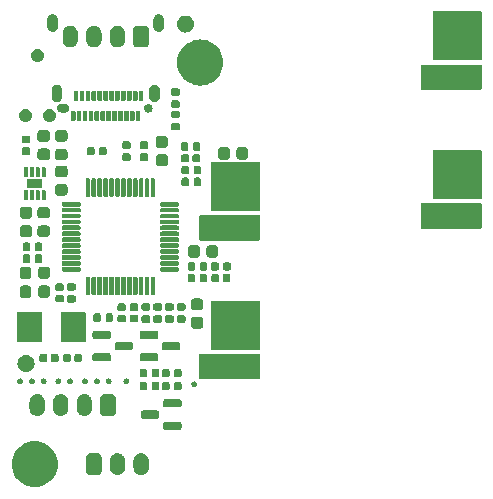
<source format=gts>
G04 #@! TF.GenerationSoftware,KiCad,Pcbnew,7.0.7*
G04 #@! TF.CreationDate,2023-09-04T22:31:34-04:00*
G04 #@! TF.ProjectId,k1-aioc,6b312d61-696f-4632-9e6b-696361645f70,rev?*
G04 #@! TF.SameCoordinates,Original*
G04 #@! TF.FileFunction,Soldermask,Top*
G04 #@! TF.FilePolarity,Negative*
%FSLAX46Y46*%
G04 Gerber Fmt 4.6, Leading zero omitted, Abs format (unit mm)*
G04 Created by KiCad (PCBNEW 7.0.7) date 2023-09-04 22:31:34*
%MOMM*%
%LPD*%
G01*
G04 APERTURE LIST*
G04 APERTURE END LIST*
G36*
X87027514Y-129319848D02*
G01*
X87299378Y-129378989D01*
X87560059Y-129476218D01*
X87804250Y-129609556D01*
X88026978Y-129776288D01*
X88223712Y-129973022D01*
X88390444Y-130195750D01*
X88523782Y-130439941D01*
X88621011Y-130700622D01*
X88680152Y-130972486D01*
X88700000Y-131250000D01*
X88680152Y-131527514D01*
X88621011Y-131799378D01*
X88523782Y-132060059D01*
X88390444Y-132304250D01*
X88223712Y-132526978D01*
X88026978Y-132723712D01*
X87804250Y-132890444D01*
X87560059Y-133023782D01*
X87299378Y-133121011D01*
X87027514Y-133180152D01*
X86750000Y-133200000D01*
X86472486Y-133180152D01*
X86200622Y-133121011D01*
X85939941Y-133023782D01*
X85695750Y-132890444D01*
X85473022Y-132723712D01*
X85276288Y-132526978D01*
X85109556Y-132304250D01*
X84976218Y-132060059D01*
X84878989Y-131799378D01*
X84819848Y-131527514D01*
X84800000Y-131250000D01*
X84819848Y-130972486D01*
X84878989Y-130700622D01*
X84976218Y-130439941D01*
X85109556Y-130195750D01*
X85276288Y-129973022D01*
X85473022Y-129776288D01*
X85695750Y-129609556D01*
X85939941Y-129476218D01*
X86200622Y-129378989D01*
X86472486Y-129319848D01*
X86750000Y-129300000D01*
X87027514Y-129319848D01*
G37*
G36*
X92168685Y-130332969D02*
G01*
X92177358Y-130336798D01*
X92184925Y-130337901D01*
X92232223Y-130361023D01*
X92269541Y-130377501D01*
X92272996Y-130380956D01*
X92273920Y-130381408D01*
X92343591Y-130451079D01*
X92344042Y-130452002D01*
X92347499Y-130455459D01*
X92363978Y-130492782D01*
X92387098Y-130540073D01*
X92388200Y-130547639D01*
X92392031Y-130556315D01*
X92400000Y-130625000D01*
X92400000Y-131875000D01*
X92392031Y-131943685D01*
X92388199Y-131952361D01*
X92387098Y-131959925D01*
X92363985Y-132007202D01*
X92347499Y-132044541D01*
X92344041Y-132047998D01*
X92343591Y-132048920D01*
X92273920Y-132118591D01*
X92272998Y-132119041D01*
X92269541Y-132122499D01*
X92232207Y-132138983D01*
X92184926Y-132162098D01*
X92177361Y-132163200D01*
X92168685Y-132167031D01*
X92100000Y-132175000D01*
X91400000Y-132175000D01*
X91331315Y-132167031D01*
X91322638Y-132163200D01*
X91315074Y-132162098D01*
X91267787Y-132138981D01*
X91230459Y-132122499D01*
X91227002Y-132119042D01*
X91226079Y-132118591D01*
X91156408Y-132048920D01*
X91155956Y-132047996D01*
X91152501Y-132044541D01*
X91136025Y-132007228D01*
X91112901Y-131959926D01*
X91111798Y-131952357D01*
X91107969Y-131943685D01*
X91100000Y-131875000D01*
X91100000Y-130625000D01*
X91107969Y-130556315D01*
X91111798Y-130547642D01*
X91112901Y-130540074D01*
X91136028Y-130492766D01*
X91152501Y-130455459D01*
X91155955Y-130452004D01*
X91156408Y-130451079D01*
X91226079Y-130381408D01*
X91227004Y-130380955D01*
X91230459Y-130377501D01*
X91267761Y-130361030D01*
X91315073Y-130337901D01*
X91322642Y-130336798D01*
X91331315Y-130332969D01*
X91400000Y-130325000D01*
X92100000Y-130325000D01*
X92168685Y-130332969D01*
G37*
G36*
X93810845Y-130330104D02*
G01*
X93828305Y-130330104D01*
X93888076Y-130344836D01*
X93950861Y-130356813D01*
X93966473Y-130364159D01*
X93980362Y-130367583D01*
X94037711Y-130397682D01*
X94098287Y-130426187D01*
X94109156Y-130435179D01*
X94119032Y-130440362D01*
X94169938Y-130485461D01*
X94223830Y-130530044D01*
X94230276Y-130538916D01*
X94236258Y-130544216D01*
X94276810Y-130602965D01*
X94319599Y-130661860D01*
X94322473Y-130669119D01*
X94325220Y-130673099D01*
X94351856Y-130743333D01*
X94379579Y-130813352D01*
X94380162Y-130817968D01*
X94380756Y-130819534D01*
X94390557Y-130900255D01*
X94400000Y-130975000D01*
X94400000Y-131525000D01*
X94394875Y-131606467D01*
X94385134Y-131644401D01*
X94380756Y-131680465D01*
X94365645Y-131720307D01*
X94354355Y-131764281D01*
X94336987Y-131795872D01*
X94325220Y-131826900D01*
X94299228Y-131864554D01*
X94275861Y-131907060D01*
X94253321Y-131931062D01*
X94236258Y-131955783D01*
X94199662Y-131988204D01*
X94164326Y-132025834D01*
X94139160Y-132041804D01*
X94119032Y-132059637D01*
X94072954Y-132083819D01*
X94026757Y-132113138D01*
X94001387Y-132121380D01*
X93980362Y-132132416D01*
X93926768Y-132145626D01*
X93871798Y-132163487D01*
X93848312Y-132164964D01*
X93828305Y-132169896D01*
X93769923Y-132169896D01*
X93709186Y-132173717D01*
X93689155Y-132169896D01*
X93671695Y-132169896D01*
X93611929Y-132155164D01*
X93549139Y-132143187D01*
X93533523Y-132135838D01*
X93519637Y-132132416D01*
X93462297Y-132102321D01*
X93401713Y-132073813D01*
X93390841Y-132064819D01*
X93380967Y-132059637D01*
X93330063Y-132014539D01*
X93276170Y-131969956D01*
X93269723Y-131961083D01*
X93263741Y-131955783D01*
X93223183Y-131897025D01*
X93180401Y-131838140D01*
X93177527Y-131830881D01*
X93174779Y-131826900D01*
X93148128Y-131756628D01*
X93120421Y-131686648D01*
X93119838Y-131682034D01*
X93119243Y-131680465D01*
X93109432Y-131599668D01*
X93100000Y-131525000D01*
X93100000Y-130975000D01*
X93105125Y-130893533D01*
X93114863Y-130855604D01*
X93119243Y-130819534D01*
X93134357Y-130779680D01*
X93145645Y-130735719D01*
X93163008Y-130704135D01*
X93174779Y-130673099D01*
X93200778Y-130635433D01*
X93224139Y-130592940D01*
X93246672Y-130568944D01*
X93263741Y-130544216D01*
X93300348Y-130511784D01*
X93335674Y-130474166D01*
X93360831Y-130458200D01*
X93380967Y-130440362D01*
X93427059Y-130416171D01*
X93473243Y-130386862D01*
X93498604Y-130378621D01*
X93519637Y-130367583D01*
X93573241Y-130354370D01*
X93628202Y-130336513D01*
X93651686Y-130335035D01*
X93671695Y-130330104D01*
X93730077Y-130330104D01*
X93790814Y-130326283D01*
X93810845Y-130330104D01*
G37*
G36*
X95810845Y-130330104D02*
G01*
X95828305Y-130330104D01*
X95888076Y-130344836D01*
X95950861Y-130356813D01*
X95966473Y-130364159D01*
X95980362Y-130367583D01*
X96037711Y-130397682D01*
X96098287Y-130426187D01*
X96109156Y-130435179D01*
X96119032Y-130440362D01*
X96169938Y-130485461D01*
X96223830Y-130530044D01*
X96230276Y-130538916D01*
X96236258Y-130544216D01*
X96276810Y-130602965D01*
X96319599Y-130661860D01*
X96322473Y-130669119D01*
X96325220Y-130673099D01*
X96351856Y-130743333D01*
X96379579Y-130813352D01*
X96380162Y-130817968D01*
X96380756Y-130819534D01*
X96390557Y-130900255D01*
X96400000Y-130975000D01*
X96400000Y-131525000D01*
X96394875Y-131606467D01*
X96385134Y-131644401D01*
X96380756Y-131680465D01*
X96365645Y-131720307D01*
X96354355Y-131764281D01*
X96336987Y-131795872D01*
X96325220Y-131826900D01*
X96299228Y-131864554D01*
X96275861Y-131907060D01*
X96253321Y-131931062D01*
X96236258Y-131955783D01*
X96199662Y-131988204D01*
X96164326Y-132025834D01*
X96139160Y-132041804D01*
X96119032Y-132059637D01*
X96072954Y-132083819D01*
X96026757Y-132113138D01*
X96001387Y-132121380D01*
X95980362Y-132132416D01*
X95926768Y-132145626D01*
X95871798Y-132163487D01*
X95848312Y-132164964D01*
X95828305Y-132169896D01*
X95769923Y-132169896D01*
X95709186Y-132173717D01*
X95689155Y-132169896D01*
X95671695Y-132169896D01*
X95611929Y-132155164D01*
X95549139Y-132143187D01*
X95533523Y-132135838D01*
X95519637Y-132132416D01*
X95462297Y-132102321D01*
X95401713Y-132073813D01*
X95390841Y-132064819D01*
X95380967Y-132059637D01*
X95330063Y-132014539D01*
X95276170Y-131969956D01*
X95269723Y-131961083D01*
X95263741Y-131955783D01*
X95223183Y-131897025D01*
X95180401Y-131838140D01*
X95177527Y-131830881D01*
X95174779Y-131826900D01*
X95148128Y-131756628D01*
X95120421Y-131686648D01*
X95119838Y-131682034D01*
X95119243Y-131680465D01*
X95109432Y-131599668D01*
X95100000Y-131525000D01*
X95100000Y-130975000D01*
X95105125Y-130893533D01*
X95114863Y-130855604D01*
X95119243Y-130819534D01*
X95134357Y-130779680D01*
X95145645Y-130735719D01*
X95163008Y-130704135D01*
X95174779Y-130673099D01*
X95200778Y-130635433D01*
X95224139Y-130592940D01*
X95246672Y-130568944D01*
X95263741Y-130544216D01*
X95300348Y-130511784D01*
X95335674Y-130474166D01*
X95360831Y-130458200D01*
X95380967Y-130440362D01*
X95427059Y-130416171D01*
X95473243Y-130386862D01*
X95498604Y-130378621D01*
X95519637Y-130367583D01*
X95573241Y-130354370D01*
X95628202Y-130336513D01*
X95651686Y-130335035D01*
X95671695Y-130330104D01*
X95730077Y-130330104D01*
X95790814Y-130326283D01*
X95810845Y-130330104D01*
G37*
G36*
X99051537Y-127665224D02*
G01*
X99116421Y-127708579D01*
X99159776Y-127773463D01*
X99175000Y-127850000D01*
X99175000Y-128150000D01*
X99159776Y-128226537D01*
X99116421Y-128291421D01*
X99051537Y-128334776D01*
X98975000Y-128350000D01*
X97800000Y-128350000D01*
X97723463Y-128334776D01*
X97658579Y-128291421D01*
X97615224Y-128226537D01*
X97600000Y-128150000D01*
X97600000Y-127850000D01*
X97615224Y-127773463D01*
X97658579Y-127708579D01*
X97723463Y-127665224D01*
X97800000Y-127650000D01*
X98975000Y-127650000D01*
X99051537Y-127665224D01*
G37*
G36*
X97176537Y-126715224D02*
G01*
X97241421Y-126758579D01*
X97284776Y-126823463D01*
X97300000Y-126900000D01*
X97300000Y-127200000D01*
X97284776Y-127276537D01*
X97241421Y-127341421D01*
X97176537Y-127384776D01*
X97100000Y-127400000D01*
X95925000Y-127400000D01*
X95848463Y-127384776D01*
X95783579Y-127341421D01*
X95740224Y-127276537D01*
X95725000Y-127200000D01*
X95725000Y-126900000D01*
X95740224Y-126823463D01*
X95783579Y-126758579D01*
X95848463Y-126715224D01*
X95925000Y-126700000D01*
X97100000Y-126700000D01*
X97176537Y-126715224D01*
G37*
G36*
X93368685Y-125332969D02*
G01*
X93377358Y-125336798D01*
X93384925Y-125337901D01*
X93432223Y-125361023D01*
X93469541Y-125377501D01*
X93472996Y-125380956D01*
X93473920Y-125381408D01*
X93543591Y-125451079D01*
X93544042Y-125452002D01*
X93547499Y-125455459D01*
X93563978Y-125492782D01*
X93587098Y-125540073D01*
X93588200Y-125547639D01*
X93592031Y-125556315D01*
X93600000Y-125625000D01*
X93600000Y-126875000D01*
X93592031Y-126943685D01*
X93588199Y-126952361D01*
X93587098Y-126959925D01*
X93563985Y-127007202D01*
X93547499Y-127044541D01*
X93544041Y-127047998D01*
X93543591Y-127048920D01*
X93473920Y-127118591D01*
X93472998Y-127119041D01*
X93469541Y-127122499D01*
X93432207Y-127138983D01*
X93384926Y-127162098D01*
X93377361Y-127163200D01*
X93368685Y-127167031D01*
X93300000Y-127175000D01*
X92600000Y-127175000D01*
X92531315Y-127167031D01*
X92522638Y-127163200D01*
X92515074Y-127162098D01*
X92467787Y-127138981D01*
X92430459Y-127122499D01*
X92427002Y-127119042D01*
X92426079Y-127118591D01*
X92356408Y-127048920D01*
X92355956Y-127047996D01*
X92352501Y-127044541D01*
X92336025Y-127007228D01*
X92312901Y-126959926D01*
X92311798Y-126952357D01*
X92307969Y-126943685D01*
X92300000Y-126875000D01*
X92300000Y-125625000D01*
X92307969Y-125556315D01*
X92311798Y-125547642D01*
X92312901Y-125540074D01*
X92336028Y-125492766D01*
X92352501Y-125455459D01*
X92355955Y-125452004D01*
X92356408Y-125451079D01*
X92426079Y-125381408D01*
X92427004Y-125380955D01*
X92430459Y-125377501D01*
X92467761Y-125361030D01*
X92515073Y-125337901D01*
X92522642Y-125336798D01*
X92531315Y-125332969D01*
X92600000Y-125325000D01*
X93300000Y-125325000D01*
X93368685Y-125332969D01*
G37*
G36*
X87010845Y-125330104D02*
G01*
X87028305Y-125330104D01*
X87088076Y-125344836D01*
X87150861Y-125356813D01*
X87166473Y-125364159D01*
X87180362Y-125367583D01*
X87237711Y-125397682D01*
X87298287Y-125426187D01*
X87309156Y-125435179D01*
X87319032Y-125440362D01*
X87369938Y-125485461D01*
X87423830Y-125530044D01*
X87430276Y-125538916D01*
X87436258Y-125544216D01*
X87476810Y-125602965D01*
X87519599Y-125661860D01*
X87522473Y-125669119D01*
X87525220Y-125673099D01*
X87551856Y-125743333D01*
X87579579Y-125813352D01*
X87580162Y-125817968D01*
X87580756Y-125819534D01*
X87590557Y-125900255D01*
X87600000Y-125975000D01*
X87600000Y-126525000D01*
X87594875Y-126606467D01*
X87585134Y-126644401D01*
X87580756Y-126680465D01*
X87565645Y-126720307D01*
X87554355Y-126764281D01*
X87536987Y-126795872D01*
X87525220Y-126826900D01*
X87499228Y-126864554D01*
X87475861Y-126907060D01*
X87453321Y-126931062D01*
X87436258Y-126955783D01*
X87399662Y-126988204D01*
X87364326Y-127025834D01*
X87339160Y-127041804D01*
X87319032Y-127059637D01*
X87272954Y-127083819D01*
X87226757Y-127113138D01*
X87201387Y-127121380D01*
X87180362Y-127132416D01*
X87126768Y-127145626D01*
X87071798Y-127163487D01*
X87048312Y-127164964D01*
X87028305Y-127169896D01*
X86969923Y-127169896D01*
X86909186Y-127173717D01*
X86889155Y-127169896D01*
X86871695Y-127169896D01*
X86811929Y-127155164D01*
X86749139Y-127143187D01*
X86733523Y-127135838D01*
X86719637Y-127132416D01*
X86662297Y-127102321D01*
X86601713Y-127073813D01*
X86590841Y-127064819D01*
X86580967Y-127059637D01*
X86530063Y-127014539D01*
X86476170Y-126969956D01*
X86469723Y-126961083D01*
X86463741Y-126955783D01*
X86423183Y-126897025D01*
X86380401Y-126838140D01*
X86377527Y-126830881D01*
X86374779Y-126826900D01*
X86348128Y-126756628D01*
X86320421Y-126686648D01*
X86319838Y-126682034D01*
X86319243Y-126680465D01*
X86309432Y-126599668D01*
X86300000Y-126525000D01*
X86300000Y-125975000D01*
X86305125Y-125893533D01*
X86314863Y-125855604D01*
X86319243Y-125819534D01*
X86334357Y-125779680D01*
X86345645Y-125735719D01*
X86363008Y-125704135D01*
X86374779Y-125673099D01*
X86400778Y-125635433D01*
X86424139Y-125592940D01*
X86446672Y-125568944D01*
X86463741Y-125544216D01*
X86500348Y-125511784D01*
X86535674Y-125474166D01*
X86560831Y-125458200D01*
X86580967Y-125440362D01*
X86627059Y-125416171D01*
X86673243Y-125386862D01*
X86698604Y-125378621D01*
X86719637Y-125367583D01*
X86773241Y-125354370D01*
X86828202Y-125336513D01*
X86851686Y-125335035D01*
X86871695Y-125330104D01*
X86930077Y-125330104D01*
X86990814Y-125326283D01*
X87010845Y-125330104D01*
G37*
G36*
X89010845Y-125330104D02*
G01*
X89028305Y-125330104D01*
X89088076Y-125344836D01*
X89150861Y-125356813D01*
X89166473Y-125364159D01*
X89180362Y-125367583D01*
X89237711Y-125397682D01*
X89298287Y-125426187D01*
X89309156Y-125435179D01*
X89319032Y-125440362D01*
X89369938Y-125485461D01*
X89423830Y-125530044D01*
X89430276Y-125538916D01*
X89436258Y-125544216D01*
X89476810Y-125602965D01*
X89519599Y-125661860D01*
X89522473Y-125669119D01*
X89525220Y-125673099D01*
X89551856Y-125743333D01*
X89579579Y-125813352D01*
X89580162Y-125817968D01*
X89580756Y-125819534D01*
X89590557Y-125900255D01*
X89600000Y-125975000D01*
X89600000Y-126525000D01*
X89594875Y-126606467D01*
X89585134Y-126644401D01*
X89580756Y-126680465D01*
X89565645Y-126720307D01*
X89554355Y-126764281D01*
X89536987Y-126795872D01*
X89525220Y-126826900D01*
X89499228Y-126864554D01*
X89475861Y-126907060D01*
X89453321Y-126931062D01*
X89436258Y-126955783D01*
X89399662Y-126988204D01*
X89364326Y-127025834D01*
X89339160Y-127041804D01*
X89319032Y-127059637D01*
X89272954Y-127083819D01*
X89226757Y-127113138D01*
X89201387Y-127121380D01*
X89180362Y-127132416D01*
X89126768Y-127145626D01*
X89071798Y-127163487D01*
X89048312Y-127164964D01*
X89028305Y-127169896D01*
X88969923Y-127169896D01*
X88909186Y-127173717D01*
X88889155Y-127169896D01*
X88871695Y-127169896D01*
X88811929Y-127155164D01*
X88749139Y-127143187D01*
X88733523Y-127135838D01*
X88719637Y-127132416D01*
X88662297Y-127102321D01*
X88601713Y-127073813D01*
X88590841Y-127064819D01*
X88580967Y-127059637D01*
X88530063Y-127014539D01*
X88476170Y-126969956D01*
X88469723Y-126961083D01*
X88463741Y-126955783D01*
X88423183Y-126897025D01*
X88380401Y-126838140D01*
X88377527Y-126830881D01*
X88374779Y-126826900D01*
X88348128Y-126756628D01*
X88320421Y-126686648D01*
X88319838Y-126682034D01*
X88319243Y-126680465D01*
X88309432Y-126599668D01*
X88300000Y-126525000D01*
X88300000Y-125975000D01*
X88305125Y-125893533D01*
X88314863Y-125855604D01*
X88319243Y-125819534D01*
X88334357Y-125779680D01*
X88345645Y-125735719D01*
X88363008Y-125704135D01*
X88374779Y-125673099D01*
X88400778Y-125635433D01*
X88424139Y-125592940D01*
X88446672Y-125568944D01*
X88463741Y-125544216D01*
X88500348Y-125511784D01*
X88535674Y-125474166D01*
X88560831Y-125458200D01*
X88580967Y-125440362D01*
X88627059Y-125416171D01*
X88673243Y-125386862D01*
X88698604Y-125378621D01*
X88719637Y-125367583D01*
X88773241Y-125354370D01*
X88828202Y-125336513D01*
X88851686Y-125335035D01*
X88871695Y-125330104D01*
X88930077Y-125330104D01*
X88990814Y-125326283D01*
X89010845Y-125330104D01*
G37*
G36*
X91010845Y-125330104D02*
G01*
X91028305Y-125330104D01*
X91088076Y-125344836D01*
X91150861Y-125356813D01*
X91166473Y-125364159D01*
X91180362Y-125367583D01*
X91237711Y-125397682D01*
X91298287Y-125426187D01*
X91309156Y-125435179D01*
X91319032Y-125440362D01*
X91369938Y-125485461D01*
X91423830Y-125530044D01*
X91430276Y-125538916D01*
X91436258Y-125544216D01*
X91476810Y-125602965D01*
X91519599Y-125661860D01*
X91522473Y-125669119D01*
X91525220Y-125673099D01*
X91551856Y-125743333D01*
X91579579Y-125813352D01*
X91580162Y-125817968D01*
X91580756Y-125819534D01*
X91590557Y-125900255D01*
X91600000Y-125975000D01*
X91600000Y-126525000D01*
X91594875Y-126606467D01*
X91585134Y-126644401D01*
X91580756Y-126680465D01*
X91565645Y-126720307D01*
X91554355Y-126764281D01*
X91536987Y-126795872D01*
X91525220Y-126826900D01*
X91499228Y-126864554D01*
X91475861Y-126907060D01*
X91453321Y-126931062D01*
X91436258Y-126955783D01*
X91399662Y-126988204D01*
X91364326Y-127025834D01*
X91339160Y-127041804D01*
X91319032Y-127059637D01*
X91272954Y-127083819D01*
X91226757Y-127113138D01*
X91201387Y-127121380D01*
X91180362Y-127132416D01*
X91126768Y-127145626D01*
X91071798Y-127163487D01*
X91048312Y-127164964D01*
X91028305Y-127169896D01*
X90969923Y-127169896D01*
X90909186Y-127173717D01*
X90889155Y-127169896D01*
X90871695Y-127169896D01*
X90811929Y-127155164D01*
X90749139Y-127143187D01*
X90733523Y-127135838D01*
X90719637Y-127132416D01*
X90662297Y-127102321D01*
X90601713Y-127073813D01*
X90590841Y-127064819D01*
X90580967Y-127059637D01*
X90530063Y-127014539D01*
X90476170Y-126969956D01*
X90469723Y-126961083D01*
X90463741Y-126955783D01*
X90423183Y-126897025D01*
X90380401Y-126838140D01*
X90377527Y-126830881D01*
X90374779Y-126826900D01*
X90348128Y-126756628D01*
X90320421Y-126686648D01*
X90319838Y-126682034D01*
X90319243Y-126680465D01*
X90309432Y-126599668D01*
X90300000Y-126525000D01*
X90300000Y-125975000D01*
X90305125Y-125893533D01*
X90314863Y-125855604D01*
X90319243Y-125819534D01*
X90334357Y-125779680D01*
X90345645Y-125735719D01*
X90363008Y-125704135D01*
X90374779Y-125673099D01*
X90400778Y-125635433D01*
X90424139Y-125592940D01*
X90446672Y-125568944D01*
X90463741Y-125544216D01*
X90500348Y-125511784D01*
X90535674Y-125474166D01*
X90560831Y-125458200D01*
X90580967Y-125440362D01*
X90627059Y-125416171D01*
X90673243Y-125386862D01*
X90698604Y-125378621D01*
X90719637Y-125367583D01*
X90773241Y-125354370D01*
X90828202Y-125336513D01*
X90851686Y-125335035D01*
X90871695Y-125330104D01*
X90930077Y-125330104D01*
X90990814Y-125326283D01*
X91010845Y-125330104D01*
G37*
G36*
X99051537Y-125765224D02*
G01*
X99116421Y-125808579D01*
X99159776Y-125873463D01*
X99175000Y-125950000D01*
X99175000Y-126250000D01*
X99159776Y-126326537D01*
X99116421Y-126391421D01*
X99051537Y-126434776D01*
X98975000Y-126450000D01*
X97800000Y-126450000D01*
X97723463Y-126434776D01*
X97658579Y-126391421D01*
X97615224Y-126326537D01*
X97600000Y-126250000D01*
X97600000Y-125950000D01*
X97615224Y-125873463D01*
X97658579Y-125808579D01*
X97723463Y-125765224D01*
X97800000Y-125750000D01*
X98975000Y-125750000D01*
X99051537Y-125765224D01*
G37*
G36*
X96145796Y-124294082D02*
G01*
X96205815Y-124334185D01*
X96245918Y-124394204D01*
X96260000Y-124465000D01*
X96260000Y-124835000D01*
X96245918Y-124905796D01*
X96205815Y-124965815D01*
X96145796Y-125005918D01*
X96075000Y-125020000D01*
X95805000Y-125020000D01*
X95734204Y-125005918D01*
X95674185Y-124965815D01*
X95634082Y-124905796D01*
X95620000Y-124835000D01*
X95620000Y-124465000D01*
X95634082Y-124394204D01*
X95674185Y-124334185D01*
X95734204Y-124294082D01*
X95805000Y-124280000D01*
X96075000Y-124280000D01*
X96145796Y-124294082D01*
G37*
G36*
X97165796Y-124294082D02*
G01*
X97225815Y-124334185D01*
X97265918Y-124394204D01*
X97280000Y-124465000D01*
X97280000Y-124835000D01*
X97265918Y-124905796D01*
X97225815Y-124965815D01*
X97165796Y-125005918D01*
X97095000Y-125020000D01*
X96825000Y-125020000D01*
X96754204Y-125005918D01*
X96694185Y-124965815D01*
X96654082Y-124905796D01*
X96640000Y-124835000D01*
X96640000Y-124465000D01*
X96654082Y-124394204D01*
X96694185Y-124334185D01*
X96754204Y-124294082D01*
X96825000Y-124280000D01*
X97095000Y-124280000D01*
X97165796Y-124294082D01*
G37*
G36*
X98045796Y-124294082D02*
G01*
X98105815Y-124334185D01*
X98145918Y-124394204D01*
X98160000Y-124465000D01*
X98160000Y-124835000D01*
X98145918Y-124905796D01*
X98105815Y-124965815D01*
X98045796Y-125005918D01*
X97975000Y-125020000D01*
X97705000Y-125020000D01*
X97634204Y-125005918D01*
X97574185Y-124965815D01*
X97534082Y-124905796D01*
X97520000Y-124835000D01*
X97520000Y-124465000D01*
X97534082Y-124394204D01*
X97574185Y-124334185D01*
X97634204Y-124294082D01*
X97705000Y-124280000D01*
X97975000Y-124280000D01*
X98045796Y-124294082D01*
G37*
G36*
X99065796Y-124294082D02*
G01*
X99125815Y-124334185D01*
X99165918Y-124394204D01*
X99180000Y-124465000D01*
X99180000Y-124835000D01*
X99165918Y-124905796D01*
X99125815Y-124965815D01*
X99065796Y-125005918D01*
X98995000Y-125020000D01*
X98725000Y-125020000D01*
X98654204Y-125005918D01*
X98594185Y-124965815D01*
X98554082Y-124905796D01*
X98540000Y-124835000D01*
X98540000Y-124465000D01*
X98554082Y-124394204D01*
X98594185Y-124334185D01*
X98654204Y-124294082D01*
X98725000Y-124280000D01*
X98995000Y-124280000D01*
X99065796Y-124294082D01*
G37*
G36*
X100272915Y-124254558D02*
G01*
X100293278Y-124254558D01*
X100317819Y-124263490D01*
X100345671Y-124269030D01*
X100360780Y-124279125D01*
X100374615Y-124284161D01*
X100399236Y-124304821D01*
X100426777Y-124323223D01*
X100433936Y-124333938D01*
X100440921Y-124339799D01*
X100460425Y-124373581D01*
X100480970Y-124404329D01*
X100482437Y-124411708D01*
X100484198Y-124414757D01*
X100493205Y-124465838D01*
X100500000Y-124500000D01*
X100493206Y-124534153D01*
X100484198Y-124585242D01*
X100482438Y-124588290D01*
X100480970Y-124595671D01*
X100460421Y-124626424D01*
X100440921Y-124660200D01*
X100433938Y-124666059D01*
X100426777Y-124676777D01*
X100399230Y-124695182D01*
X100374615Y-124715838D01*
X100360783Y-124720872D01*
X100345671Y-124730970D01*
X100317817Y-124736510D01*
X100293278Y-124745442D01*
X100272915Y-124745442D01*
X100250000Y-124750000D01*
X100227085Y-124745442D01*
X100206722Y-124745442D01*
X100182181Y-124736510D01*
X100154329Y-124730970D01*
X100139217Y-124720872D01*
X100125384Y-124715838D01*
X100100764Y-124695179D01*
X100073223Y-124676777D01*
X100066062Y-124666061D01*
X100059078Y-124660200D01*
X100039571Y-124626413D01*
X100019030Y-124595671D01*
X100017562Y-124588292D01*
X100015801Y-124585242D01*
X100006783Y-124534104D01*
X100000000Y-124500000D01*
X100006783Y-124465898D01*
X100015801Y-124414757D01*
X100017562Y-124411705D01*
X100019030Y-124404329D01*
X100039567Y-124373592D01*
X100059078Y-124339799D01*
X100066064Y-124333936D01*
X100073223Y-124323223D01*
X100100761Y-124304822D01*
X100125385Y-124284161D01*
X100139219Y-124279125D01*
X100154329Y-124269030D01*
X100182180Y-124263490D01*
X100206722Y-124254558D01*
X100227085Y-124254558D01*
X100250000Y-124250000D01*
X100272915Y-124254558D01*
G37*
G36*
X85522915Y-124004558D02*
G01*
X85543278Y-124004558D01*
X85567819Y-124013490D01*
X85595671Y-124019030D01*
X85610780Y-124029125D01*
X85624615Y-124034161D01*
X85649236Y-124054821D01*
X85676777Y-124073223D01*
X85683936Y-124083938D01*
X85690921Y-124089799D01*
X85710425Y-124123581D01*
X85730970Y-124154329D01*
X85732437Y-124161708D01*
X85734198Y-124164757D01*
X85743208Y-124215854D01*
X85750000Y-124250000D01*
X85743207Y-124284148D01*
X85734198Y-124335242D01*
X85732438Y-124338290D01*
X85730970Y-124345671D01*
X85710421Y-124376424D01*
X85690921Y-124410200D01*
X85683938Y-124416059D01*
X85676777Y-124426777D01*
X85649230Y-124445182D01*
X85624615Y-124465838D01*
X85610783Y-124470872D01*
X85595671Y-124480970D01*
X85567817Y-124486510D01*
X85543278Y-124495442D01*
X85522915Y-124495442D01*
X85500000Y-124500000D01*
X85477085Y-124495442D01*
X85456722Y-124495442D01*
X85432181Y-124486510D01*
X85404329Y-124480970D01*
X85389217Y-124470872D01*
X85375384Y-124465838D01*
X85350764Y-124445179D01*
X85323223Y-124426777D01*
X85316062Y-124416061D01*
X85309078Y-124410200D01*
X85289571Y-124376413D01*
X85269030Y-124345671D01*
X85267562Y-124338292D01*
X85265801Y-124335242D01*
X85256783Y-124284104D01*
X85250000Y-124250000D01*
X85256783Y-124215898D01*
X85265801Y-124164757D01*
X85267562Y-124161705D01*
X85269030Y-124154329D01*
X85289567Y-124123592D01*
X85309078Y-124089799D01*
X85316064Y-124083936D01*
X85323223Y-124073223D01*
X85350761Y-124054822D01*
X85375385Y-124034161D01*
X85389219Y-124029125D01*
X85404329Y-124019030D01*
X85432180Y-124013490D01*
X85456722Y-124004558D01*
X85477085Y-124004558D01*
X85500000Y-124000000D01*
X85522915Y-124004558D01*
G37*
G36*
X86522915Y-124004558D02*
G01*
X86543278Y-124004558D01*
X86567819Y-124013490D01*
X86595671Y-124019030D01*
X86610780Y-124029125D01*
X86624615Y-124034161D01*
X86649236Y-124054821D01*
X86676777Y-124073223D01*
X86683936Y-124083938D01*
X86690921Y-124089799D01*
X86710425Y-124123581D01*
X86730970Y-124154329D01*
X86732437Y-124161708D01*
X86734198Y-124164757D01*
X86743208Y-124215854D01*
X86750000Y-124250000D01*
X86743207Y-124284148D01*
X86734198Y-124335242D01*
X86732438Y-124338290D01*
X86730970Y-124345671D01*
X86710421Y-124376424D01*
X86690921Y-124410200D01*
X86683938Y-124416059D01*
X86676777Y-124426777D01*
X86649230Y-124445182D01*
X86624615Y-124465838D01*
X86610783Y-124470872D01*
X86595671Y-124480970D01*
X86567817Y-124486510D01*
X86543278Y-124495442D01*
X86522915Y-124495442D01*
X86500000Y-124500000D01*
X86477085Y-124495442D01*
X86456722Y-124495442D01*
X86432181Y-124486510D01*
X86404329Y-124480970D01*
X86389217Y-124470872D01*
X86375384Y-124465838D01*
X86350764Y-124445179D01*
X86323223Y-124426777D01*
X86316062Y-124416061D01*
X86309078Y-124410200D01*
X86289571Y-124376413D01*
X86269030Y-124345671D01*
X86267562Y-124338292D01*
X86265801Y-124335242D01*
X86256783Y-124284104D01*
X86250000Y-124250000D01*
X86256783Y-124215898D01*
X86265801Y-124164757D01*
X86267562Y-124161705D01*
X86269030Y-124154329D01*
X86289567Y-124123592D01*
X86309078Y-124089799D01*
X86316064Y-124083936D01*
X86323223Y-124073223D01*
X86350761Y-124054822D01*
X86375385Y-124034161D01*
X86389219Y-124029125D01*
X86404329Y-124019030D01*
X86432180Y-124013490D01*
X86456722Y-124004558D01*
X86477085Y-124004558D01*
X86500000Y-124000000D01*
X86522915Y-124004558D01*
G37*
G36*
X87522915Y-124004558D02*
G01*
X87543278Y-124004558D01*
X87567819Y-124013490D01*
X87595671Y-124019030D01*
X87610780Y-124029125D01*
X87624615Y-124034161D01*
X87649236Y-124054821D01*
X87676777Y-124073223D01*
X87683936Y-124083938D01*
X87690921Y-124089799D01*
X87710425Y-124123581D01*
X87730970Y-124154329D01*
X87732437Y-124161708D01*
X87734198Y-124164757D01*
X87743208Y-124215854D01*
X87750000Y-124250000D01*
X87743207Y-124284148D01*
X87734198Y-124335242D01*
X87732438Y-124338290D01*
X87730970Y-124345671D01*
X87710421Y-124376424D01*
X87690921Y-124410200D01*
X87683938Y-124416059D01*
X87676777Y-124426777D01*
X87649230Y-124445182D01*
X87624615Y-124465838D01*
X87610783Y-124470872D01*
X87595671Y-124480970D01*
X87567817Y-124486510D01*
X87543278Y-124495442D01*
X87522915Y-124495442D01*
X87500000Y-124500000D01*
X87477085Y-124495442D01*
X87456722Y-124495442D01*
X87432181Y-124486510D01*
X87404329Y-124480970D01*
X87389217Y-124470872D01*
X87375384Y-124465838D01*
X87350764Y-124445179D01*
X87323223Y-124426777D01*
X87316062Y-124416061D01*
X87309078Y-124410200D01*
X87289571Y-124376413D01*
X87269030Y-124345671D01*
X87267562Y-124338292D01*
X87265801Y-124335242D01*
X87256783Y-124284104D01*
X87250000Y-124250000D01*
X87256783Y-124215898D01*
X87265801Y-124164757D01*
X87267562Y-124161705D01*
X87269030Y-124154329D01*
X87289567Y-124123592D01*
X87309078Y-124089799D01*
X87316064Y-124083936D01*
X87323223Y-124073223D01*
X87350761Y-124054822D01*
X87375385Y-124034161D01*
X87389219Y-124029125D01*
X87404329Y-124019030D01*
X87432180Y-124013490D01*
X87456722Y-124004558D01*
X87477085Y-124004558D01*
X87500000Y-124000000D01*
X87522915Y-124004558D01*
G37*
G36*
X88772915Y-124004558D02*
G01*
X88793278Y-124004558D01*
X88817819Y-124013490D01*
X88845671Y-124019030D01*
X88860780Y-124029125D01*
X88874615Y-124034161D01*
X88899236Y-124054821D01*
X88926777Y-124073223D01*
X88933936Y-124083938D01*
X88940921Y-124089799D01*
X88960425Y-124123581D01*
X88980970Y-124154329D01*
X88982437Y-124161708D01*
X88984198Y-124164757D01*
X88993208Y-124215858D01*
X89000000Y-124250000D01*
X88993206Y-124284153D01*
X88984198Y-124335242D01*
X88982438Y-124338290D01*
X88980970Y-124345671D01*
X88960421Y-124376424D01*
X88940921Y-124410200D01*
X88933938Y-124416059D01*
X88926777Y-124426777D01*
X88899230Y-124445182D01*
X88874615Y-124465838D01*
X88860783Y-124470872D01*
X88845671Y-124480970D01*
X88817817Y-124486510D01*
X88793278Y-124495442D01*
X88772915Y-124495442D01*
X88750000Y-124500000D01*
X88727085Y-124495442D01*
X88706722Y-124495442D01*
X88682181Y-124486510D01*
X88654329Y-124480970D01*
X88639217Y-124470872D01*
X88625384Y-124465838D01*
X88600764Y-124445179D01*
X88573223Y-124426777D01*
X88566062Y-124416061D01*
X88559078Y-124410200D01*
X88539571Y-124376413D01*
X88519030Y-124345671D01*
X88517562Y-124338292D01*
X88515801Y-124335242D01*
X88506783Y-124284104D01*
X88500000Y-124250000D01*
X88506783Y-124215898D01*
X88515801Y-124164757D01*
X88517562Y-124161705D01*
X88519030Y-124154329D01*
X88539567Y-124123592D01*
X88559078Y-124089799D01*
X88566064Y-124083936D01*
X88573223Y-124073223D01*
X88600761Y-124054822D01*
X88625385Y-124034161D01*
X88639219Y-124029125D01*
X88654329Y-124019030D01*
X88682180Y-124013490D01*
X88706722Y-124004558D01*
X88727085Y-124004558D01*
X88750000Y-124000000D01*
X88772915Y-124004558D01*
G37*
G36*
X89772915Y-124004558D02*
G01*
X89793278Y-124004558D01*
X89817819Y-124013490D01*
X89845671Y-124019030D01*
X89860780Y-124029125D01*
X89874615Y-124034161D01*
X89899236Y-124054821D01*
X89926777Y-124073223D01*
X89933936Y-124083938D01*
X89940921Y-124089799D01*
X89960425Y-124123581D01*
X89980970Y-124154329D01*
X89982437Y-124161708D01*
X89984198Y-124164757D01*
X89993208Y-124215858D01*
X90000000Y-124250000D01*
X89993206Y-124284153D01*
X89984198Y-124335242D01*
X89982438Y-124338290D01*
X89980970Y-124345671D01*
X89960421Y-124376424D01*
X89940921Y-124410200D01*
X89933938Y-124416059D01*
X89926777Y-124426777D01*
X89899230Y-124445182D01*
X89874615Y-124465838D01*
X89860783Y-124470872D01*
X89845671Y-124480970D01*
X89817817Y-124486510D01*
X89793278Y-124495442D01*
X89772915Y-124495442D01*
X89750000Y-124500000D01*
X89727085Y-124495442D01*
X89706722Y-124495442D01*
X89682181Y-124486510D01*
X89654329Y-124480970D01*
X89639217Y-124470872D01*
X89625384Y-124465838D01*
X89600764Y-124445179D01*
X89573223Y-124426777D01*
X89566062Y-124416061D01*
X89559078Y-124410200D01*
X89539571Y-124376413D01*
X89519030Y-124345671D01*
X89517562Y-124338292D01*
X89515801Y-124335242D01*
X89506783Y-124284104D01*
X89500000Y-124250000D01*
X89506783Y-124215898D01*
X89515801Y-124164757D01*
X89517562Y-124161705D01*
X89519030Y-124154329D01*
X89539567Y-124123592D01*
X89559078Y-124089799D01*
X89566064Y-124083936D01*
X89573223Y-124073223D01*
X89600761Y-124054822D01*
X89625385Y-124034161D01*
X89639219Y-124029125D01*
X89654329Y-124019030D01*
X89682180Y-124013490D01*
X89706722Y-124004558D01*
X89727085Y-124004558D01*
X89750000Y-124000000D01*
X89772915Y-124004558D01*
G37*
G36*
X91022915Y-124004558D02*
G01*
X91043278Y-124004558D01*
X91067819Y-124013490D01*
X91095671Y-124019030D01*
X91110780Y-124029125D01*
X91124615Y-124034161D01*
X91149236Y-124054821D01*
X91176777Y-124073223D01*
X91183936Y-124083938D01*
X91190921Y-124089799D01*
X91210425Y-124123581D01*
X91230970Y-124154329D01*
X91232437Y-124161708D01*
X91234198Y-124164757D01*
X91243208Y-124215854D01*
X91250000Y-124250000D01*
X91243207Y-124284148D01*
X91234198Y-124335242D01*
X91232438Y-124338290D01*
X91230970Y-124345671D01*
X91210421Y-124376424D01*
X91190921Y-124410200D01*
X91183938Y-124416059D01*
X91176777Y-124426777D01*
X91149230Y-124445182D01*
X91124615Y-124465838D01*
X91110783Y-124470872D01*
X91095671Y-124480970D01*
X91067817Y-124486510D01*
X91043278Y-124495442D01*
X91022915Y-124495442D01*
X91000000Y-124500000D01*
X90977085Y-124495442D01*
X90956722Y-124495442D01*
X90932181Y-124486510D01*
X90904329Y-124480970D01*
X90889217Y-124470872D01*
X90875384Y-124465838D01*
X90850764Y-124445179D01*
X90823223Y-124426777D01*
X90816062Y-124416061D01*
X90809078Y-124410200D01*
X90789571Y-124376413D01*
X90769030Y-124345671D01*
X90767562Y-124338292D01*
X90765801Y-124335242D01*
X90756784Y-124284109D01*
X90750000Y-124250000D01*
X90756782Y-124215903D01*
X90765801Y-124164757D01*
X90767562Y-124161705D01*
X90769030Y-124154329D01*
X90789567Y-124123592D01*
X90809078Y-124089799D01*
X90816064Y-124083936D01*
X90823223Y-124073223D01*
X90850761Y-124054822D01*
X90875385Y-124034161D01*
X90889219Y-124029125D01*
X90904329Y-124019030D01*
X90932180Y-124013490D01*
X90956722Y-124004558D01*
X90977085Y-124004558D01*
X91000000Y-124000000D01*
X91022915Y-124004558D01*
G37*
G36*
X92022915Y-124004558D02*
G01*
X92043278Y-124004558D01*
X92067819Y-124013490D01*
X92095671Y-124019030D01*
X92110780Y-124029125D01*
X92124615Y-124034161D01*
X92149236Y-124054821D01*
X92176777Y-124073223D01*
X92183936Y-124083938D01*
X92190921Y-124089799D01*
X92210425Y-124123581D01*
X92230970Y-124154329D01*
X92232437Y-124161708D01*
X92234198Y-124164757D01*
X92243208Y-124215854D01*
X92250000Y-124250000D01*
X92243207Y-124284148D01*
X92234198Y-124335242D01*
X92232438Y-124338290D01*
X92230970Y-124345671D01*
X92210421Y-124376424D01*
X92190921Y-124410200D01*
X92183938Y-124416059D01*
X92176777Y-124426777D01*
X92149230Y-124445182D01*
X92124615Y-124465838D01*
X92110783Y-124470872D01*
X92095671Y-124480970D01*
X92067817Y-124486510D01*
X92043278Y-124495442D01*
X92022915Y-124495442D01*
X92000000Y-124500000D01*
X91977085Y-124495442D01*
X91956722Y-124495442D01*
X91932181Y-124486510D01*
X91904329Y-124480970D01*
X91889217Y-124470872D01*
X91875384Y-124465838D01*
X91850764Y-124445179D01*
X91823223Y-124426777D01*
X91816062Y-124416061D01*
X91809078Y-124410200D01*
X91789571Y-124376413D01*
X91769030Y-124345671D01*
X91767562Y-124338292D01*
X91765801Y-124335242D01*
X91756784Y-124284109D01*
X91750000Y-124250000D01*
X91756782Y-124215903D01*
X91765801Y-124164757D01*
X91767562Y-124161705D01*
X91769030Y-124154329D01*
X91789567Y-124123592D01*
X91809078Y-124089799D01*
X91816064Y-124083936D01*
X91823223Y-124073223D01*
X91850761Y-124054822D01*
X91875385Y-124034161D01*
X91889219Y-124029125D01*
X91904329Y-124019030D01*
X91932180Y-124013490D01*
X91956722Y-124004558D01*
X91977085Y-124004558D01*
X92000000Y-124000000D01*
X92022915Y-124004558D01*
G37*
G36*
X93022915Y-124004558D02*
G01*
X93043278Y-124004558D01*
X93067819Y-124013490D01*
X93095671Y-124019030D01*
X93110780Y-124029125D01*
X93124615Y-124034161D01*
X93149236Y-124054821D01*
X93176777Y-124073223D01*
X93183936Y-124083938D01*
X93190921Y-124089799D01*
X93210425Y-124123581D01*
X93230970Y-124154329D01*
X93232437Y-124161708D01*
X93234198Y-124164757D01*
X93243208Y-124215854D01*
X93250000Y-124250000D01*
X93243207Y-124284148D01*
X93234198Y-124335242D01*
X93232438Y-124338290D01*
X93230970Y-124345671D01*
X93210421Y-124376424D01*
X93190921Y-124410200D01*
X93183938Y-124416059D01*
X93176777Y-124426777D01*
X93149230Y-124445182D01*
X93124615Y-124465838D01*
X93110783Y-124470872D01*
X93095671Y-124480970D01*
X93067817Y-124486510D01*
X93043278Y-124495442D01*
X93022915Y-124495442D01*
X93000000Y-124500000D01*
X92977085Y-124495442D01*
X92956722Y-124495442D01*
X92932181Y-124486510D01*
X92904329Y-124480970D01*
X92889217Y-124470872D01*
X92875384Y-124465838D01*
X92850764Y-124445179D01*
X92823223Y-124426777D01*
X92816062Y-124416061D01*
X92809078Y-124410200D01*
X92789571Y-124376413D01*
X92769030Y-124345671D01*
X92767562Y-124338292D01*
X92765801Y-124335242D01*
X92756784Y-124284109D01*
X92750000Y-124250000D01*
X92756782Y-124215903D01*
X92765801Y-124164757D01*
X92767562Y-124161705D01*
X92769030Y-124154329D01*
X92789567Y-124123592D01*
X92809078Y-124089799D01*
X92816064Y-124083936D01*
X92823223Y-124073223D01*
X92850761Y-124054822D01*
X92875385Y-124034161D01*
X92889219Y-124029125D01*
X92904329Y-124019030D01*
X92932180Y-124013490D01*
X92956722Y-124004558D01*
X92977085Y-124004558D01*
X93000000Y-124000000D01*
X93022915Y-124004558D01*
G37*
G36*
X94522915Y-124004558D02*
G01*
X94543278Y-124004558D01*
X94567819Y-124013490D01*
X94595671Y-124019030D01*
X94610780Y-124029125D01*
X94624615Y-124034161D01*
X94649236Y-124054821D01*
X94676777Y-124073223D01*
X94683936Y-124083938D01*
X94690921Y-124089799D01*
X94710425Y-124123581D01*
X94730970Y-124154329D01*
X94732437Y-124161708D01*
X94734198Y-124164757D01*
X94743208Y-124215854D01*
X94750000Y-124250000D01*
X94743207Y-124284148D01*
X94734198Y-124335242D01*
X94732438Y-124338290D01*
X94730970Y-124345671D01*
X94710421Y-124376424D01*
X94690921Y-124410200D01*
X94683938Y-124416059D01*
X94676777Y-124426777D01*
X94649230Y-124445182D01*
X94624615Y-124465838D01*
X94610783Y-124470872D01*
X94595671Y-124480970D01*
X94567817Y-124486510D01*
X94543278Y-124495442D01*
X94522915Y-124495442D01*
X94500000Y-124500000D01*
X94477085Y-124495442D01*
X94456722Y-124495442D01*
X94432181Y-124486510D01*
X94404329Y-124480970D01*
X94389217Y-124470872D01*
X94375384Y-124465838D01*
X94350764Y-124445179D01*
X94323223Y-124426777D01*
X94316062Y-124416061D01*
X94309078Y-124410200D01*
X94289571Y-124376413D01*
X94269030Y-124345671D01*
X94267562Y-124338292D01*
X94265801Y-124335242D01*
X94256783Y-124284104D01*
X94250000Y-124250000D01*
X94256783Y-124215898D01*
X94265801Y-124164757D01*
X94267562Y-124161705D01*
X94269030Y-124154329D01*
X94289567Y-124123592D01*
X94309078Y-124089799D01*
X94316064Y-124083936D01*
X94323223Y-124073223D01*
X94350761Y-124054822D01*
X94375385Y-124034161D01*
X94389219Y-124029125D01*
X94404329Y-124019030D01*
X94432180Y-124013490D01*
X94456722Y-124004558D01*
X94477085Y-124004558D01*
X94500000Y-124000000D01*
X94522915Y-124004558D01*
G37*
G36*
X105759741Y-121926717D02*
G01*
X105763024Y-121926139D01*
X105765901Y-121927800D01*
X105767333Y-121928006D01*
X105767440Y-121928075D01*
X105775652Y-121929523D01*
X105790579Y-121942048D01*
X105807453Y-121951791D01*
X105809767Y-121958149D01*
X105814952Y-121962500D01*
X105818218Y-121981023D01*
X105822192Y-121989725D01*
X105822420Y-121992912D01*
X105825000Y-122000000D01*
X105825000Y-124000000D01*
X105823282Y-124009741D01*
X105823861Y-124013024D01*
X105822199Y-124015901D01*
X105821994Y-124017330D01*
X105821925Y-124017436D01*
X105820477Y-124025652D01*
X105807951Y-124040579D01*
X105798209Y-124057453D01*
X105791850Y-124059767D01*
X105787500Y-124064952D01*
X105768972Y-124068218D01*
X105760272Y-124072192D01*
X105757088Y-124072419D01*
X105750000Y-124075000D01*
X105742811Y-124075000D01*
X100753575Y-124075000D01*
X100750000Y-124075000D01*
X100740258Y-124073282D01*
X100736976Y-124073861D01*
X100734098Y-124072199D01*
X100732668Y-124071994D01*
X100732560Y-124071925D01*
X100724348Y-124070477D01*
X100709420Y-124057951D01*
X100692547Y-124048209D01*
X100690232Y-124041850D01*
X100685048Y-124037500D01*
X100681782Y-124018978D01*
X100677806Y-124010272D01*
X100677577Y-124007082D01*
X100675000Y-124000000D01*
X100675000Y-122000000D01*
X100676717Y-121990258D01*
X100676139Y-121986976D01*
X100677799Y-121984099D01*
X100678006Y-121982664D01*
X100678075Y-121982555D01*
X100679523Y-121974348D01*
X100692048Y-121959420D01*
X100701791Y-121942547D01*
X100708149Y-121940232D01*
X100712500Y-121935048D01*
X100731022Y-121931781D01*
X100739728Y-121927806D01*
X100742917Y-121927577D01*
X100750000Y-121925000D01*
X105750000Y-121925000D01*
X105759741Y-121926717D01*
G37*
G36*
X96145796Y-123194082D02*
G01*
X96205815Y-123234185D01*
X96245918Y-123294204D01*
X96260000Y-123365000D01*
X96260000Y-123735000D01*
X96245918Y-123805796D01*
X96205815Y-123865815D01*
X96145796Y-123905918D01*
X96075000Y-123920000D01*
X95805000Y-123920000D01*
X95734204Y-123905918D01*
X95674185Y-123865815D01*
X95634082Y-123805796D01*
X95620000Y-123735000D01*
X95620000Y-123365000D01*
X95634082Y-123294204D01*
X95674185Y-123234185D01*
X95734204Y-123194082D01*
X95805000Y-123180000D01*
X96075000Y-123180000D01*
X96145796Y-123194082D01*
G37*
G36*
X97165796Y-123194082D02*
G01*
X97225815Y-123234185D01*
X97265918Y-123294204D01*
X97280000Y-123365000D01*
X97280000Y-123735000D01*
X97265918Y-123805796D01*
X97225815Y-123865815D01*
X97165796Y-123905918D01*
X97095000Y-123920000D01*
X96825000Y-123920000D01*
X96754204Y-123905918D01*
X96694185Y-123865815D01*
X96654082Y-123805796D01*
X96640000Y-123735000D01*
X96640000Y-123365000D01*
X96654082Y-123294204D01*
X96694185Y-123234185D01*
X96754204Y-123194082D01*
X96825000Y-123180000D01*
X97095000Y-123180000D01*
X97165796Y-123194082D01*
G37*
G36*
X98045796Y-123194082D02*
G01*
X98105815Y-123234185D01*
X98145918Y-123294204D01*
X98160000Y-123365000D01*
X98160000Y-123735000D01*
X98145918Y-123805796D01*
X98105815Y-123865815D01*
X98045796Y-123905918D01*
X97975000Y-123920000D01*
X97705000Y-123920000D01*
X97634204Y-123905918D01*
X97574185Y-123865815D01*
X97534082Y-123805796D01*
X97520000Y-123735000D01*
X97520000Y-123365000D01*
X97534082Y-123294204D01*
X97574185Y-123234185D01*
X97634204Y-123194082D01*
X97705000Y-123180000D01*
X97975000Y-123180000D01*
X98045796Y-123194082D01*
G37*
G36*
X99065796Y-123194082D02*
G01*
X99125815Y-123234185D01*
X99165918Y-123294204D01*
X99180000Y-123365000D01*
X99180000Y-123735000D01*
X99165918Y-123805796D01*
X99125815Y-123865815D01*
X99065796Y-123905918D01*
X98995000Y-123920000D01*
X98725000Y-123920000D01*
X98654204Y-123905918D01*
X98594185Y-123865815D01*
X98554082Y-123805796D01*
X98540000Y-123735000D01*
X98540000Y-123365000D01*
X98554082Y-123294204D01*
X98594185Y-123234185D01*
X98654204Y-123194082D01*
X98725000Y-123180000D01*
X98995000Y-123180000D01*
X99065796Y-123194082D01*
G37*
G36*
X86161550Y-122042202D02*
G01*
X86315000Y-122095897D01*
X86452654Y-122182390D01*
X86567610Y-122297346D01*
X86654103Y-122435000D01*
X86707798Y-122588450D01*
X86726000Y-122750000D01*
X86707798Y-122911550D01*
X86654103Y-123065000D01*
X86567610Y-123202654D01*
X86452654Y-123317610D01*
X86315000Y-123404103D01*
X86161550Y-123457798D01*
X86000000Y-123476000D01*
X85838450Y-123457798D01*
X85685000Y-123404103D01*
X85547346Y-123317610D01*
X85432390Y-123202654D01*
X85345897Y-123065000D01*
X85292202Y-122911550D01*
X85274000Y-122750000D01*
X85292202Y-122588450D01*
X85345897Y-122435000D01*
X85432390Y-122297346D01*
X85547346Y-122182390D01*
X85685000Y-122095897D01*
X85838450Y-122042202D01*
X86000000Y-122024000D01*
X86161550Y-122042202D01*
G37*
G36*
X87682710Y-121904463D02*
G01*
X87744350Y-121945650D01*
X87785537Y-122007290D01*
X87800000Y-122080000D01*
X87800000Y-122420000D01*
X87785537Y-122492710D01*
X87744350Y-122554350D01*
X87682710Y-122595537D01*
X87610000Y-122610000D01*
X87330000Y-122610000D01*
X87257290Y-122595537D01*
X87195650Y-122554350D01*
X87154463Y-122492710D01*
X87140000Y-122420000D01*
X87140000Y-122080000D01*
X87154463Y-122007290D01*
X87195650Y-121945650D01*
X87257290Y-121904463D01*
X87330000Y-121890000D01*
X87610000Y-121890000D01*
X87682710Y-121904463D01*
G37*
G36*
X88642710Y-121904463D02*
G01*
X88704350Y-121945650D01*
X88745537Y-122007290D01*
X88760000Y-122080000D01*
X88760000Y-122420000D01*
X88745537Y-122492710D01*
X88704350Y-122554350D01*
X88642710Y-122595537D01*
X88570000Y-122610000D01*
X88290000Y-122610000D01*
X88217290Y-122595537D01*
X88155650Y-122554350D01*
X88114463Y-122492710D01*
X88100000Y-122420000D01*
X88100000Y-122080000D01*
X88114463Y-122007290D01*
X88155650Y-121945650D01*
X88217290Y-121904463D01*
X88290000Y-121890000D01*
X88570000Y-121890000D01*
X88642710Y-121904463D01*
G37*
G36*
X89682710Y-121904463D02*
G01*
X89744350Y-121945650D01*
X89785537Y-122007290D01*
X89800000Y-122080000D01*
X89800000Y-122420000D01*
X89785537Y-122492710D01*
X89744350Y-122554350D01*
X89682710Y-122595537D01*
X89610000Y-122610000D01*
X89330000Y-122610000D01*
X89257290Y-122595537D01*
X89195650Y-122554350D01*
X89154463Y-122492710D01*
X89140000Y-122420000D01*
X89140000Y-122080000D01*
X89154463Y-122007290D01*
X89195650Y-121945650D01*
X89257290Y-121904463D01*
X89330000Y-121890000D01*
X89610000Y-121890000D01*
X89682710Y-121904463D01*
G37*
G36*
X90642710Y-121904463D02*
G01*
X90704350Y-121945650D01*
X90745537Y-122007290D01*
X90760000Y-122080000D01*
X90760000Y-122420000D01*
X90745537Y-122492710D01*
X90704350Y-122554350D01*
X90642710Y-122595537D01*
X90570000Y-122610000D01*
X90290000Y-122610000D01*
X90217290Y-122595537D01*
X90155650Y-122554350D01*
X90114463Y-122492710D01*
X90100000Y-122420000D01*
X90100000Y-122080000D01*
X90114463Y-122007290D01*
X90155650Y-121945650D01*
X90217290Y-121904463D01*
X90290000Y-121890000D01*
X90570000Y-121890000D01*
X90642710Y-121904463D01*
G37*
G36*
X93076537Y-121865224D02*
G01*
X93141421Y-121908579D01*
X93184776Y-121973463D01*
X93200000Y-122050000D01*
X93200000Y-122350000D01*
X93184776Y-122426537D01*
X93141421Y-122491421D01*
X93076537Y-122534776D01*
X93000000Y-122550000D01*
X91825000Y-122550000D01*
X91748463Y-122534776D01*
X91683579Y-122491421D01*
X91640224Y-122426537D01*
X91625000Y-122350000D01*
X91625000Y-122050000D01*
X91640224Y-121973463D01*
X91683579Y-121908579D01*
X91748463Y-121865224D01*
X91825000Y-121850000D01*
X93000000Y-121850000D01*
X93076537Y-121865224D01*
G37*
G36*
X97076537Y-121865224D02*
G01*
X97141421Y-121908579D01*
X97184776Y-121973463D01*
X97200000Y-122050000D01*
X97200000Y-122350000D01*
X97184776Y-122426537D01*
X97141421Y-122491421D01*
X97076537Y-122534776D01*
X97000000Y-122550000D01*
X95825000Y-122550000D01*
X95748463Y-122534776D01*
X95683579Y-122491421D01*
X95640224Y-122426537D01*
X95625000Y-122350000D01*
X95625000Y-122050000D01*
X95640224Y-121973463D01*
X95683579Y-121908579D01*
X95748463Y-121865224D01*
X95825000Y-121850000D01*
X97000000Y-121850000D01*
X97076537Y-121865224D01*
G37*
G36*
X94951537Y-120915224D02*
G01*
X95016421Y-120958579D01*
X95059776Y-121023463D01*
X95075000Y-121100000D01*
X95075000Y-121400000D01*
X95059776Y-121476537D01*
X95016421Y-121541421D01*
X94951537Y-121584776D01*
X94875000Y-121600000D01*
X93700000Y-121600000D01*
X93623463Y-121584776D01*
X93558579Y-121541421D01*
X93515224Y-121476537D01*
X93500000Y-121400000D01*
X93500000Y-121100000D01*
X93515224Y-121023463D01*
X93558579Y-120958579D01*
X93623463Y-120915224D01*
X93700000Y-120900000D01*
X94875000Y-120900000D01*
X94951537Y-120915224D01*
G37*
G36*
X98951537Y-120915224D02*
G01*
X99016421Y-120958579D01*
X99059776Y-121023463D01*
X99075000Y-121100000D01*
X99075000Y-121400000D01*
X99059776Y-121476537D01*
X99016421Y-121541421D01*
X98951537Y-121584776D01*
X98875000Y-121600000D01*
X97700000Y-121600000D01*
X97623463Y-121584776D01*
X97558579Y-121541421D01*
X97515224Y-121476537D01*
X97500000Y-121400000D01*
X97500000Y-121100000D01*
X97515224Y-121023463D01*
X97558579Y-120958579D01*
X97623463Y-120915224D01*
X97700000Y-120900000D01*
X98875000Y-120900000D01*
X98951537Y-120915224D01*
G37*
G36*
X105759741Y-117426717D02*
G01*
X105763024Y-117426139D01*
X105765901Y-117427800D01*
X105767333Y-117428006D01*
X105767440Y-117428075D01*
X105775652Y-117429523D01*
X105790579Y-117442048D01*
X105807453Y-117451791D01*
X105809767Y-117458149D01*
X105814952Y-117462500D01*
X105818218Y-117481023D01*
X105822192Y-117489725D01*
X105822420Y-117492912D01*
X105825000Y-117500000D01*
X105825000Y-121500000D01*
X105823282Y-121509741D01*
X105823861Y-121513024D01*
X105822199Y-121515901D01*
X105821994Y-121517330D01*
X105821925Y-121517436D01*
X105820477Y-121525652D01*
X105807951Y-121540579D01*
X105798209Y-121557453D01*
X105791850Y-121559767D01*
X105787500Y-121564952D01*
X105768972Y-121568218D01*
X105760272Y-121572192D01*
X105757088Y-121572419D01*
X105750000Y-121575000D01*
X105742811Y-121575000D01*
X101753575Y-121575000D01*
X101750000Y-121575000D01*
X101740258Y-121573282D01*
X101736976Y-121573861D01*
X101734098Y-121572199D01*
X101732668Y-121571994D01*
X101732560Y-121571925D01*
X101724348Y-121570477D01*
X101709420Y-121557951D01*
X101692547Y-121548209D01*
X101690232Y-121541850D01*
X101685048Y-121537500D01*
X101681782Y-121518978D01*
X101677806Y-121510272D01*
X101677577Y-121507082D01*
X101675000Y-121500000D01*
X101675000Y-117500000D01*
X101676717Y-117490258D01*
X101676139Y-117486976D01*
X101677799Y-117484099D01*
X101678006Y-117482664D01*
X101678075Y-117482555D01*
X101679523Y-117474348D01*
X101692048Y-117459420D01*
X101701791Y-117442547D01*
X101708149Y-117440232D01*
X101712500Y-117435048D01*
X101731022Y-117431781D01*
X101739728Y-117427806D01*
X101742917Y-117427577D01*
X101750000Y-117425000D01*
X105750000Y-117425000D01*
X105759741Y-117426717D01*
G37*
G36*
X87319134Y-118403806D02*
G01*
X87335355Y-118414645D01*
X87346194Y-118430866D01*
X87350000Y-118450000D01*
X87350000Y-120850000D01*
X87346194Y-120869134D01*
X87335355Y-120885355D01*
X87319134Y-120896194D01*
X87300000Y-120900000D01*
X85300000Y-120900000D01*
X85280866Y-120896194D01*
X85264645Y-120885355D01*
X85253806Y-120869134D01*
X85250000Y-120850000D01*
X85250000Y-118450000D01*
X85253806Y-118430866D01*
X85264645Y-118414645D01*
X85280866Y-118403806D01*
X85300000Y-118400000D01*
X87300000Y-118400000D01*
X87319134Y-118403806D01*
G37*
G36*
X91019134Y-118403806D02*
G01*
X91035355Y-118414645D01*
X91046194Y-118430866D01*
X91050000Y-118450000D01*
X91050000Y-120850000D01*
X91046194Y-120869134D01*
X91035355Y-120885355D01*
X91019134Y-120896194D01*
X91000000Y-120900000D01*
X89000000Y-120900000D01*
X88980866Y-120896194D01*
X88964645Y-120885355D01*
X88953806Y-120869134D01*
X88950000Y-120850000D01*
X88950000Y-118450000D01*
X88953806Y-118430866D01*
X88964645Y-118414645D01*
X88980866Y-118403806D01*
X89000000Y-118400000D01*
X91000000Y-118400000D01*
X91019134Y-118403806D01*
G37*
G36*
X93076537Y-119965224D02*
G01*
X93141421Y-120008579D01*
X93184776Y-120073463D01*
X93200000Y-120150000D01*
X93200000Y-120450000D01*
X93184776Y-120526537D01*
X93141421Y-120591421D01*
X93076537Y-120634776D01*
X93000000Y-120650000D01*
X91825000Y-120650000D01*
X91748463Y-120634776D01*
X91683579Y-120591421D01*
X91640224Y-120526537D01*
X91625000Y-120450000D01*
X91625000Y-120150000D01*
X91640224Y-120073463D01*
X91683579Y-120008579D01*
X91748463Y-119965224D01*
X91825000Y-119950000D01*
X93000000Y-119950000D01*
X93076537Y-119965224D01*
G37*
G36*
X97076537Y-119965224D02*
G01*
X97141421Y-120008579D01*
X97184776Y-120073463D01*
X97200000Y-120150000D01*
X97200000Y-120450000D01*
X97184776Y-120526537D01*
X97141421Y-120591421D01*
X97076537Y-120634776D01*
X97000000Y-120650000D01*
X95825000Y-120650000D01*
X95748463Y-120634776D01*
X95683579Y-120591421D01*
X95640224Y-120526537D01*
X95625000Y-120450000D01*
X95625000Y-120150000D01*
X95640224Y-120073463D01*
X95683579Y-120008579D01*
X95748463Y-119965224D01*
X95825000Y-119950000D01*
X97000000Y-119950000D01*
X97076537Y-119965224D01*
G37*
G36*
X100756409Y-118776275D02*
G01*
X100819958Y-118784641D01*
X100835943Y-118792095D01*
X100855238Y-118795933D01*
X100880792Y-118813008D01*
X100907290Y-118825364D01*
X100923412Y-118841486D01*
X100944454Y-118855546D01*
X100958513Y-118876587D01*
X100974635Y-118892709D01*
X100986990Y-118919204D01*
X101004067Y-118944762D01*
X101007905Y-118964058D01*
X101015358Y-118980041D01*
X101023722Y-119043577D01*
X101025000Y-119050000D01*
X101025000Y-119500000D01*
X101023722Y-119506424D01*
X101015358Y-119569958D01*
X101007905Y-119585939D01*
X101004067Y-119605238D01*
X100986988Y-119630797D01*
X100974635Y-119657290D01*
X100958516Y-119673408D01*
X100944454Y-119694454D01*
X100923408Y-119708516D01*
X100907290Y-119724635D01*
X100880797Y-119736988D01*
X100855238Y-119754067D01*
X100835939Y-119757905D01*
X100819958Y-119765358D01*
X100756424Y-119773722D01*
X100750000Y-119775000D01*
X100250000Y-119775000D01*
X100243577Y-119773722D01*
X100180041Y-119765358D01*
X100164058Y-119757905D01*
X100144762Y-119754067D01*
X100119204Y-119736990D01*
X100092709Y-119724635D01*
X100076587Y-119708513D01*
X100055546Y-119694454D01*
X100041486Y-119673412D01*
X100025364Y-119657290D01*
X100013008Y-119630792D01*
X99995933Y-119605238D01*
X99992095Y-119585943D01*
X99984641Y-119569958D01*
X99976275Y-119506409D01*
X99975000Y-119500000D01*
X99975000Y-119050000D01*
X99976274Y-119043592D01*
X99984641Y-118980041D01*
X99992095Y-118964054D01*
X99995933Y-118944762D01*
X100013006Y-118919209D01*
X100025364Y-118892709D01*
X100041488Y-118876584D01*
X100055546Y-118855546D01*
X100076584Y-118841488D01*
X100092709Y-118825364D01*
X100119209Y-118813006D01*
X100144762Y-118795933D01*
X100164054Y-118792095D01*
X100180041Y-118784641D01*
X100243592Y-118776274D01*
X100250000Y-118775000D01*
X100750000Y-118775000D01*
X100756409Y-118776275D01*
G37*
G36*
X96405796Y-118654082D02*
G01*
X96465815Y-118694185D01*
X96505918Y-118754204D01*
X96520000Y-118825000D01*
X96520000Y-119095000D01*
X96505918Y-119165796D01*
X96465815Y-119225815D01*
X96405796Y-119265918D01*
X96335000Y-119280000D01*
X95965000Y-119280000D01*
X95894204Y-119265918D01*
X95834185Y-119225815D01*
X95794082Y-119165796D01*
X95780000Y-119095000D01*
X95780000Y-118825000D01*
X95794082Y-118754204D01*
X95834185Y-118694185D01*
X95894204Y-118654082D01*
X95965000Y-118640000D01*
X96335000Y-118640000D01*
X96405796Y-118654082D01*
G37*
G36*
X97405796Y-118654082D02*
G01*
X97465815Y-118694185D01*
X97505918Y-118754204D01*
X97520000Y-118825000D01*
X97520000Y-119095000D01*
X97505918Y-119165796D01*
X97465815Y-119225815D01*
X97405796Y-119265918D01*
X97335000Y-119280000D01*
X96965000Y-119280000D01*
X96894204Y-119265918D01*
X96834185Y-119225815D01*
X96794082Y-119165796D01*
X96780000Y-119095000D01*
X96780000Y-118825000D01*
X96794082Y-118754204D01*
X96834185Y-118694185D01*
X96894204Y-118654082D01*
X96965000Y-118640000D01*
X97335000Y-118640000D01*
X97405796Y-118654082D01*
G37*
G36*
X98405796Y-118654082D02*
G01*
X98465815Y-118694185D01*
X98505918Y-118754204D01*
X98520000Y-118825000D01*
X98520000Y-119095000D01*
X98505918Y-119165796D01*
X98465815Y-119225815D01*
X98405796Y-119265918D01*
X98335000Y-119280000D01*
X97965000Y-119280000D01*
X97894204Y-119265918D01*
X97834185Y-119225815D01*
X97794082Y-119165796D01*
X97780000Y-119095000D01*
X97780000Y-118825000D01*
X97794082Y-118754204D01*
X97834185Y-118694185D01*
X97894204Y-118654082D01*
X97965000Y-118640000D01*
X98335000Y-118640000D01*
X98405796Y-118654082D01*
G37*
G36*
X99405796Y-118654082D02*
G01*
X99465815Y-118694185D01*
X99505918Y-118754204D01*
X99520000Y-118825000D01*
X99520000Y-119095000D01*
X99505918Y-119165796D01*
X99465815Y-119225815D01*
X99405796Y-119265918D01*
X99335000Y-119280000D01*
X98965000Y-119280000D01*
X98894204Y-119265918D01*
X98834185Y-119225815D01*
X98794082Y-119165796D01*
X98780000Y-119095000D01*
X98780000Y-118825000D01*
X98794082Y-118754204D01*
X98834185Y-118694185D01*
X98894204Y-118654082D01*
X98965000Y-118640000D01*
X99335000Y-118640000D01*
X99405796Y-118654082D01*
G37*
G36*
X94342710Y-118614463D02*
G01*
X94404350Y-118655650D01*
X94445537Y-118717290D01*
X94460000Y-118790000D01*
X94460000Y-119070000D01*
X94445537Y-119142710D01*
X94404350Y-119204350D01*
X94342710Y-119245537D01*
X94270000Y-119260000D01*
X93930000Y-119260000D01*
X93857290Y-119245537D01*
X93795650Y-119204350D01*
X93754463Y-119142710D01*
X93740000Y-119070000D01*
X93740000Y-118790000D01*
X93754463Y-118717290D01*
X93795650Y-118655650D01*
X93857290Y-118614463D01*
X93930000Y-118600000D01*
X94270000Y-118600000D01*
X94342710Y-118614463D01*
G37*
G36*
X95392710Y-118614463D02*
G01*
X95454350Y-118655650D01*
X95495537Y-118717290D01*
X95510000Y-118790000D01*
X95510000Y-119070000D01*
X95495537Y-119142710D01*
X95454350Y-119204350D01*
X95392710Y-119245537D01*
X95320000Y-119260000D01*
X94980000Y-119260000D01*
X94907290Y-119245537D01*
X94845650Y-119204350D01*
X94804463Y-119142710D01*
X94790000Y-119070000D01*
X94790000Y-118790000D01*
X94804463Y-118717290D01*
X94845650Y-118655650D01*
X94907290Y-118614463D01*
X94980000Y-118600000D01*
X95320000Y-118600000D01*
X95392710Y-118614463D01*
G37*
G36*
X92245796Y-118494082D02*
G01*
X92305815Y-118534185D01*
X92345918Y-118594204D01*
X92360000Y-118665000D01*
X92360000Y-119035000D01*
X92345918Y-119105796D01*
X92305815Y-119165815D01*
X92245796Y-119205918D01*
X92175000Y-119220000D01*
X91905000Y-119220000D01*
X91834204Y-119205918D01*
X91774185Y-119165815D01*
X91734082Y-119105796D01*
X91720000Y-119035000D01*
X91720000Y-118665000D01*
X91734082Y-118594204D01*
X91774185Y-118534185D01*
X91834204Y-118494082D01*
X91905000Y-118480000D01*
X92175000Y-118480000D01*
X92245796Y-118494082D01*
G37*
G36*
X93265796Y-118494082D02*
G01*
X93325815Y-118534185D01*
X93365918Y-118594204D01*
X93380000Y-118665000D01*
X93380000Y-119035000D01*
X93365918Y-119105796D01*
X93325815Y-119165815D01*
X93265796Y-119205918D01*
X93195000Y-119220000D01*
X92925000Y-119220000D01*
X92854204Y-119205918D01*
X92794185Y-119165815D01*
X92754082Y-119105796D01*
X92740000Y-119035000D01*
X92740000Y-118665000D01*
X92754082Y-118594204D01*
X92794185Y-118534185D01*
X92854204Y-118494082D01*
X92925000Y-118480000D01*
X93195000Y-118480000D01*
X93265796Y-118494082D01*
G37*
G36*
X94342710Y-117654463D02*
G01*
X94404350Y-117695650D01*
X94445537Y-117757290D01*
X94460000Y-117830000D01*
X94460000Y-118110000D01*
X94445537Y-118182710D01*
X94404350Y-118244350D01*
X94342710Y-118285537D01*
X94270000Y-118300000D01*
X93930000Y-118300000D01*
X93857290Y-118285537D01*
X93795650Y-118244350D01*
X93754463Y-118182710D01*
X93740000Y-118110000D01*
X93740000Y-117830000D01*
X93754463Y-117757290D01*
X93795650Y-117695650D01*
X93857290Y-117654463D01*
X93930000Y-117640000D01*
X94270000Y-117640000D01*
X94342710Y-117654463D01*
G37*
G36*
X95392710Y-117654463D02*
G01*
X95454350Y-117695650D01*
X95495537Y-117757290D01*
X95510000Y-117830000D01*
X95510000Y-118110000D01*
X95495537Y-118182710D01*
X95454350Y-118244350D01*
X95392710Y-118285537D01*
X95320000Y-118300000D01*
X94980000Y-118300000D01*
X94907290Y-118285537D01*
X94845650Y-118244350D01*
X94804463Y-118182710D01*
X94790000Y-118110000D01*
X94790000Y-117830000D01*
X94804463Y-117757290D01*
X94845650Y-117695650D01*
X94907290Y-117654463D01*
X94980000Y-117640000D01*
X95320000Y-117640000D01*
X95392710Y-117654463D01*
G37*
G36*
X96405796Y-117634082D02*
G01*
X96465815Y-117674185D01*
X96505918Y-117734204D01*
X96520000Y-117805000D01*
X96520000Y-118075000D01*
X96505918Y-118145796D01*
X96465815Y-118205815D01*
X96405796Y-118245918D01*
X96335000Y-118260000D01*
X95965000Y-118260000D01*
X95894204Y-118245918D01*
X95834185Y-118205815D01*
X95794082Y-118145796D01*
X95780000Y-118075000D01*
X95780000Y-117805000D01*
X95794082Y-117734204D01*
X95834185Y-117674185D01*
X95894204Y-117634082D01*
X95965000Y-117620000D01*
X96335000Y-117620000D01*
X96405796Y-117634082D01*
G37*
G36*
X97405796Y-117634082D02*
G01*
X97465815Y-117674185D01*
X97505918Y-117734204D01*
X97520000Y-117805000D01*
X97520000Y-118075000D01*
X97505918Y-118145796D01*
X97465815Y-118205815D01*
X97405796Y-118245918D01*
X97335000Y-118260000D01*
X96965000Y-118260000D01*
X96894204Y-118245918D01*
X96834185Y-118205815D01*
X96794082Y-118145796D01*
X96780000Y-118075000D01*
X96780000Y-117805000D01*
X96794082Y-117734204D01*
X96834185Y-117674185D01*
X96894204Y-117634082D01*
X96965000Y-117620000D01*
X97335000Y-117620000D01*
X97405796Y-117634082D01*
G37*
G36*
X98405796Y-117634082D02*
G01*
X98465815Y-117674185D01*
X98505918Y-117734204D01*
X98520000Y-117805000D01*
X98520000Y-118075000D01*
X98505918Y-118145796D01*
X98465815Y-118205815D01*
X98405796Y-118245918D01*
X98335000Y-118260000D01*
X97965000Y-118260000D01*
X97894204Y-118245918D01*
X97834185Y-118205815D01*
X97794082Y-118145796D01*
X97780000Y-118075000D01*
X97780000Y-117805000D01*
X97794082Y-117734204D01*
X97834185Y-117674185D01*
X97894204Y-117634082D01*
X97965000Y-117620000D01*
X98335000Y-117620000D01*
X98405796Y-117634082D01*
G37*
G36*
X99405796Y-117634082D02*
G01*
X99465815Y-117674185D01*
X99505918Y-117734204D01*
X99520000Y-117805000D01*
X99520000Y-118075000D01*
X99505918Y-118145796D01*
X99465815Y-118205815D01*
X99405796Y-118245918D01*
X99335000Y-118260000D01*
X98965000Y-118260000D01*
X98894204Y-118245918D01*
X98834185Y-118205815D01*
X98794082Y-118145796D01*
X98780000Y-118075000D01*
X98780000Y-117805000D01*
X98794082Y-117734204D01*
X98834185Y-117674185D01*
X98894204Y-117634082D01*
X98965000Y-117620000D01*
X99335000Y-117620000D01*
X99405796Y-117634082D01*
G37*
G36*
X100756409Y-117226275D02*
G01*
X100819958Y-117234641D01*
X100835943Y-117242095D01*
X100855238Y-117245933D01*
X100880792Y-117263008D01*
X100907290Y-117275364D01*
X100923412Y-117291486D01*
X100944454Y-117305546D01*
X100958513Y-117326587D01*
X100974635Y-117342709D01*
X100986990Y-117369204D01*
X101004067Y-117394762D01*
X101007905Y-117414058D01*
X101015358Y-117430041D01*
X101023722Y-117493577D01*
X101025000Y-117500000D01*
X101025000Y-117950000D01*
X101023722Y-117956424D01*
X101015358Y-118019958D01*
X101007905Y-118035939D01*
X101004067Y-118055238D01*
X100986988Y-118080797D01*
X100974635Y-118107290D01*
X100958516Y-118123408D01*
X100944454Y-118144454D01*
X100923408Y-118158516D01*
X100907290Y-118174635D01*
X100880797Y-118186988D01*
X100855238Y-118204067D01*
X100835939Y-118207905D01*
X100819958Y-118215358D01*
X100756424Y-118223722D01*
X100750000Y-118225000D01*
X100250000Y-118225000D01*
X100243577Y-118223722D01*
X100180041Y-118215358D01*
X100164058Y-118207905D01*
X100144762Y-118204067D01*
X100119204Y-118186990D01*
X100092709Y-118174635D01*
X100076587Y-118158513D01*
X100055546Y-118144454D01*
X100041486Y-118123412D01*
X100025364Y-118107290D01*
X100013008Y-118080792D01*
X99995933Y-118055238D01*
X99992095Y-118035943D01*
X99984641Y-118019958D01*
X99976275Y-117956409D01*
X99975000Y-117950000D01*
X99975000Y-117500000D01*
X99976274Y-117493592D01*
X99984641Y-117430041D01*
X99992095Y-117414054D01*
X99995933Y-117394762D01*
X100013006Y-117369209D01*
X100025364Y-117342709D01*
X100041488Y-117326584D01*
X100055546Y-117305546D01*
X100076584Y-117291488D01*
X100092709Y-117275364D01*
X100119209Y-117263006D01*
X100144762Y-117245933D01*
X100164054Y-117242095D01*
X100180041Y-117234641D01*
X100243592Y-117226274D01*
X100250000Y-117225000D01*
X100750000Y-117225000D01*
X100756409Y-117226275D01*
G37*
G36*
X90105796Y-116954082D02*
G01*
X90165815Y-116994185D01*
X90205918Y-117054204D01*
X90220000Y-117125000D01*
X90220000Y-117395000D01*
X90205918Y-117465796D01*
X90165815Y-117525815D01*
X90105796Y-117565918D01*
X90035000Y-117580000D01*
X89665000Y-117580000D01*
X89594204Y-117565918D01*
X89534185Y-117525815D01*
X89494082Y-117465796D01*
X89480000Y-117395000D01*
X89480000Y-117125000D01*
X89494082Y-117054204D01*
X89534185Y-116994185D01*
X89594204Y-116954082D01*
X89665000Y-116940000D01*
X90035000Y-116940000D01*
X90105796Y-116954082D01*
G37*
G36*
X89092710Y-116914463D02*
G01*
X89154350Y-116955650D01*
X89195537Y-117017290D01*
X89210000Y-117090000D01*
X89210000Y-117370000D01*
X89195537Y-117442710D01*
X89154350Y-117504350D01*
X89092710Y-117545537D01*
X89020000Y-117560000D01*
X88680000Y-117560000D01*
X88607290Y-117545537D01*
X88545650Y-117504350D01*
X88504463Y-117442710D01*
X88490000Y-117370000D01*
X88490000Y-117090000D01*
X88504463Y-117017290D01*
X88545650Y-116955650D01*
X88607290Y-116914463D01*
X88680000Y-116900000D01*
X89020000Y-116900000D01*
X89092710Y-116914463D01*
G37*
G36*
X86187660Y-116126275D02*
G01*
X86249590Y-116134428D01*
X86265167Y-116141692D01*
X86284096Y-116145457D01*
X86309167Y-116162208D01*
X86334955Y-116174234D01*
X86350644Y-116189923D01*
X86371285Y-116203715D01*
X86385076Y-116224355D01*
X86400765Y-116240044D01*
X86412789Y-116265830D01*
X86429543Y-116290904D01*
X86433308Y-116309834D01*
X86440571Y-116325409D01*
X86448722Y-116387326D01*
X86450000Y-116393750D01*
X86450000Y-116906250D01*
X86448722Y-116912674D01*
X86440571Y-116974590D01*
X86433308Y-116990164D01*
X86429543Y-117009096D01*
X86412787Y-117034171D01*
X86400765Y-117059955D01*
X86385078Y-117075641D01*
X86371285Y-117096285D01*
X86350641Y-117110078D01*
X86334955Y-117125765D01*
X86309171Y-117137787D01*
X86284096Y-117154543D01*
X86265164Y-117158308D01*
X86249590Y-117165571D01*
X86187674Y-117173722D01*
X86181250Y-117175000D01*
X85743750Y-117175000D01*
X85737326Y-117173722D01*
X85675409Y-117165571D01*
X85659834Y-117158308D01*
X85640904Y-117154543D01*
X85615830Y-117137789D01*
X85590044Y-117125765D01*
X85574355Y-117110076D01*
X85553715Y-117096285D01*
X85539923Y-117075644D01*
X85524234Y-117059955D01*
X85512208Y-117034167D01*
X85495457Y-117009096D01*
X85491692Y-116990167D01*
X85484428Y-116974590D01*
X85476275Y-116912660D01*
X85475000Y-116906250D01*
X85475000Y-116393750D01*
X85476274Y-116387341D01*
X85484428Y-116325409D01*
X85491692Y-116309830D01*
X85495457Y-116290904D01*
X85512207Y-116265835D01*
X85524234Y-116240044D01*
X85539925Y-116224352D01*
X85553715Y-116203715D01*
X85574352Y-116189925D01*
X85590044Y-116174234D01*
X85615835Y-116162207D01*
X85640904Y-116145457D01*
X85659830Y-116141692D01*
X85675409Y-116134428D01*
X85737341Y-116126274D01*
X85743750Y-116125000D01*
X86181250Y-116125000D01*
X86187660Y-116126275D01*
G37*
G36*
X87762660Y-116126275D02*
G01*
X87824590Y-116134428D01*
X87840167Y-116141692D01*
X87859096Y-116145457D01*
X87884167Y-116162208D01*
X87909955Y-116174234D01*
X87925644Y-116189923D01*
X87946285Y-116203715D01*
X87960076Y-116224355D01*
X87975765Y-116240044D01*
X87987789Y-116265830D01*
X88004543Y-116290904D01*
X88008308Y-116309834D01*
X88015571Y-116325409D01*
X88023722Y-116387326D01*
X88025000Y-116393750D01*
X88025000Y-116906250D01*
X88023722Y-116912674D01*
X88015571Y-116974590D01*
X88008308Y-116990164D01*
X88004543Y-117009096D01*
X87987787Y-117034171D01*
X87975765Y-117059955D01*
X87960078Y-117075641D01*
X87946285Y-117096285D01*
X87925641Y-117110078D01*
X87909955Y-117125765D01*
X87884171Y-117137787D01*
X87859096Y-117154543D01*
X87840164Y-117158308D01*
X87824590Y-117165571D01*
X87762674Y-117173722D01*
X87756250Y-117175000D01*
X87318750Y-117175000D01*
X87312326Y-117173722D01*
X87250409Y-117165571D01*
X87234834Y-117158308D01*
X87215904Y-117154543D01*
X87190830Y-117137789D01*
X87165044Y-117125765D01*
X87149355Y-117110076D01*
X87128715Y-117096285D01*
X87114923Y-117075644D01*
X87099234Y-117059955D01*
X87087208Y-117034167D01*
X87070457Y-117009096D01*
X87066692Y-116990167D01*
X87059428Y-116974590D01*
X87051275Y-116912660D01*
X87050000Y-116906250D01*
X87050000Y-116393750D01*
X87051274Y-116387341D01*
X87059428Y-116325409D01*
X87066692Y-116309830D01*
X87070457Y-116290904D01*
X87087207Y-116265835D01*
X87099234Y-116240044D01*
X87114925Y-116224352D01*
X87128715Y-116203715D01*
X87149352Y-116189925D01*
X87165044Y-116174234D01*
X87190835Y-116162207D01*
X87215904Y-116145457D01*
X87234830Y-116141692D01*
X87250409Y-116134428D01*
X87312341Y-116126274D01*
X87318750Y-116125000D01*
X87756250Y-116125000D01*
X87762660Y-116126275D01*
G37*
G36*
X91372835Y-115384515D02*
G01*
X91413388Y-115411612D01*
X91440485Y-115452165D01*
X91450000Y-115500000D01*
X91450000Y-116825000D01*
X91440485Y-116872835D01*
X91413388Y-116913388D01*
X91372835Y-116940485D01*
X91325000Y-116950000D01*
X91175000Y-116950000D01*
X91127165Y-116940485D01*
X91086612Y-116913388D01*
X91059515Y-116872835D01*
X91050000Y-116825000D01*
X91050000Y-115500000D01*
X91059515Y-115452165D01*
X91086612Y-115411612D01*
X91127165Y-115384515D01*
X91175000Y-115375000D01*
X91325000Y-115375000D01*
X91372835Y-115384515D01*
G37*
G36*
X91872835Y-115384515D02*
G01*
X91913388Y-115411612D01*
X91940485Y-115452165D01*
X91950000Y-115500000D01*
X91950000Y-116825000D01*
X91940485Y-116872835D01*
X91913388Y-116913388D01*
X91872835Y-116940485D01*
X91825000Y-116950000D01*
X91675000Y-116950000D01*
X91627165Y-116940485D01*
X91586612Y-116913388D01*
X91559515Y-116872835D01*
X91550000Y-116825000D01*
X91550000Y-115500000D01*
X91559515Y-115452165D01*
X91586612Y-115411612D01*
X91627165Y-115384515D01*
X91675000Y-115375000D01*
X91825000Y-115375000D01*
X91872835Y-115384515D01*
G37*
G36*
X92372835Y-115384515D02*
G01*
X92413388Y-115411612D01*
X92440485Y-115452165D01*
X92450000Y-115500000D01*
X92450000Y-116825000D01*
X92440485Y-116872835D01*
X92413388Y-116913388D01*
X92372835Y-116940485D01*
X92325000Y-116950000D01*
X92175000Y-116950000D01*
X92127165Y-116940485D01*
X92086612Y-116913388D01*
X92059515Y-116872835D01*
X92050000Y-116825000D01*
X92050000Y-115500000D01*
X92059515Y-115452165D01*
X92086612Y-115411612D01*
X92127165Y-115384515D01*
X92175000Y-115375000D01*
X92325000Y-115375000D01*
X92372835Y-115384515D01*
G37*
G36*
X92872835Y-115384515D02*
G01*
X92913388Y-115411612D01*
X92940485Y-115452165D01*
X92950000Y-115500000D01*
X92950000Y-116825000D01*
X92940485Y-116872835D01*
X92913388Y-116913388D01*
X92872835Y-116940485D01*
X92825000Y-116950000D01*
X92675000Y-116950000D01*
X92627165Y-116940485D01*
X92586612Y-116913388D01*
X92559515Y-116872835D01*
X92550000Y-116825000D01*
X92550000Y-115500000D01*
X92559515Y-115452165D01*
X92586612Y-115411612D01*
X92627165Y-115384515D01*
X92675000Y-115375000D01*
X92825000Y-115375000D01*
X92872835Y-115384515D01*
G37*
G36*
X93372835Y-115384515D02*
G01*
X93413388Y-115411612D01*
X93440485Y-115452165D01*
X93450000Y-115500000D01*
X93450000Y-116825000D01*
X93440485Y-116872835D01*
X93413388Y-116913388D01*
X93372835Y-116940485D01*
X93325000Y-116950000D01*
X93175000Y-116950000D01*
X93127165Y-116940485D01*
X93086612Y-116913388D01*
X93059515Y-116872835D01*
X93050000Y-116825000D01*
X93050000Y-115500000D01*
X93059515Y-115452165D01*
X93086612Y-115411612D01*
X93127165Y-115384515D01*
X93175000Y-115375000D01*
X93325000Y-115375000D01*
X93372835Y-115384515D01*
G37*
G36*
X93872835Y-115384515D02*
G01*
X93913388Y-115411612D01*
X93940485Y-115452165D01*
X93950000Y-115500000D01*
X93950000Y-116825000D01*
X93940485Y-116872835D01*
X93913388Y-116913388D01*
X93872835Y-116940485D01*
X93825000Y-116950000D01*
X93675000Y-116950000D01*
X93627165Y-116940485D01*
X93586612Y-116913388D01*
X93559515Y-116872835D01*
X93550000Y-116825000D01*
X93550000Y-115500000D01*
X93559515Y-115452165D01*
X93586612Y-115411612D01*
X93627165Y-115384515D01*
X93675000Y-115375000D01*
X93825000Y-115375000D01*
X93872835Y-115384515D01*
G37*
G36*
X94372835Y-115384515D02*
G01*
X94413388Y-115411612D01*
X94440485Y-115452165D01*
X94450000Y-115500000D01*
X94450000Y-116825000D01*
X94440485Y-116872835D01*
X94413388Y-116913388D01*
X94372835Y-116940485D01*
X94325000Y-116950000D01*
X94175000Y-116950000D01*
X94127165Y-116940485D01*
X94086612Y-116913388D01*
X94059515Y-116872835D01*
X94050000Y-116825000D01*
X94050000Y-115500000D01*
X94059515Y-115452165D01*
X94086612Y-115411612D01*
X94127165Y-115384515D01*
X94175000Y-115375000D01*
X94325000Y-115375000D01*
X94372835Y-115384515D01*
G37*
G36*
X94872835Y-115384515D02*
G01*
X94913388Y-115411612D01*
X94940485Y-115452165D01*
X94950000Y-115500000D01*
X94950000Y-116825000D01*
X94940485Y-116872835D01*
X94913388Y-116913388D01*
X94872835Y-116940485D01*
X94825000Y-116950000D01*
X94675000Y-116950000D01*
X94627165Y-116940485D01*
X94586612Y-116913388D01*
X94559515Y-116872835D01*
X94550000Y-116825000D01*
X94550000Y-115500000D01*
X94559515Y-115452165D01*
X94586612Y-115411612D01*
X94627165Y-115384515D01*
X94675000Y-115375000D01*
X94825000Y-115375000D01*
X94872835Y-115384515D01*
G37*
G36*
X95372835Y-115384515D02*
G01*
X95413388Y-115411612D01*
X95440485Y-115452165D01*
X95450000Y-115500000D01*
X95450000Y-116825000D01*
X95440485Y-116872835D01*
X95413388Y-116913388D01*
X95372835Y-116940485D01*
X95325000Y-116950000D01*
X95175000Y-116950000D01*
X95127165Y-116940485D01*
X95086612Y-116913388D01*
X95059515Y-116872835D01*
X95050000Y-116825000D01*
X95050000Y-115500000D01*
X95059515Y-115452165D01*
X95086612Y-115411612D01*
X95127165Y-115384515D01*
X95175000Y-115375000D01*
X95325000Y-115375000D01*
X95372835Y-115384515D01*
G37*
G36*
X95872835Y-115384515D02*
G01*
X95913388Y-115411612D01*
X95940485Y-115452165D01*
X95950000Y-115500000D01*
X95950000Y-116825000D01*
X95940485Y-116872835D01*
X95913388Y-116913388D01*
X95872835Y-116940485D01*
X95825000Y-116950000D01*
X95675000Y-116950000D01*
X95627165Y-116940485D01*
X95586612Y-116913388D01*
X95559515Y-116872835D01*
X95550000Y-116825000D01*
X95550000Y-115500000D01*
X95559515Y-115452165D01*
X95586612Y-115411612D01*
X95627165Y-115384515D01*
X95675000Y-115375000D01*
X95825000Y-115375000D01*
X95872835Y-115384515D01*
G37*
G36*
X96372835Y-115384515D02*
G01*
X96413388Y-115411612D01*
X96440485Y-115452165D01*
X96450000Y-115500000D01*
X96450000Y-116825000D01*
X96440485Y-116872835D01*
X96413388Y-116913388D01*
X96372835Y-116940485D01*
X96325000Y-116950000D01*
X96175000Y-116950000D01*
X96127165Y-116940485D01*
X96086612Y-116913388D01*
X96059515Y-116872835D01*
X96050000Y-116825000D01*
X96050000Y-115500000D01*
X96059515Y-115452165D01*
X96086612Y-115411612D01*
X96127165Y-115384515D01*
X96175000Y-115375000D01*
X96325000Y-115375000D01*
X96372835Y-115384515D01*
G37*
G36*
X96872835Y-115384515D02*
G01*
X96913388Y-115411612D01*
X96940485Y-115452165D01*
X96950000Y-115500000D01*
X96950000Y-116825000D01*
X96940485Y-116872835D01*
X96913388Y-116913388D01*
X96872835Y-116940485D01*
X96825000Y-116950000D01*
X96675000Y-116950000D01*
X96627165Y-116940485D01*
X96586612Y-116913388D01*
X96559515Y-116872835D01*
X96550000Y-116825000D01*
X96550000Y-115500000D01*
X96559515Y-115452165D01*
X96586612Y-115411612D01*
X96627165Y-115384515D01*
X96675000Y-115375000D01*
X96825000Y-115375000D01*
X96872835Y-115384515D01*
G37*
G36*
X89092710Y-115954463D02*
G01*
X89154350Y-115995650D01*
X89195537Y-116057290D01*
X89210000Y-116130000D01*
X89210000Y-116410000D01*
X89195537Y-116482710D01*
X89154350Y-116544350D01*
X89092710Y-116585537D01*
X89020000Y-116600000D01*
X88680000Y-116600000D01*
X88607290Y-116585537D01*
X88545650Y-116544350D01*
X88504463Y-116482710D01*
X88490000Y-116410000D01*
X88490000Y-116130000D01*
X88504463Y-116057290D01*
X88545650Y-115995650D01*
X88607290Y-115954463D01*
X88680000Y-115940000D01*
X89020000Y-115940000D01*
X89092710Y-115954463D01*
G37*
G36*
X90105796Y-115934082D02*
G01*
X90165815Y-115974185D01*
X90205918Y-116034204D01*
X90220000Y-116105000D01*
X90220000Y-116375000D01*
X90205918Y-116445796D01*
X90165815Y-116505815D01*
X90105796Y-116545918D01*
X90035000Y-116560000D01*
X89665000Y-116560000D01*
X89594204Y-116545918D01*
X89534185Y-116505815D01*
X89494082Y-116445796D01*
X89480000Y-116375000D01*
X89480000Y-116105000D01*
X89494082Y-116034204D01*
X89534185Y-115974185D01*
X89594204Y-115934082D01*
X89665000Y-115920000D01*
X90035000Y-115920000D01*
X90105796Y-115934082D01*
G37*
G36*
X100205796Y-115144082D02*
G01*
X100265815Y-115184185D01*
X100305918Y-115244204D01*
X100320000Y-115315000D01*
X100320000Y-115685000D01*
X100305918Y-115755796D01*
X100265815Y-115815815D01*
X100205796Y-115855918D01*
X100135000Y-115870000D01*
X99865000Y-115870000D01*
X99794204Y-115855918D01*
X99734185Y-115815815D01*
X99694082Y-115755796D01*
X99680000Y-115685000D01*
X99680000Y-115315000D01*
X99694082Y-115244204D01*
X99734185Y-115184185D01*
X99794204Y-115144082D01*
X99865000Y-115130000D01*
X100135000Y-115130000D01*
X100205796Y-115144082D01*
G37*
G36*
X101225796Y-115144082D02*
G01*
X101285815Y-115184185D01*
X101325918Y-115244204D01*
X101340000Y-115315000D01*
X101340000Y-115685000D01*
X101325918Y-115755796D01*
X101285815Y-115815815D01*
X101225796Y-115855918D01*
X101155000Y-115870000D01*
X100885000Y-115870000D01*
X100814204Y-115855918D01*
X100754185Y-115815815D01*
X100714082Y-115755796D01*
X100700000Y-115685000D01*
X100700000Y-115315000D01*
X100714082Y-115244204D01*
X100754185Y-115184185D01*
X100814204Y-115144082D01*
X100885000Y-115130000D01*
X101155000Y-115130000D01*
X101225796Y-115144082D01*
G37*
G36*
X102242710Y-115154463D02*
G01*
X102304350Y-115195650D01*
X102345537Y-115257290D01*
X102360000Y-115330000D01*
X102360000Y-115670000D01*
X102345537Y-115742710D01*
X102304350Y-115804350D01*
X102242710Y-115845537D01*
X102170000Y-115860000D01*
X101890000Y-115860000D01*
X101817290Y-115845537D01*
X101755650Y-115804350D01*
X101714463Y-115742710D01*
X101700000Y-115670000D01*
X101700000Y-115330000D01*
X101714463Y-115257290D01*
X101755650Y-115195650D01*
X101817290Y-115154463D01*
X101890000Y-115140000D01*
X102170000Y-115140000D01*
X102242710Y-115154463D01*
G37*
G36*
X103202710Y-115154463D02*
G01*
X103264350Y-115195650D01*
X103305537Y-115257290D01*
X103320000Y-115330000D01*
X103320000Y-115670000D01*
X103305537Y-115742710D01*
X103264350Y-115804350D01*
X103202710Y-115845537D01*
X103130000Y-115860000D01*
X102850000Y-115860000D01*
X102777290Y-115845537D01*
X102715650Y-115804350D01*
X102674463Y-115742710D01*
X102660000Y-115670000D01*
X102660000Y-115330000D01*
X102674463Y-115257290D01*
X102715650Y-115195650D01*
X102777290Y-115154463D01*
X102850000Y-115140000D01*
X103130000Y-115140000D01*
X103202710Y-115154463D01*
G37*
G36*
X86187660Y-114526275D02*
G01*
X86249590Y-114534428D01*
X86265167Y-114541692D01*
X86284096Y-114545457D01*
X86309167Y-114562208D01*
X86334955Y-114574234D01*
X86350644Y-114589923D01*
X86371285Y-114603715D01*
X86385076Y-114624355D01*
X86400765Y-114640044D01*
X86412789Y-114665830D01*
X86429543Y-114690904D01*
X86433308Y-114709834D01*
X86440571Y-114725409D01*
X86448722Y-114787326D01*
X86450000Y-114793750D01*
X86450000Y-115306250D01*
X86448722Y-115312674D01*
X86440571Y-115374590D01*
X86433308Y-115390164D01*
X86429543Y-115409096D01*
X86412787Y-115434171D01*
X86400765Y-115459955D01*
X86385078Y-115475641D01*
X86371285Y-115496285D01*
X86350641Y-115510078D01*
X86334955Y-115525765D01*
X86309171Y-115537787D01*
X86284096Y-115554543D01*
X86265164Y-115558308D01*
X86249590Y-115565571D01*
X86187674Y-115573722D01*
X86181250Y-115575000D01*
X85743750Y-115575000D01*
X85737326Y-115573722D01*
X85675409Y-115565571D01*
X85659834Y-115558308D01*
X85640904Y-115554543D01*
X85615830Y-115537789D01*
X85590044Y-115525765D01*
X85574355Y-115510076D01*
X85553715Y-115496285D01*
X85539923Y-115475644D01*
X85524234Y-115459955D01*
X85512208Y-115434167D01*
X85495457Y-115409096D01*
X85491692Y-115390167D01*
X85484428Y-115374590D01*
X85476275Y-115312660D01*
X85475000Y-115306250D01*
X85475000Y-114793750D01*
X85476274Y-114787341D01*
X85484428Y-114725409D01*
X85491692Y-114709830D01*
X85495457Y-114690904D01*
X85512207Y-114665835D01*
X85524234Y-114640044D01*
X85539925Y-114624352D01*
X85553715Y-114603715D01*
X85574352Y-114589925D01*
X85590044Y-114574234D01*
X85615835Y-114562207D01*
X85640904Y-114545457D01*
X85659830Y-114541692D01*
X85675409Y-114534428D01*
X85737341Y-114526274D01*
X85743750Y-114525000D01*
X86181250Y-114525000D01*
X86187660Y-114526275D01*
G37*
G36*
X87762660Y-114526275D02*
G01*
X87824590Y-114534428D01*
X87840167Y-114541692D01*
X87859096Y-114545457D01*
X87884167Y-114562208D01*
X87909955Y-114574234D01*
X87925644Y-114589923D01*
X87946285Y-114603715D01*
X87960076Y-114624355D01*
X87975765Y-114640044D01*
X87987789Y-114665830D01*
X88004543Y-114690904D01*
X88008308Y-114709834D01*
X88015571Y-114725409D01*
X88023722Y-114787326D01*
X88025000Y-114793750D01*
X88025000Y-115306250D01*
X88023722Y-115312674D01*
X88015571Y-115374590D01*
X88008308Y-115390164D01*
X88004543Y-115409096D01*
X87987787Y-115434171D01*
X87975765Y-115459955D01*
X87960078Y-115475641D01*
X87946285Y-115496285D01*
X87925641Y-115510078D01*
X87909955Y-115525765D01*
X87884171Y-115537787D01*
X87859096Y-115554543D01*
X87840164Y-115558308D01*
X87824590Y-115565571D01*
X87762674Y-115573722D01*
X87756250Y-115575000D01*
X87318750Y-115575000D01*
X87312326Y-115573722D01*
X87250409Y-115565571D01*
X87234834Y-115558308D01*
X87215904Y-115554543D01*
X87190830Y-115537789D01*
X87165044Y-115525765D01*
X87149355Y-115510076D01*
X87128715Y-115496285D01*
X87114923Y-115475644D01*
X87099234Y-115459955D01*
X87087208Y-115434167D01*
X87070457Y-115409096D01*
X87066692Y-115390167D01*
X87059428Y-115374590D01*
X87051275Y-115312660D01*
X87050000Y-115306250D01*
X87050000Y-114793750D01*
X87051274Y-114787341D01*
X87059428Y-114725409D01*
X87066692Y-114709830D01*
X87070457Y-114690904D01*
X87087207Y-114665835D01*
X87099234Y-114640044D01*
X87114925Y-114624352D01*
X87128715Y-114603715D01*
X87149352Y-114589925D01*
X87165044Y-114574234D01*
X87190835Y-114562207D01*
X87215904Y-114545457D01*
X87234830Y-114541692D01*
X87250409Y-114534428D01*
X87312341Y-114526274D01*
X87318750Y-114525000D01*
X87756250Y-114525000D01*
X87762660Y-114526275D01*
G37*
G36*
X90547835Y-114559515D02*
G01*
X90588388Y-114586612D01*
X90615485Y-114627165D01*
X90625000Y-114675000D01*
X90625000Y-114825000D01*
X90615485Y-114872835D01*
X90588388Y-114913388D01*
X90547835Y-114940485D01*
X90500000Y-114950000D01*
X89175000Y-114950000D01*
X89127165Y-114940485D01*
X89086612Y-114913388D01*
X89059515Y-114872835D01*
X89050000Y-114825000D01*
X89050000Y-114675000D01*
X89059515Y-114627165D01*
X89086612Y-114586612D01*
X89127165Y-114559515D01*
X89175000Y-114550000D01*
X90500000Y-114550000D01*
X90547835Y-114559515D01*
G37*
G36*
X98872835Y-114559515D02*
G01*
X98913388Y-114586612D01*
X98940485Y-114627165D01*
X98950000Y-114675000D01*
X98950000Y-114825000D01*
X98940485Y-114872835D01*
X98913388Y-114913388D01*
X98872835Y-114940485D01*
X98825000Y-114950000D01*
X97500000Y-114950000D01*
X97452165Y-114940485D01*
X97411612Y-114913388D01*
X97384515Y-114872835D01*
X97375000Y-114825000D01*
X97375000Y-114675000D01*
X97384515Y-114627165D01*
X97411612Y-114586612D01*
X97452165Y-114559515D01*
X97500000Y-114550000D01*
X98825000Y-114550000D01*
X98872835Y-114559515D01*
G37*
G36*
X100205796Y-114144082D02*
G01*
X100265815Y-114184185D01*
X100305918Y-114244204D01*
X100320000Y-114315000D01*
X100320000Y-114685000D01*
X100305918Y-114755796D01*
X100265815Y-114815815D01*
X100205796Y-114855918D01*
X100135000Y-114870000D01*
X99865000Y-114870000D01*
X99794204Y-114855918D01*
X99734185Y-114815815D01*
X99694082Y-114755796D01*
X99680000Y-114685000D01*
X99680000Y-114315000D01*
X99694082Y-114244204D01*
X99734185Y-114184185D01*
X99794204Y-114144082D01*
X99865000Y-114130000D01*
X100135000Y-114130000D01*
X100205796Y-114144082D01*
G37*
G36*
X101225796Y-114144082D02*
G01*
X101285815Y-114184185D01*
X101325918Y-114244204D01*
X101340000Y-114315000D01*
X101340000Y-114685000D01*
X101325918Y-114755796D01*
X101285815Y-114815815D01*
X101225796Y-114855918D01*
X101155000Y-114870000D01*
X100885000Y-114870000D01*
X100814204Y-114855918D01*
X100754185Y-114815815D01*
X100714082Y-114755796D01*
X100700000Y-114685000D01*
X100700000Y-114315000D01*
X100714082Y-114244204D01*
X100754185Y-114184185D01*
X100814204Y-114144082D01*
X100885000Y-114130000D01*
X101155000Y-114130000D01*
X101225796Y-114144082D01*
G37*
G36*
X102205796Y-114144082D02*
G01*
X102265815Y-114184185D01*
X102305918Y-114244204D01*
X102320000Y-114315000D01*
X102320000Y-114685000D01*
X102305918Y-114755796D01*
X102265815Y-114815815D01*
X102205796Y-114855918D01*
X102135000Y-114870000D01*
X101865000Y-114870000D01*
X101794204Y-114855918D01*
X101734185Y-114815815D01*
X101694082Y-114755796D01*
X101680000Y-114685000D01*
X101680000Y-114315000D01*
X101694082Y-114244204D01*
X101734185Y-114184185D01*
X101794204Y-114144082D01*
X101865000Y-114130000D01*
X102135000Y-114130000D01*
X102205796Y-114144082D01*
G37*
G36*
X103225796Y-114144082D02*
G01*
X103285815Y-114184185D01*
X103325918Y-114244204D01*
X103340000Y-114315000D01*
X103340000Y-114685000D01*
X103325918Y-114755796D01*
X103285815Y-114815815D01*
X103225796Y-114855918D01*
X103155000Y-114870000D01*
X102885000Y-114870000D01*
X102814204Y-114855918D01*
X102754185Y-114815815D01*
X102714082Y-114755796D01*
X102700000Y-114685000D01*
X102700000Y-114315000D01*
X102714082Y-114244204D01*
X102754185Y-114184185D01*
X102814204Y-114144082D01*
X102885000Y-114130000D01*
X103155000Y-114130000D01*
X103225796Y-114144082D01*
G37*
G36*
X90547835Y-114059515D02*
G01*
X90588388Y-114086612D01*
X90615485Y-114127165D01*
X90625000Y-114175000D01*
X90625000Y-114325000D01*
X90615485Y-114372835D01*
X90588388Y-114413388D01*
X90547835Y-114440485D01*
X90500000Y-114450000D01*
X89175000Y-114450000D01*
X89127165Y-114440485D01*
X89086612Y-114413388D01*
X89059515Y-114372835D01*
X89050000Y-114325000D01*
X89050000Y-114175000D01*
X89059515Y-114127165D01*
X89086612Y-114086612D01*
X89127165Y-114059515D01*
X89175000Y-114050000D01*
X90500000Y-114050000D01*
X90547835Y-114059515D01*
G37*
G36*
X98872835Y-114059515D02*
G01*
X98913388Y-114086612D01*
X98940485Y-114127165D01*
X98950000Y-114175000D01*
X98950000Y-114325000D01*
X98940485Y-114372835D01*
X98913388Y-114413388D01*
X98872835Y-114440485D01*
X98825000Y-114450000D01*
X97500000Y-114450000D01*
X97452165Y-114440485D01*
X97411612Y-114413388D01*
X97384515Y-114372835D01*
X97375000Y-114325000D01*
X97375000Y-114175000D01*
X97384515Y-114127165D01*
X97411612Y-114086612D01*
X97452165Y-114059515D01*
X97500000Y-114050000D01*
X98825000Y-114050000D01*
X98872835Y-114059515D01*
G37*
G36*
X86245796Y-113494082D02*
G01*
X86305815Y-113534185D01*
X86345918Y-113594204D01*
X86360000Y-113665000D01*
X86360000Y-114035000D01*
X86345918Y-114105796D01*
X86305815Y-114165815D01*
X86245796Y-114205918D01*
X86175000Y-114220000D01*
X85905000Y-114220000D01*
X85834204Y-114205918D01*
X85774185Y-114165815D01*
X85734082Y-114105796D01*
X85720000Y-114035000D01*
X85720000Y-113665000D01*
X85734082Y-113594204D01*
X85774185Y-113534185D01*
X85834204Y-113494082D01*
X85905000Y-113480000D01*
X86175000Y-113480000D01*
X86245796Y-113494082D01*
G37*
G36*
X87265796Y-113494082D02*
G01*
X87325815Y-113534185D01*
X87365918Y-113594204D01*
X87380000Y-113665000D01*
X87380000Y-114035000D01*
X87365918Y-114105796D01*
X87325815Y-114165815D01*
X87265796Y-114205918D01*
X87195000Y-114220000D01*
X86925000Y-114220000D01*
X86854204Y-114205918D01*
X86794185Y-114165815D01*
X86754082Y-114105796D01*
X86740000Y-114035000D01*
X86740000Y-113665000D01*
X86754082Y-113594204D01*
X86794185Y-113534185D01*
X86854204Y-113494082D01*
X86925000Y-113480000D01*
X87195000Y-113480000D01*
X87265796Y-113494082D01*
G37*
G36*
X90547835Y-113559515D02*
G01*
X90588388Y-113586612D01*
X90615485Y-113627165D01*
X90625000Y-113675000D01*
X90625000Y-113825000D01*
X90615485Y-113872835D01*
X90588388Y-113913388D01*
X90547835Y-113940485D01*
X90500000Y-113950000D01*
X89175000Y-113950000D01*
X89127165Y-113940485D01*
X89086612Y-113913388D01*
X89059515Y-113872835D01*
X89050000Y-113825000D01*
X89050000Y-113675000D01*
X89059515Y-113627165D01*
X89086612Y-113586612D01*
X89127165Y-113559515D01*
X89175000Y-113550000D01*
X90500000Y-113550000D01*
X90547835Y-113559515D01*
G37*
G36*
X98872835Y-113559515D02*
G01*
X98913388Y-113586612D01*
X98940485Y-113627165D01*
X98950000Y-113675000D01*
X98950000Y-113825000D01*
X98940485Y-113872835D01*
X98913388Y-113913388D01*
X98872835Y-113940485D01*
X98825000Y-113950000D01*
X97500000Y-113950000D01*
X97452165Y-113940485D01*
X97411612Y-113913388D01*
X97384515Y-113872835D01*
X97375000Y-113825000D01*
X97375000Y-113675000D01*
X97384515Y-113627165D01*
X97411612Y-113586612D01*
X97452165Y-113559515D01*
X97500000Y-113550000D01*
X98825000Y-113550000D01*
X98872835Y-113559515D01*
G37*
G36*
X100456409Y-112726275D02*
G01*
X100519958Y-112734641D01*
X100535943Y-112742095D01*
X100555238Y-112745933D01*
X100580792Y-112763008D01*
X100607290Y-112775364D01*
X100623412Y-112791486D01*
X100644454Y-112805546D01*
X100658513Y-112826587D01*
X100674635Y-112842709D01*
X100686990Y-112869204D01*
X100704067Y-112894762D01*
X100707905Y-112914058D01*
X100715358Y-112930041D01*
X100723722Y-112993577D01*
X100725000Y-113000000D01*
X100725000Y-113500000D01*
X100723722Y-113506424D01*
X100715358Y-113569958D01*
X100707905Y-113585939D01*
X100704067Y-113605238D01*
X100686988Y-113630797D01*
X100674635Y-113657290D01*
X100658516Y-113673408D01*
X100644454Y-113694454D01*
X100623408Y-113708516D01*
X100607290Y-113724635D01*
X100580797Y-113736988D01*
X100555238Y-113754067D01*
X100535939Y-113757905D01*
X100519958Y-113765358D01*
X100456424Y-113773722D01*
X100450000Y-113775000D01*
X100000000Y-113775000D01*
X99993577Y-113773722D01*
X99930041Y-113765358D01*
X99914058Y-113757905D01*
X99894762Y-113754067D01*
X99869204Y-113736990D01*
X99842709Y-113724635D01*
X99826587Y-113708513D01*
X99805546Y-113694454D01*
X99791486Y-113673412D01*
X99775364Y-113657290D01*
X99763008Y-113630792D01*
X99745933Y-113605238D01*
X99742095Y-113585943D01*
X99734641Y-113569958D01*
X99726275Y-113506409D01*
X99725000Y-113500000D01*
X99725000Y-113000000D01*
X99726274Y-112993592D01*
X99734641Y-112930041D01*
X99742095Y-112914054D01*
X99745933Y-112894762D01*
X99763006Y-112869209D01*
X99775364Y-112842709D01*
X99791488Y-112826584D01*
X99805546Y-112805546D01*
X99826584Y-112791488D01*
X99842709Y-112775364D01*
X99869209Y-112763006D01*
X99894762Y-112745933D01*
X99914054Y-112742095D01*
X99930041Y-112734641D01*
X99993592Y-112726274D01*
X100000000Y-112725000D01*
X100450000Y-112725000D01*
X100456409Y-112726275D01*
G37*
G36*
X102006409Y-112726275D02*
G01*
X102069958Y-112734641D01*
X102085943Y-112742095D01*
X102105238Y-112745933D01*
X102130792Y-112763008D01*
X102157290Y-112775364D01*
X102173412Y-112791486D01*
X102194454Y-112805546D01*
X102208513Y-112826587D01*
X102224635Y-112842709D01*
X102236990Y-112869204D01*
X102254067Y-112894762D01*
X102257905Y-112914058D01*
X102265358Y-112930041D01*
X102273722Y-112993577D01*
X102275000Y-113000000D01*
X102275000Y-113500000D01*
X102273722Y-113506424D01*
X102265358Y-113569958D01*
X102257905Y-113585939D01*
X102254067Y-113605238D01*
X102236988Y-113630797D01*
X102224635Y-113657290D01*
X102208516Y-113673408D01*
X102194454Y-113694454D01*
X102173408Y-113708516D01*
X102157290Y-113724635D01*
X102130797Y-113736988D01*
X102105238Y-113754067D01*
X102085939Y-113757905D01*
X102069958Y-113765358D01*
X102006424Y-113773722D01*
X102000000Y-113775000D01*
X101550000Y-113775000D01*
X101543577Y-113773722D01*
X101480041Y-113765358D01*
X101464058Y-113757905D01*
X101444762Y-113754067D01*
X101419204Y-113736990D01*
X101392709Y-113724635D01*
X101376587Y-113708513D01*
X101355546Y-113694454D01*
X101341486Y-113673412D01*
X101325364Y-113657290D01*
X101313008Y-113630792D01*
X101295933Y-113605238D01*
X101292095Y-113585943D01*
X101284641Y-113569958D01*
X101276275Y-113506409D01*
X101275000Y-113500000D01*
X101275000Y-113000000D01*
X101276274Y-112993592D01*
X101284641Y-112930041D01*
X101292095Y-112914054D01*
X101295933Y-112894762D01*
X101313006Y-112869209D01*
X101325364Y-112842709D01*
X101341488Y-112826584D01*
X101355546Y-112805546D01*
X101376584Y-112791488D01*
X101392709Y-112775364D01*
X101419209Y-112763006D01*
X101444762Y-112745933D01*
X101464054Y-112742095D01*
X101480041Y-112734641D01*
X101543592Y-112726274D01*
X101550000Y-112725000D01*
X102000000Y-112725000D01*
X102006409Y-112726275D01*
G37*
G36*
X90547835Y-113059515D02*
G01*
X90588388Y-113086612D01*
X90615485Y-113127165D01*
X90625000Y-113175000D01*
X90625000Y-113325000D01*
X90615485Y-113372835D01*
X90588388Y-113413388D01*
X90547835Y-113440485D01*
X90500000Y-113450000D01*
X89175000Y-113450000D01*
X89127165Y-113440485D01*
X89086612Y-113413388D01*
X89059515Y-113372835D01*
X89050000Y-113325000D01*
X89050000Y-113175000D01*
X89059515Y-113127165D01*
X89086612Y-113086612D01*
X89127165Y-113059515D01*
X89175000Y-113050000D01*
X90500000Y-113050000D01*
X90547835Y-113059515D01*
G37*
G36*
X98872835Y-113059515D02*
G01*
X98913388Y-113086612D01*
X98940485Y-113127165D01*
X98950000Y-113175000D01*
X98950000Y-113325000D01*
X98940485Y-113372835D01*
X98913388Y-113413388D01*
X98872835Y-113440485D01*
X98825000Y-113450000D01*
X97500000Y-113450000D01*
X97452165Y-113440485D01*
X97411612Y-113413388D01*
X97384515Y-113372835D01*
X97375000Y-113325000D01*
X97375000Y-113175000D01*
X97384515Y-113127165D01*
X97411612Y-113086612D01*
X97452165Y-113059515D01*
X97500000Y-113050000D01*
X98825000Y-113050000D01*
X98872835Y-113059515D01*
G37*
G36*
X86245796Y-112494082D02*
G01*
X86305815Y-112534185D01*
X86345918Y-112594204D01*
X86360000Y-112665000D01*
X86360000Y-113035000D01*
X86345918Y-113105796D01*
X86305815Y-113165815D01*
X86245796Y-113205918D01*
X86175000Y-113220000D01*
X85905000Y-113220000D01*
X85834204Y-113205918D01*
X85774185Y-113165815D01*
X85734082Y-113105796D01*
X85720000Y-113035000D01*
X85720000Y-112665000D01*
X85734082Y-112594204D01*
X85774185Y-112534185D01*
X85834204Y-112494082D01*
X85905000Y-112480000D01*
X86175000Y-112480000D01*
X86245796Y-112494082D01*
G37*
G36*
X87265796Y-112494082D02*
G01*
X87325815Y-112534185D01*
X87365918Y-112594204D01*
X87380000Y-112665000D01*
X87380000Y-113035000D01*
X87365918Y-113105796D01*
X87325815Y-113165815D01*
X87265796Y-113205918D01*
X87195000Y-113220000D01*
X86925000Y-113220000D01*
X86854204Y-113205918D01*
X86794185Y-113165815D01*
X86754082Y-113105796D01*
X86740000Y-113035000D01*
X86740000Y-112665000D01*
X86754082Y-112594204D01*
X86794185Y-112534185D01*
X86854204Y-112494082D01*
X86925000Y-112480000D01*
X87195000Y-112480000D01*
X87265796Y-112494082D01*
G37*
G36*
X90547835Y-112559515D02*
G01*
X90588388Y-112586612D01*
X90615485Y-112627165D01*
X90625000Y-112675000D01*
X90625000Y-112825000D01*
X90615485Y-112872835D01*
X90588388Y-112913388D01*
X90547835Y-112940485D01*
X90500000Y-112950000D01*
X89175000Y-112950000D01*
X89127165Y-112940485D01*
X89086612Y-112913388D01*
X89059515Y-112872835D01*
X89050000Y-112825000D01*
X89050000Y-112675000D01*
X89059515Y-112627165D01*
X89086612Y-112586612D01*
X89127165Y-112559515D01*
X89175000Y-112550000D01*
X90500000Y-112550000D01*
X90547835Y-112559515D01*
G37*
G36*
X98872835Y-112559515D02*
G01*
X98913388Y-112586612D01*
X98940485Y-112627165D01*
X98950000Y-112675000D01*
X98950000Y-112825000D01*
X98940485Y-112872835D01*
X98913388Y-112913388D01*
X98872835Y-112940485D01*
X98825000Y-112950000D01*
X97500000Y-112950000D01*
X97452165Y-112940485D01*
X97411612Y-112913388D01*
X97384515Y-112872835D01*
X97375000Y-112825000D01*
X97375000Y-112675000D01*
X97384515Y-112627165D01*
X97411612Y-112586612D01*
X97452165Y-112559515D01*
X97500000Y-112550000D01*
X98825000Y-112550000D01*
X98872835Y-112559515D01*
G37*
G36*
X90547835Y-112059515D02*
G01*
X90588388Y-112086612D01*
X90615485Y-112127165D01*
X90625000Y-112175000D01*
X90625000Y-112325000D01*
X90615485Y-112372835D01*
X90588388Y-112413388D01*
X90547835Y-112440485D01*
X90500000Y-112450000D01*
X89175000Y-112450000D01*
X89127165Y-112440485D01*
X89086612Y-112413388D01*
X89059515Y-112372835D01*
X89050000Y-112325000D01*
X89050000Y-112175000D01*
X89059515Y-112127165D01*
X89086612Y-112086612D01*
X89127165Y-112059515D01*
X89175000Y-112050000D01*
X90500000Y-112050000D01*
X90547835Y-112059515D01*
G37*
G36*
X98872835Y-112059515D02*
G01*
X98913388Y-112086612D01*
X98940485Y-112127165D01*
X98950000Y-112175000D01*
X98950000Y-112325000D01*
X98940485Y-112372835D01*
X98913388Y-112413388D01*
X98872835Y-112440485D01*
X98825000Y-112450000D01*
X97500000Y-112450000D01*
X97452165Y-112440485D01*
X97411612Y-112413388D01*
X97384515Y-112372835D01*
X97375000Y-112325000D01*
X97375000Y-112175000D01*
X97384515Y-112127165D01*
X97411612Y-112086612D01*
X97452165Y-112059515D01*
X97500000Y-112050000D01*
X98825000Y-112050000D01*
X98872835Y-112059515D01*
G37*
G36*
X105759741Y-110176717D02*
G01*
X105763024Y-110176139D01*
X105765901Y-110177800D01*
X105767333Y-110178006D01*
X105767440Y-110178075D01*
X105775652Y-110179523D01*
X105790579Y-110192048D01*
X105807453Y-110201791D01*
X105809767Y-110208149D01*
X105814952Y-110212500D01*
X105818218Y-110231023D01*
X105822192Y-110239725D01*
X105822420Y-110242912D01*
X105825000Y-110250000D01*
X105825000Y-112250000D01*
X105823282Y-112259741D01*
X105823861Y-112263024D01*
X105822199Y-112265901D01*
X105821994Y-112267330D01*
X105821925Y-112267436D01*
X105820477Y-112275652D01*
X105807951Y-112290579D01*
X105798209Y-112307453D01*
X105791850Y-112309767D01*
X105787500Y-112314952D01*
X105768972Y-112318218D01*
X105760272Y-112322192D01*
X105757088Y-112322419D01*
X105750000Y-112325000D01*
X105742811Y-112325000D01*
X100753575Y-112325000D01*
X100750000Y-112325000D01*
X100740258Y-112323282D01*
X100736976Y-112323861D01*
X100734098Y-112322199D01*
X100732668Y-112321994D01*
X100732560Y-112321925D01*
X100724348Y-112320477D01*
X100709420Y-112307951D01*
X100692547Y-112298209D01*
X100690232Y-112291850D01*
X100685048Y-112287500D01*
X100681782Y-112268978D01*
X100677806Y-112260272D01*
X100677577Y-112257082D01*
X100675000Y-112250000D01*
X100675000Y-110250000D01*
X100676717Y-110240258D01*
X100676139Y-110236976D01*
X100677799Y-110234099D01*
X100678006Y-110232664D01*
X100678075Y-110232555D01*
X100679523Y-110224348D01*
X100692048Y-110209420D01*
X100701791Y-110192547D01*
X100708149Y-110190232D01*
X100712500Y-110185048D01*
X100731022Y-110181781D01*
X100739728Y-110177806D01*
X100742917Y-110177577D01*
X100750000Y-110175000D01*
X105750000Y-110175000D01*
X105759741Y-110176717D01*
G37*
G36*
X86256409Y-111026275D02*
G01*
X86319958Y-111034641D01*
X86335943Y-111042095D01*
X86355238Y-111045933D01*
X86380792Y-111063008D01*
X86407290Y-111075364D01*
X86423412Y-111091486D01*
X86444454Y-111105546D01*
X86458513Y-111126587D01*
X86474635Y-111142709D01*
X86486990Y-111169204D01*
X86504067Y-111194762D01*
X86507905Y-111214058D01*
X86515358Y-111230041D01*
X86523722Y-111293577D01*
X86525000Y-111300000D01*
X86525000Y-111750000D01*
X86523722Y-111756424D01*
X86515358Y-111819958D01*
X86507905Y-111835939D01*
X86504067Y-111855238D01*
X86486988Y-111880797D01*
X86474635Y-111907290D01*
X86458516Y-111923408D01*
X86444454Y-111944454D01*
X86423408Y-111958516D01*
X86407290Y-111974635D01*
X86380797Y-111986988D01*
X86355238Y-112004067D01*
X86335939Y-112007905D01*
X86319958Y-112015358D01*
X86256424Y-112023722D01*
X86250000Y-112025000D01*
X85750000Y-112025000D01*
X85743577Y-112023722D01*
X85680041Y-112015358D01*
X85664058Y-112007905D01*
X85644762Y-112004067D01*
X85619204Y-111986990D01*
X85592709Y-111974635D01*
X85576587Y-111958513D01*
X85555546Y-111944454D01*
X85541486Y-111923412D01*
X85525364Y-111907290D01*
X85513008Y-111880792D01*
X85495933Y-111855238D01*
X85492095Y-111835943D01*
X85484641Y-111819958D01*
X85476275Y-111756409D01*
X85475000Y-111750000D01*
X85475000Y-111300000D01*
X85476274Y-111293592D01*
X85484641Y-111230041D01*
X85492095Y-111214054D01*
X85495933Y-111194762D01*
X85513006Y-111169209D01*
X85525364Y-111142709D01*
X85541488Y-111126584D01*
X85555546Y-111105546D01*
X85576584Y-111091488D01*
X85592709Y-111075364D01*
X85619209Y-111063006D01*
X85644762Y-111045933D01*
X85664054Y-111042095D01*
X85680041Y-111034641D01*
X85743592Y-111026274D01*
X85750000Y-111025000D01*
X86250000Y-111025000D01*
X86256409Y-111026275D01*
G37*
G36*
X87762660Y-111051275D02*
G01*
X87824590Y-111059428D01*
X87840167Y-111066692D01*
X87859096Y-111070457D01*
X87884167Y-111087208D01*
X87909955Y-111099234D01*
X87925644Y-111114923D01*
X87946285Y-111128715D01*
X87960076Y-111149355D01*
X87975765Y-111165044D01*
X87987789Y-111190830D01*
X88004543Y-111215904D01*
X88008308Y-111234834D01*
X88015571Y-111250409D01*
X88023722Y-111312326D01*
X88025000Y-111318750D01*
X88025000Y-111756250D01*
X88023722Y-111762674D01*
X88015571Y-111824590D01*
X88008308Y-111840164D01*
X88004543Y-111859096D01*
X87987787Y-111884171D01*
X87975765Y-111909955D01*
X87960078Y-111925641D01*
X87946285Y-111946285D01*
X87925641Y-111960078D01*
X87909955Y-111975765D01*
X87884171Y-111987787D01*
X87859096Y-112004543D01*
X87840164Y-112008308D01*
X87824590Y-112015571D01*
X87762674Y-112023722D01*
X87756250Y-112025000D01*
X87243750Y-112025000D01*
X87237326Y-112023722D01*
X87175409Y-112015571D01*
X87159834Y-112008308D01*
X87140904Y-112004543D01*
X87115830Y-111987789D01*
X87090044Y-111975765D01*
X87074355Y-111960076D01*
X87053715Y-111946285D01*
X87039923Y-111925644D01*
X87024234Y-111909955D01*
X87012208Y-111884167D01*
X86995457Y-111859096D01*
X86991692Y-111840167D01*
X86984428Y-111824590D01*
X86976275Y-111762660D01*
X86975000Y-111756250D01*
X86975000Y-111318750D01*
X86976274Y-111312341D01*
X86984428Y-111250409D01*
X86991692Y-111234830D01*
X86995457Y-111215904D01*
X87012207Y-111190835D01*
X87024234Y-111165044D01*
X87039925Y-111149352D01*
X87053715Y-111128715D01*
X87074352Y-111114925D01*
X87090044Y-111099234D01*
X87115835Y-111087207D01*
X87140904Y-111070457D01*
X87159830Y-111066692D01*
X87175409Y-111059428D01*
X87237341Y-111051274D01*
X87243750Y-111050000D01*
X87756250Y-111050000D01*
X87762660Y-111051275D01*
G37*
G36*
X90547835Y-111559515D02*
G01*
X90588388Y-111586612D01*
X90615485Y-111627165D01*
X90625000Y-111675000D01*
X90625000Y-111825000D01*
X90615485Y-111872835D01*
X90588388Y-111913388D01*
X90547835Y-111940485D01*
X90500000Y-111950000D01*
X89175000Y-111950000D01*
X89127165Y-111940485D01*
X89086612Y-111913388D01*
X89059515Y-111872835D01*
X89050000Y-111825000D01*
X89050000Y-111675000D01*
X89059515Y-111627165D01*
X89086612Y-111586612D01*
X89127165Y-111559515D01*
X89175000Y-111550000D01*
X90500000Y-111550000D01*
X90547835Y-111559515D01*
G37*
G36*
X98872835Y-111559515D02*
G01*
X98913388Y-111586612D01*
X98940485Y-111627165D01*
X98950000Y-111675000D01*
X98950000Y-111825000D01*
X98940485Y-111872835D01*
X98913388Y-111913388D01*
X98872835Y-111940485D01*
X98825000Y-111950000D01*
X97500000Y-111950000D01*
X97452165Y-111940485D01*
X97411612Y-111913388D01*
X97384515Y-111872835D01*
X97375000Y-111825000D01*
X97375000Y-111675000D01*
X97384515Y-111627165D01*
X97411612Y-111586612D01*
X97452165Y-111559515D01*
X97500000Y-111550000D01*
X98825000Y-111550000D01*
X98872835Y-111559515D01*
G37*
G36*
X90547835Y-111059515D02*
G01*
X90588388Y-111086612D01*
X90615485Y-111127165D01*
X90625000Y-111175000D01*
X90625000Y-111325000D01*
X90615485Y-111372835D01*
X90588388Y-111413388D01*
X90547835Y-111440485D01*
X90500000Y-111450000D01*
X89175000Y-111450000D01*
X89127165Y-111440485D01*
X89086612Y-111413388D01*
X89059515Y-111372835D01*
X89050000Y-111325000D01*
X89050000Y-111175000D01*
X89059515Y-111127165D01*
X89086612Y-111086612D01*
X89127165Y-111059515D01*
X89175000Y-111050000D01*
X90500000Y-111050000D01*
X90547835Y-111059515D01*
G37*
G36*
X98872835Y-111059515D02*
G01*
X98913388Y-111086612D01*
X98940485Y-111127165D01*
X98950000Y-111175000D01*
X98950000Y-111325000D01*
X98940485Y-111372835D01*
X98913388Y-111413388D01*
X98872835Y-111440485D01*
X98825000Y-111450000D01*
X97500000Y-111450000D01*
X97452165Y-111440485D01*
X97411612Y-111413388D01*
X97384515Y-111372835D01*
X97375000Y-111325000D01*
X97375000Y-111175000D01*
X97384515Y-111127165D01*
X97411612Y-111086612D01*
X97452165Y-111059515D01*
X97500000Y-111050000D01*
X98825000Y-111050000D01*
X98872835Y-111059515D01*
G37*
G36*
X124509741Y-109176717D02*
G01*
X124513024Y-109176139D01*
X124515901Y-109177800D01*
X124517333Y-109178006D01*
X124517440Y-109178075D01*
X124525652Y-109179523D01*
X124540579Y-109192048D01*
X124557453Y-109201791D01*
X124559767Y-109208149D01*
X124564952Y-109212500D01*
X124568218Y-109231023D01*
X124572192Y-109239725D01*
X124572420Y-109242912D01*
X124575000Y-109250000D01*
X124575000Y-111250000D01*
X124573282Y-111259741D01*
X124573861Y-111263024D01*
X124572199Y-111265901D01*
X124571994Y-111267330D01*
X124571925Y-111267436D01*
X124570477Y-111275652D01*
X124557951Y-111290579D01*
X124548209Y-111307453D01*
X124541850Y-111309767D01*
X124537500Y-111314952D01*
X124518972Y-111318218D01*
X124510272Y-111322192D01*
X124507088Y-111322419D01*
X124500000Y-111325000D01*
X124492811Y-111325000D01*
X119503575Y-111325000D01*
X119500000Y-111325000D01*
X119490258Y-111323282D01*
X119486976Y-111323861D01*
X119484098Y-111322199D01*
X119482668Y-111321994D01*
X119482560Y-111321925D01*
X119474348Y-111320477D01*
X119459420Y-111307951D01*
X119442547Y-111298209D01*
X119440232Y-111291850D01*
X119435048Y-111287500D01*
X119431782Y-111268978D01*
X119427806Y-111260272D01*
X119427577Y-111257082D01*
X119425000Y-111250000D01*
X119425000Y-109250000D01*
X119426717Y-109240258D01*
X119426139Y-109236976D01*
X119427799Y-109234099D01*
X119428006Y-109232664D01*
X119428075Y-109232555D01*
X119429523Y-109224348D01*
X119442048Y-109209420D01*
X119451791Y-109192547D01*
X119458149Y-109190232D01*
X119462500Y-109185048D01*
X119481022Y-109181781D01*
X119489728Y-109177806D01*
X119492917Y-109177577D01*
X119500000Y-109175000D01*
X124500000Y-109175000D01*
X124509741Y-109176717D01*
G37*
G36*
X90547835Y-110559515D02*
G01*
X90588388Y-110586612D01*
X90615485Y-110627165D01*
X90625000Y-110675000D01*
X90625000Y-110825000D01*
X90615485Y-110872835D01*
X90588388Y-110913388D01*
X90547835Y-110940485D01*
X90500000Y-110950000D01*
X89175000Y-110950000D01*
X89127165Y-110940485D01*
X89086612Y-110913388D01*
X89059515Y-110872835D01*
X89050000Y-110825000D01*
X89050000Y-110675000D01*
X89059515Y-110627165D01*
X89086612Y-110586612D01*
X89127165Y-110559515D01*
X89175000Y-110550000D01*
X90500000Y-110550000D01*
X90547835Y-110559515D01*
G37*
G36*
X98872835Y-110559515D02*
G01*
X98913388Y-110586612D01*
X98940485Y-110627165D01*
X98950000Y-110675000D01*
X98950000Y-110825000D01*
X98940485Y-110872835D01*
X98913388Y-110913388D01*
X98872835Y-110940485D01*
X98825000Y-110950000D01*
X97500000Y-110950000D01*
X97452165Y-110940485D01*
X97411612Y-110913388D01*
X97384515Y-110872835D01*
X97375000Y-110825000D01*
X97375000Y-110675000D01*
X97384515Y-110627165D01*
X97411612Y-110586612D01*
X97452165Y-110559515D01*
X97500000Y-110550000D01*
X98825000Y-110550000D01*
X98872835Y-110559515D01*
G37*
G36*
X86256409Y-109476275D02*
G01*
X86319958Y-109484641D01*
X86335943Y-109492095D01*
X86355238Y-109495933D01*
X86380792Y-109513008D01*
X86407290Y-109525364D01*
X86423412Y-109541486D01*
X86444454Y-109555546D01*
X86458513Y-109576587D01*
X86474635Y-109592709D01*
X86486990Y-109619204D01*
X86504067Y-109644762D01*
X86507905Y-109664058D01*
X86515358Y-109680041D01*
X86523722Y-109743577D01*
X86525000Y-109750000D01*
X86525000Y-110200000D01*
X86523722Y-110206424D01*
X86515358Y-110269958D01*
X86507905Y-110285939D01*
X86504067Y-110305238D01*
X86486988Y-110330797D01*
X86474635Y-110357290D01*
X86458516Y-110373408D01*
X86444454Y-110394454D01*
X86423408Y-110408516D01*
X86407290Y-110424635D01*
X86380797Y-110436988D01*
X86355238Y-110454067D01*
X86335939Y-110457905D01*
X86319958Y-110465358D01*
X86256424Y-110473722D01*
X86250000Y-110475000D01*
X85750000Y-110475000D01*
X85743577Y-110473722D01*
X85680041Y-110465358D01*
X85664058Y-110457905D01*
X85644762Y-110454067D01*
X85619204Y-110436990D01*
X85592709Y-110424635D01*
X85576587Y-110408513D01*
X85555546Y-110394454D01*
X85541486Y-110373412D01*
X85525364Y-110357290D01*
X85513008Y-110330792D01*
X85495933Y-110305238D01*
X85492095Y-110285943D01*
X85484641Y-110269958D01*
X85476275Y-110206409D01*
X85475000Y-110200000D01*
X85475000Y-109750000D01*
X85476274Y-109743592D01*
X85484641Y-109680041D01*
X85492095Y-109664054D01*
X85495933Y-109644762D01*
X85513006Y-109619209D01*
X85525364Y-109592709D01*
X85541488Y-109576584D01*
X85555546Y-109555546D01*
X85576584Y-109541488D01*
X85592709Y-109525364D01*
X85619209Y-109513006D01*
X85644762Y-109495933D01*
X85664054Y-109492095D01*
X85680041Y-109484641D01*
X85743592Y-109476274D01*
X85750000Y-109475000D01*
X86250000Y-109475000D01*
X86256409Y-109476275D01*
G37*
G36*
X87762660Y-109476275D02*
G01*
X87824590Y-109484428D01*
X87840167Y-109491692D01*
X87859096Y-109495457D01*
X87884167Y-109512208D01*
X87909955Y-109524234D01*
X87925644Y-109539923D01*
X87946285Y-109553715D01*
X87960076Y-109574355D01*
X87975765Y-109590044D01*
X87987789Y-109615830D01*
X88004543Y-109640904D01*
X88008308Y-109659834D01*
X88015571Y-109675409D01*
X88023722Y-109737326D01*
X88025000Y-109743750D01*
X88025000Y-110181250D01*
X88023722Y-110187674D01*
X88015571Y-110249590D01*
X88008308Y-110265164D01*
X88004543Y-110284096D01*
X87987787Y-110309171D01*
X87975765Y-110334955D01*
X87960078Y-110350641D01*
X87946285Y-110371285D01*
X87925641Y-110385078D01*
X87909955Y-110400765D01*
X87884171Y-110412787D01*
X87859096Y-110429543D01*
X87840164Y-110433308D01*
X87824590Y-110440571D01*
X87762674Y-110448722D01*
X87756250Y-110450000D01*
X87243750Y-110450000D01*
X87237326Y-110448722D01*
X87175409Y-110440571D01*
X87159834Y-110433308D01*
X87140904Y-110429543D01*
X87115830Y-110412789D01*
X87090044Y-110400765D01*
X87074355Y-110385076D01*
X87053715Y-110371285D01*
X87039923Y-110350644D01*
X87024234Y-110334955D01*
X87012208Y-110309167D01*
X86995457Y-110284096D01*
X86991692Y-110265167D01*
X86984428Y-110249590D01*
X86976275Y-110187660D01*
X86975000Y-110181250D01*
X86975000Y-109743750D01*
X86976274Y-109737341D01*
X86984428Y-109675409D01*
X86991692Y-109659830D01*
X86995457Y-109640904D01*
X87012207Y-109615835D01*
X87024234Y-109590044D01*
X87039925Y-109574352D01*
X87053715Y-109553715D01*
X87074352Y-109539925D01*
X87090044Y-109524234D01*
X87115835Y-109512207D01*
X87140904Y-109495457D01*
X87159830Y-109491692D01*
X87175409Y-109484428D01*
X87237341Y-109476274D01*
X87243750Y-109475000D01*
X87756250Y-109475000D01*
X87762660Y-109476275D01*
G37*
G36*
X90547835Y-110059515D02*
G01*
X90588388Y-110086612D01*
X90615485Y-110127165D01*
X90625000Y-110175000D01*
X90625000Y-110325000D01*
X90615485Y-110372835D01*
X90588388Y-110413388D01*
X90547835Y-110440485D01*
X90500000Y-110450000D01*
X89175000Y-110450000D01*
X89127165Y-110440485D01*
X89086612Y-110413388D01*
X89059515Y-110372835D01*
X89050000Y-110325000D01*
X89050000Y-110175000D01*
X89059515Y-110127165D01*
X89086612Y-110086612D01*
X89127165Y-110059515D01*
X89175000Y-110050000D01*
X90500000Y-110050000D01*
X90547835Y-110059515D01*
G37*
G36*
X98872835Y-110059515D02*
G01*
X98913388Y-110086612D01*
X98940485Y-110127165D01*
X98950000Y-110175000D01*
X98950000Y-110325000D01*
X98940485Y-110372835D01*
X98913388Y-110413388D01*
X98872835Y-110440485D01*
X98825000Y-110450000D01*
X97500000Y-110450000D01*
X97452165Y-110440485D01*
X97411612Y-110413388D01*
X97384515Y-110372835D01*
X97375000Y-110325000D01*
X97375000Y-110175000D01*
X97384515Y-110127165D01*
X97411612Y-110086612D01*
X97452165Y-110059515D01*
X97500000Y-110050000D01*
X98825000Y-110050000D01*
X98872835Y-110059515D01*
G37*
G36*
X90547835Y-109559515D02*
G01*
X90588388Y-109586612D01*
X90615485Y-109627165D01*
X90625000Y-109675000D01*
X90625000Y-109825000D01*
X90615485Y-109872835D01*
X90588388Y-109913388D01*
X90547835Y-109940485D01*
X90500000Y-109950000D01*
X89175000Y-109950000D01*
X89127165Y-109940485D01*
X89086612Y-109913388D01*
X89059515Y-109872835D01*
X89050000Y-109825000D01*
X89050000Y-109675000D01*
X89059515Y-109627165D01*
X89086612Y-109586612D01*
X89127165Y-109559515D01*
X89175000Y-109550000D01*
X90500000Y-109550000D01*
X90547835Y-109559515D01*
G37*
G36*
X98872835Y-109559515D02*
G01*
X98913388Y-109586612D01*
X98940485Y-109627165D01*
X98950000Y-109675000D01*
X98950000Y-109825000D01*
X98940485Y-109872835D01*
X98913388Y-109913388D01*
X98872835Y-109940485D01*
X98825000Y-109950000D01*
X97500000Y-109950000D01*
X97452165Y-109940485D01*
X97411612Y-109913388D01*
X97384515Y-109872835D01*
X97375000Y-109825000D01*
X97375000Y-109675000D01*
X97384515Y-109627165D01*
X97411612Y-109586612D01*
X97452165Y-109559515D01*
X97500000Y-109550000D01*
X98825000Y-109550000D01*
X98872835Y-109559515D01*
G37*
G36*
X105759741Y-105676717D02*
G01*
X105763024Y-105676139D01*
X105765901Y-105677800D01*
X105767333Y-105678006D01*
X105767440Y-105678075D01*
X105775652Y-105679523D01*
X105790579Y-105692048D01*
X105807453Y-105701791D01*
X105809767Y-105708149D01*
X105814952Y-105712500D01*
X105818218Y-105731023D01*
X105822192Y-105739725D01*
X105822420Y-105742912D01*
X105825000Y-105750000D01*
X105825000Y-109750000D01*
X105823282Y-109759741D01*
X105823861Y-109763024D01*
X105822199Y-109765901D01*
X105821994Y-109767330D01*
X105821925Y-109767436D01*
X105820477Y-109775652D01*
X105807951Y-109790579D01*
X105798209Y-109807453D01*
X105791850Y-109809767D01*
X105787500Y-109814952D01*
X105768972Y-109818218D01*
X105760272Y-109822192D01*
X105757088Y-109822419D01*
X105750000Y-109825000D01*
X105742811Y-109825000D01*
X101753575Y-109825000D01*
X101750000Y-109825000D01*
X101740258Y-109823282D01*
X101736976Y-109823861D01*
X101734098Y-109822199D01*
X101732668Y-109821994D01*
X101732560Y-109821925D01*
X101724348Y-109820477D01*
X101709420Y-109807951D01*
X101692547Y-109798209D01*
X101690232Y-109791850D01*
X101685048Y-109787500D01*
X101681782Y-109768978D01*
X101677806Y-109760272D01*
X101677577Y-109757082D01*
X101675000Y-109750000D01*
X101675000Y-105750000D01*
X101676717Y-105740258D01*
X101676139Y-105736976D01*
X101677799Y-105734099D01*
X101678006Y-105732664D01*
X101678075Y-105732555D01*
X101679523Y-105724348D01*
X101692048Y-105709420D01*
X101701791Y-105692547D01*
X101708149Y-105690232D01*
X101712500Y-105685048D01*
X101731022Y-105681781D01*
X101739728Y-105677806D01*
X101742917Y-105677577D01*
X101750000Y-105675000D01*
X105750000Y-105675000D01*
X105759741Y-105676717D01*
G37*
G36*
X90547835Y-109059515D02*
G01*
X90588388Y-109086612D01*
X90615485Y-109127165D01*
X90625000Y-109175000D01*
X90625000Y-109325000D01*
X90615485Y-109372835D01*
X90588388Y-109413388D01*
X90547835Y-109440485D01*
X90500000Y-109450000D01*
X89175000Y-109450000D01*
X89127165Y-109440485D01*
X89086612Y-109413388D01*
X89059515Y-109372835D01*
X89050000Y-109325000D01*
X89050000Y-109175000D01*
X89059515Y-109127165D01*
X89086612Y-109086612D01*
X89127165Y-109059515D01*
X89175000Y-109050000D01*
X90500000Y-109050000D01*
X90547835Y-109059515D01*
G37*
G36*
X98872835Y-109059515D02*
G01*
X98913388Y-109086612D01*
X98940485Y-109127165D01*
X98950000Y-109175000D01*
X98950000Y-109325000D01*
X98940485Y-109372835D01*
X98913388Y-109413388D01*
X98872835Y-109440485D01*
X98825000Y-109450000D01*
X97500000Y-109450000D01*
X97452165Y-109440485D01*
X97411612Y-109413388D01*
X97384515Y-109372835D01*
X97375000Y-109325000D01*
X97375000Y-109175000D01*
X97384515Y-109127165D01*
X97411612Y-109086612D01*
X97452165Y-109059515D01*
X97500000Y-109050000D01*
X98825000Y-109050000D01*
X98872835Y-109059515D01*
G37*
G36*
X86105552Y-108058564D02*
G01*
X86142050Y-108082950D01*
X86166436Y-108119448D01*
X86175000Y-108162500D01*
X86175000Y-108787500D01*
X86166436Y-108830552D01*
X86142050Y-108867050D01*
X86105552Y-108891436D01*
X86062500Y-108900000D01*
X85937500Y-108900000D01*
X85894448Y-108891436D01*
X85857950Y-108867050D01*
X85833564Y-108830552D01*
X85825000Y-108787500D01*
X85825000Y-108162500D01*
X85833564Y-108119448D01*
X85857950Y-108082950D01*
X85894448Y-108058564D01*
X85937500Y-108050000D01*
X86062500Y-108050000D01*
X86105552Y-108058564D01*
G37*
G36*
X86605552Y-108058564D02*
G01*
X86642050Y-108082950D01*
X86666436Y-108119448D01*
X86675000Y-108162500D01*
X86675000Y-108787500D01*
X86666436Y-108830552D01*
X86642050Y-108867050D01*
X86605552Y-108891436D01*
X86562500Y-108900000D01*
X86437500Y-108900000D01*
X86394448Y-108891436D01*
X86357950Y-108867050D01*
X86333564Y-108830552D01*
X86325000Y-108787500D01*
X86325000Y-108162500D01*
X86333564Y-108119448D01*
X86357950Y-108082950D01*
X86394448Y-108058564D01*
X86437500Y-108050000D01*
X86562500Y-108050000D01*
X86605552Y-108058564D01*
G37*
G36*
X87105552Y-108058564D02*
G01*
X87142050Y-108082950D01*
X87166436Y-108119448D01*
X87175000Y-108162500D01*
X87175000Y-108787500D01*
X87166436Y-108830552D01*
X87142050Y-108867050D01*
X87105552Y-108891436D01*
X87062500Y-108900000D01*
X86937500Y-108900000D01*
X86894448Y-108891436D01*
X86857950Y-108867050D01*
X86833564Y-108830552D01*
X86825000Y-108787500D01*
X86825000Y-108162500D01*
X86833564Y-108119448D01*
X86857950Y-108082950D01*
X86894448Y-108058564D01*
X86937500Y-108050000D01*
X87062500Y-108050000D01*
X87105552Y-108058564D01*
G37*
G36*
X87605552Y-108058564D02*
G01*
X87642050Y-108082950D01*
X87666436Y-108119448D01*
X87675000Y-108162500D01*
X87675000Y-108787500D01*
X87666436Y-108830552D01*
X87642050Y-108867050D01*
X87605552Y-108891436D01*
X87562500Y-108900000D01*
X87437500Y-108900000D01*
X87394448Y-108891436D01*
X87357950Y-108867050D01*
X87333564Y-108830552D01*
X87325000Y-108787500D01*
X87325000Y-108162500D01*
X87333564Y-108119448D01*
X87357950Y-108082950D01*
X87394448Y-108058564D01*
X87437500Y-108050000D01*
X87562500Y-108050000D01*
X87605552Y-108058564D01*
G37*
G36*
X124509741Y-104676717D02*
G01*
X124513024Y-104676139D01*
X124515901Y-104677800D01*
X124517333Y-104678006D01*
X124517440Y-104678075D01*
X124525652Y-104679523D01*
X124540579Y-104692048D01*
X124557453Y-104701791D01*
X124559767Y-104708149D01*
X124564952Y-104712500D01*
X124568218Y-104731023D01*
X124572192Y-104739725D01*
X124572420Y-104742912D01*
X124575000Y-104750000D01*
X124575000Y-108750000D01*
X124573282Y-108759741D01*
X124573861Y-108763024D01*
X124572199Y-108765901D01*
X124571994Y-108767330D01*
X124571925Y-108767436D01*
X124570477Y-108775652D01*
X124557951Y-108790579D01*
X124548209Y-108807453D01*
X124541850Y-108809767D01*
X124537500Y-108814952D01*
X124518972Y-108818218D01*
X124510272Y-108822192D01*
X124507088Y-108822419D01*
X124500000Y-108825000D01*
X124492811Y-108825000D01*
X120503575Y-108825000D01*
X120500000Y-108825000D01*
X120490258Y-108823282D01*
X120486976Y-108823861D01*
X120484098Y-108822199D01*
X120482668Y-108821994D01*
X120482560Y-108821925D01*
X120474348Y-108820477D01*
X120459420Y-108807951D01*
X120442547Y-108798209D01*
X120440232Y-108791850D01*
X120435048Y-108787500D01*
X120431782Y-108768978D01*
X120427806Y-108760272D01*
X120427577Y-108757082D01*
X120425000Y-108750000D01*
X120425000Y-104750000D01*
X120426717Y-104740258D01*
X120426139Y-104736976D01*
X120427799Y-104734099D01*
X120428006Y-104732664D01*
X120428075Y-104732555D01*
X120429523Y-104724348D01*
X120442048Y-104709420D01*
X120451791Y-104692547D01*
X120458149Y-104690232D01*
X120462500Y-104685048D01*
X120481022Y-104681781D01*
X120489728Y-104677806D01*
X120492917Y-104677577D01*
X120500000Y-104675000D01*
X124500000Y-104675000D01*
X124509741Y-104676717D01*
G37*
G36*
X91372835Y-107059515D02*
G01*
X91413388Y-107086612D01*
X91440485Y-107127165D01*
X91450000Y-107175000D01*
X91450000Y-108500000D01*
X91440485Y-108547835D01*
X91413388Y-108588388D01*
X91372835Y-108615485D01*
X91325000Y-108625000D01*
X91175000Y-108625000D01*
X91127165Y-108615485D01*
X91086612Y-108588388D01*
X91059515Y-108547835D01*
X91050000Y-108500000D01*
X91050000Y-107175000D01*
X91059515Y-107127165D01*
X91086612Y-107086612D01*
X91127165Y-107059515D01*
X91175000Y-107050000D01*
X91325000Y-107050000D01*
X91372835Y-107059515D01*
G37*
G36*
X91872835Y-107059515D02*
G01*
X91913388Y-107086612D01*
X91940485Y-107127165D01*
X91950000Y-107175000D01*
X91950000Y-108500000D01*
X91940485Y-108547835D01*
X91913388Y-108588388D01*
X91872835Y-108615485D01*
X91825000Y-108625000D01*
X91675000Y-108625000D01*
X91627165Y-108615485D01*
X91586612Y-108588388D01*
X91559515Y-108547835D01*
X91550000Y-108500000D01*
X91550000Y-107175000D01*
X91559515Y-107127165D01*
X91586612Y-107086612D01*
X91627165Y-107059515D01*
X91675000Y-107050000D01*
X91825000Y-107050000D01*
X91872835Y-107059515D01*
G37*
G36*
X92372835Y-107059515D02*
G01*
X92413388Y-107086612D01*
X92440485Y-107127165D01*
X92450000Y-107175000D01*
X92450000Y-108500000D01*
X92440485Y-108547835D01*
X92413388Y-108588388D01*
X92372835Y-108615485D01*
X92325000Y-108625000D01*
X92175000Y-108625000D01*
X92127165Y-108615485D01*
X92086612Y-108588388D01*
X92059515Y-108547835D01*
X92050000Y-108500000D01*
X92050000Y-107175000D01*
X92059515Y-107127165D01*
X92086612Y-107086612D01*
X92127165Y-107059515D01*
X92175000Y-107050000D01*
X92325000Y-107050000D01*
X92372835Y-107059515D01*
G37*
G36*
X92872835Y-107059515D02*
G01*
X92913388Y-107086612D01*
X92940485Y-107127165D01*
X92950000Y-107175000D01*
X92950000Y-108500000D01*
X92940485Y-108547835D01*
X92913388Y-108588388D01*
X92872835Y-108615485D01*
X92825000Y-108625000D01*
X92675000Y-108625000D01*
X92627165Y-108615485D01*
X92586612Y-108588388D01*
X92559515Y-108547835D01*
X92550000Y-108500000D01*
X92550000Y-107175000D01*
X92559515Y-107127165D01*
X92586612Y-107086612D01*
X92627165Y-107059515D01*
X92675000Y-107050000D01*
X92825000Y-107050000D01*
X92872835Y-107059515D01*
G37*
G36*
X93372835Y-107059515D02*
G01*
X93413388Y-107086612D01*
X93440485Y-107127165D01*
X93450000Y-107175000D01*
X93450000Y-108500000D01*
X93440485Y-108547835D01*
X93413388Y-108588388D01*
X93372835Y-108615485D01*
X93325000Y-108625000D01*
X93175000Y-108625000D01*
X93127165Y-108615485D01*
X93086612Y-108588388D01*
X93059515Y-108547835D01*
X93050000Y-108500000D01*
X93050000Y-107175000D01*
X93059515Y-107127165D01*
X93086612Y-107086612D01*
X93127165Y-107059515D01*
X93175000Y-107050000D01*
X93325000Y-107050000D01*
X93372835Y-107059515D01*
G37*
G36*
X93872835Y-107059515D02*
G01*
X93913388Y-107086612D01*
X93940485Y-107127165D01*
X93950000Y-107175000D01*
X93950000Y-108500000D01*
X93940485Y-108547835D01*
X93913388Y-108588388D01*
X93872835Y-108615485D01*
X93825000Y-108625000D01*
X93675000Y-108625000D01*
X93627165Y-108615485D01*
X93586612Y-108588388D01*
X93559515Y-108547835D01*
X93550000Y-108500000D01*
X93550000Y-107175000D01*
X93559515Y-107127165D01*
X93586612Y-107086612D01*
X93627165Y-107059515D01*
X93675000Y-107050000D01*
X93825000Y-107050000D01*
X93872835Y-107059515D01*
G37*
G36*
X94372835Y-107059515D02*
G01*
X94413388Y-107086612D01*
X94440485Y-107127165D01*
X94450000Y-107175000D01*
X94450000Y-108500000D01*
X94440485Y-108547835D01*
X94413388Y-108588388D01*
X94372835Y-108615485D01*
X94325000Y-108625000D01*
X94175000Y-108625000D01*
X94127165Y-108615485D01*
X94086612Y-108588388D01*
X94059515Y-108547835D01*
X94050000Y-108500000D01*
X94050000Y-107175000D01*
X94059515Y-107127165D01*
X94086612Y-107086612D01*
X94127165Y-107059515D01*
X94175000Y-107050000D01*
X94325000Y-107050000D01*
X94372835Y-107059515D01*
G37*
G36*
X94872835Y-107059515D02*
G01*
X94913388Y-107086612D01*
X94940485Y-107127165D01*
X94950000Y-107175000D01*
X94950000Y-108500000D01*
X94940485Y-108547835D01*
X94913388Y-108588388D01*
X94872835Y-108615485D01*
X94825000Y-108625000D01*
X94675000Y-108625000D01*
X94627165Y-108615485D01*
X94586612Y-108588388D01*
X94559515Y-108547835D01*
X94550000Y-108500000D01*
X94550000Y-107175000D01*
X94559515Y-107127165D01*
X94586612Y-107086612D01*
X94627165Y-107059515D01*
X94675000Y-107050000D01*
X94825000Y-107050000D01*
X94872835Y-107059515D01*
G37*
G36*
X95372835Y-107059515D02*
G01*
X95413388Y-107086612D01*
X95440485Y-107127165D01*
X95450000Y-107175000D01*
X95450000Y-108500000D01*
X95440485Y-108547835D01*
X95413388Y-108588388D01*
X95372835Y-108615485D01*
X95325000Y-108625000D01*
X95175000Y-108625000D01*
X95127165Y-108615485D01*
X95086612Y-108588388D01*
X95059515Y-108547835D01*
X95050000Y-108500000D01*
X95050000Y-107175000D01*
X95059515Y-107127165D01*
X95086612Y-107086612D01*
X95127165Y-107059515D01*
X95175000Y-107050000D01*
X95325000Y-107050000D01*
X95372835Y-107059515D01*
G37*
G36*
X95872835Y-107059515D02*
G01*
X95913388Y-107086612D01*
X95940485Y-107127165D01*
X95950000Y-107175000D01*
X95950000Y-108500000D01*
X95940485Y-108547835D01*
X95913388Y-108588388D01*
X95872835Y-108615485D01*
X95825000Y-108625000D01*
X95675000Y-108625000D01*
X95627165Y-108615485D01*
X95586612Y-108588388D01*
X95559515Y-108547835D01*
X95550000Y-108500000D01*
X95550000Y-107175000D01*
X95559515Y-107127165D01*
X95586612Y-107086612D01*
X95627165Y-107059515D01*
X95675000Y-107050000D01*
X95825000Y-107050000D01*
X95872835Y-107059515D01*
G37*
G36*
X96372835Y-107059515D02*
G01*
X96413388Y-107086612D01*
X96440485Y-107127165D01*
X96450000Y-107175000D01*
X96450000Y-108500000D01*
X96440485Y-108547835D01*
X96413388Y-108588388D01*
X96372835Y-108615485D01*
X96325000Y-108625000D01*
X96175000Y-108625000D01*
X96127165Y-108615485D01*
X96086612Y-108588388D01*
X96059515Y-108547835D01*
X96050000Y-108500000D01*
X96050000Y-107175000D01*
X96059515Y-107127165D01*
X96086612Y-107086612D01*
X96127165Y-107059515D01*
X96175000Y-107050000D01*
X96325000Y-107050000D01*
X96372835Y-107059515D01*
G37*
G36*
X96872835Y-107059515D02*
G01*
X96913388Y-107086612D01*
X96940485Y-107127165D01*
X96950000Y-107175000D01*
X96950000Y-108500000D01*
X96940485Y-108547835D01*
X96913388Y-108588388D01*
X96872835Y-108615485D01*
X96825000Y-108625000D01*
X96675000Y-108625000D01*
X96627165Y-108615485D01*
X96586612Y-108588388D01*
X96559515Y-108547835D01*
X96550000Y-108500000D01*
X96550000Y-107175000D01*
X96559515Y-107127165D01*
X96586612Y-107086612D01*
X96627165Y-107059515D01*
X96675000Y-107050000D01*
X96825000Y-107050000D01*
X96872835Y-107059515D01*
G37*
G36*
X89256409Y-107526275D02*
G01*
X89319958Y-107534641D01*
X89335943Y-107542095D01*
X89355238Y-107545933D01*
X89380792Y-107563008D01*
X89407290Y-107575364D01*
X89423412Y-107591486D01*
X89444454Y-107605546D01*
X89458513Y-107626587D01*
X89474635Y-107642709D01*
X89486990Y-107669204D01*
X89504067Y-107694762D01*
X89507905Y-107714058D01*
X89515358Y-107730041D01*
X89523722Y-107793577D01*
X89525000Y-107800000D01*
X89525000Y-108250000D01*
X89523722Y-108256424D01*
X89515358Y-108319958D01*
X89507905Y-108335939D01*
X89504067Y-108355238D01*
X89486988Y-108380797D01*
X89474635Y-108407290D01*
X89458516Y-108423408D01*
X89444454Y-108444454D01*
X89423408Y-108458516D01*
X89407290Y-108474635D01*
X89380797Y-108486988D01*
X89355238Y-108504067D01*
X89335939Y-108507905D01*
X89319958Y-108515358D01*
X89256424Y-108523722D01*
X89250000Y-108525000D01*
X88750000Y-108525000D01*
X88743577Y-108523722D01*
X88680041Y-108515358D01*
X88664058Y-108507905D01*
X88644762Y-108504067D01*
X88619204Y-108486990D01*
X88592709Y-108474635D01*
X88576587Y-108458513D01*
X88555546Y-108444454D01*
X88541486Y-108423412D01*
X88525364Y-108407290D01*
X88513008Y-108380792D01*
X88495933Y-108355238D01*
X88492095Y-108335943D01*
X88484641Y-108319958D01*
X88476275Y-108256409D01*
X88475000Y-108250000D01*
X88475000Y-107800000D01*
X88476274Y-107793592D01*
X88484641Y-107730041D01*
X88492095Y-107714054D01*
X88495933Y-107694762D01*
X88513006Y-107669209D01*
X88525364Y-107642709D01*
X88541488Y-107626584D01*
X88555546Y-107605546D01*
X88576584Y-107591488D01*
X88592709Y-107575364D01*
X88619209Y-107563006D01*
X88644762Y-107545933D01*
X88664054Y-107542095D01*
X88680041Y-107534641D01*
X88743592Y-107526274D01*
X88750000Y-107525000D01*
X89250000Y-107525000D01*
X89256409Y-107526275D01*
G37*
G36*
X87369134Y-107153806D02*
G01*
X87385355Y-107164645D01*
X87396194Y-107180866D01*
X87400000Y-107200000D01*
X87400000Y-107800000D01*
X87396194Y-107819134D01*
X87385355Y-107835355D01*
X87369134Y-107846194D01*
X87350000Y-107850000D01*
X86150000Y-107850000D01*
X86130866Y-107846194D01*
X86114645Y-107835355D01*
X86103806Y-107819134D01*
X86100000Y-107800000D01*
X86100000Y-107200000D01*
X86103806Y-107180866D01*
X86114645Y-107164645D01*
X86130866Y-107153806D01*
X86150000Y-107150000D01*
X87350000Y-107150000D01*
X87369134Y-107153806D01*
G37*
G36*
X99695796Y-106994082D02*
G01*
X99755815Y-107034185D01*
X99795918Y-107094204D01*
X99810000Y-107165000D01*
X99810000Y-107535000D01*
X99795918Y-107605796D01*
X99755815Y-107665815D01*
X99695796Y-107705918D01*
X99625000Y-107720000D01*
X99355000Y-107720000D01*
X99284204Y-107705918D01*
X99224185Y-107665815D01*
X99184082Y-107605796D01*
X99170000Y-107535000D01*
X99170000Y-107165000D01*
X99184082Y-107094204D01*
X99224185Y-107034185D01*
X99284204Y-106994082D01*
X99355000Y-106980000D01*
X99625000Y-106980000D01*
X99695796Y-106994082D01*
G37*
G36*
X100715796Y-106994082D02*
G01*
X100775815Y-107034185D01*
X100815918Y-107094204D01*
X100830000Y-107165000D01*
X100830000Y-107535000D01*
X100815918Y-107605796D01*
X100775815Y-107665815D01*
X100715796Y-107705918D01*
X100645000Y-107720000D01*
X100375000Y-107720000D01*
X100304204Y-107705918D01*
X100244185Y-107665815D01*
X100204082Y-107605796D01*
X100190000Y-107535000D01*
X100190000Y-107165000D01*
X100204082Y-107094204D01*
X100244185Y-107034185D01*
X100304204Y-106994082D01*
X100375000Y-106980000D01*
X100645000Y-106980000D01*
X100715796Y-106994082D01*
G37*
G36*
X89256409Y-105976275D02*
G01*
X89319958Y-105984641D01*
X89335943Y-105992095D01*
X89355238Y-105995933D01*
X89380792Y-106013008D01*
X89407290Y-106025364D01*
X89423412Y-106041486D01*
X89444454Y-106055546D01*
X89458513Y-106076587D01*
X89474635Y-106092709D01*
X89486990Y-106119204D01*
X89504067Y-106144762D01*
X89507905Y-106164058D01*
X89515358Y-106180041D01*
X89523722Y-106243577D01*
X89525000Y-106250000D01*
X89525000Y-106700000D01*
X89523722Y-106706424D01*
X89515358Y-106769958D01*
X89507905Y-106785939D01*
X89504067Y-106805238D01*
X89486988Y-106830797D01*
X89474635Y-106857290D01*
X89458516Y-106873408D01*
X89444454Y-106894454D01*
X89423408Y-106908516D01*
X89407290Y-106924635D01*
X89380797Y-106936988D01*
X89355238Y-106954067D01*
X89335939Y-106957905D01*
X89319958Y-106965358D01*
X89256424Y-106973722D01*
X89250000Y-106975000D01*
X88750000Y-106975000D01*
X88743577Y-106973722D01*
X88680041Y-106965358D01*
X88664058Y-106957905D01*
X88644762Y-106954067D01*
X88619204Y-106936990D01*
X88592709Y-106924635D01*
X88576587Y-106908513D01*
X88555546Y-106894454D01*
X88541486Y-106873412D01*
X88525364Y-106857290D01*
X88513008Y-106830792D01*
X88495933Y-106805238D01*
X88492095Y-106785943D01*
X88484641Y-106769958D01*
X88476275Y-106706409D01*
X88475000Y-106700000D01*
X88475000Y-106250000D01*
X88476274Y-106243592D01*
X88484641Y-106180041D01*
X88492095Y-106164054D01*
X88495933Y-106144762D01*
X88513006Y-106119209D01*
X88525364Y-106092709D01*
X88541488Y-106076584D01*
X88555546Y-106055546D01*
X88576584Y-106041488D01*
X88592709Y-106025364D01*
X88619209Y-106013006D01*
X88644762Y-105995933D01*
X88664054Y-105992095D01*
X88680041Y-105984641D01*
X88743592Y-105976274D01*
X88750000Y-105975000D01*
X89250000Y-105975000D01*
X89256409Y-105976275D01*
G37*
G36*
X86105552Y-106108564D02*
G01*
X86142050Y-106132950D01*
X86166436Y-106169448D01*
X86175000Y-106212500D01*
X86175000Y-106837500D01*
X86166436Y-106880552D01*
X86142050Y-106917050D01*
X86105552Y-106941436D01*
X86062500Y-106950000D01*
X85937500Y-106950000D01*
X85894448Y-106941436D01*
X85857950Y-106917050D01*
X85833564Y-106880552D01*
X85825000Y-106837500D01*
X85825000Y-106212500D01*
X85833564Y-106169448D01*
X85857950Y-106132950D01*
X85894448Y-106108564D01*
X85937500Y-106100000D01*
X86062500Y-106100000D01*
X86105552Y-106108564D01*
G37*
G36*
X86605552Y-106108564D02*
G01*
X86642050Y-106132950D01*
X86666436Y-106169448D01*
X86675000Y-106212500D01*
X86675000Y-106837500D01*
X86666436Y-106880552D01*
X86642050Y-106917050D01*
X86605552Y-106941436D01*
X86562500Y-106950000D01*
X86437500Y-106950000D01*
X86394448Y-106941436D01*
X86357950Y-106917050D01*
X86333564Y-106880552D01*
X86325000Y-106837500D01*
X86325000Y-106212500D01*
X86333564Y-106169448D01*
X86357950Y-106132950D01*
X86394448Y-106108564D01*
X86437500Y-106100000D01*
X86562500Y-106100000D01*
X86605552Y-106108564D01*
G37*
G36*
X87105552Y-106108564D02*
G01*
X87142050Y-106132950D01*
X87166436Y-106169448D01*
X87175000Y-106212500D01*
X87175000Y-106837500D01*
X87166436Y-106880552D01*
X87142050Y-106917050D01*
X87105552Y-106941436D01*
X87062500Y-106950000D01*
X86937500Y-106950000D01*
X86894448Y-106941436D01*
X86857950Y-106917050D01*
X86833564Y-106880552D01*
X86825000Y-106837500D01*
X86825000Y-106212500D01*
X86833564Y-106169448D01*
X86857950Y-106132950D01*
X86894448Y-106108564D01*
X86937500Y-106100000D01*
X87062500Y-106100000D01*
X87105552Y-106108564D01*
G37*
G36*
X87605552Y-106108564D02*
G01*
X87642050Y-106132950D01*
X87666436Y-106169448D01*
X87675000Y-106212500D01*
X87675000Y-106837500D01*
X87666436Y-106880552D01*
X87642050Y-106917050D01*
X87605552Y-106941436D01*
X87562500Y-106950000D01*
X87437500Y-106950000D01*
X87394448Y-106941436D01*
X87357950Y-106917050D01*
X87333564Y-106880552D01*
X87325000Y-106837500D01*
X87325000Y-106212500D01*
X87333564Y-106169448D01*
X87357950Y-106132950D01*
X87394448Y-106108564D01*
X87437500Y-106100000D01*
X87562500Y-106100000D01*
X87605552Y-106108564D01*
G37*
G36*
X99695796Y-105994082D02*
G01*
X99755815Y-106034185D01*
X99795918Y-106094204D01*
X99810000Y-106165000D01*
X99810000Y-106535000D01*
X99795918Y-106605796D01*
X99755815Y-106665815D01*
X99695796Y-106705918D01*
X99625000Y-106720000D01*
X99355000Y-106720000D01*
X99284204Y-106705918D01*
X99224185Y-106665815D01*
X99184082Y-106605796D01*
X99170000Y-106535000D01*
X99170000Y-106165000D01*
X99184082Y-106094204D01*
X99224185Y-106034185D01*
X99284204Y-105994082D01*
X99355000Y-105980000D01*
X99625000Y-105980000D01*
X99695796Y-105994082D01*
G37*
G36*
X100715796Y-105994082D02*
G01*
X100775815Y-106034185D01*
X100815918Y-106094204D01*
X100830000Y-106165000D01*
X100830000Y-106535000D01*
X100815918Y-106605796D01*
X100775815Y-106665815D01*
X100715796Y-106705918D01*
X100645000Y-106720000D01*
X100375000Y-106720000D01*
X100304204Y-106705918D01*
X100244185Y-106665815D01*
X100204082Y-106605796D01*
X100190000Y-106535000D01*
X100190000Y-106165000D01*
X100204082Y-106094204D01*
X100244185Y-106034185D01*
X100304204Y-105994082D01*
X100375000Y-105980000D01*
X100645000Y-105980000D01*
X100715796Y-105994082D01*
G37*
G36*
X97756409Y-105026275D02*
G01*
X97819958Y-105034641D01*
X97835943Y-105042095D01*
X97855238Y-105045933D01*
X97880792Y-105063008D01*
X97907290Y-105075364D01*
X97923412Y-105091486D01*
X97944454Y-105105546D01*
X97958513Y-105126587D01*
X97974635Y-105142709D01*
X97986990Y-105169204D01*
X98004067Y-105194762D01*
X98007905Y-105214058D01*
X98015358Y-105230041D01*
X98023722Y-105293577D01*
X98025000Y-105300000D01*
X98025000Y-105750000D01*
X98023722Y-105756424D01*
X98015358Y-105819958D01*
X98007905Y-105835939D01*
X98004067Y-105855238D01*
X97986988Y-105880797D01*
X97974635Y-105907290D01*
X97958516Y-105923408D01*
X97944454Y-105944454D01*
X97923408Y-105958516D01*
X97907290Y-105974635D01*
X97880797Y-105986988D01*
X97855238Y-106004067D01*
X97835939Y-106007905D01*
X97819958Y-106015358D01*
X97756424Y-106023722D01*
X97750000Y-106025000D01*
X97250000Y-106025000D01*
X97243577Y-106023722D01*
X97180041Y-106015358D01*
X97164058Y-106007905D01*
X97144762Y-106004067D01*
X97119204Y-105986990D01*
X97092709Y-105974635D01*
X97076587Y-105958513D01*
X97055546Y-105944454D01*
X97041486Y-105923412D01*
X97025364Y-105907290D01*
X97013008Y-105880792D01*
X96995933Y-105855238D01*
X96992095Y-105835943D01*
X96984641Y-105819958D01*
X96976275Y-105756409D01*
X96975000Y-105750000D01*
X96975000Y-105300000D01*
X96976274Y-105293592D01*
X96984641Y-105230041D01*
X96992095Y-105214054D01*
X96995933Y-105194762D01*
X97013006Y-105169209D01*
X97025364Y-105142709D01*
X97041488Y-105126584D01*
X97055546Y-105105546D01*
X97076584Y-105091488D01*
X97092709Y-105075364D01*
X97119209Y-105063006D01*
X97144762Y-105045933D01*
X97164054Y-105042095D01*
X97180041Y-105034641D01*
X97243592Y-105026274D01*
X97250000Y-105025000D01*
X97750000Y-105025000D01*
X97756409Y-105026275D01*
G37*
G36*
X99682710Y-105004463D02*
G01*
X99744350Y-105045650D01*
X99785537Y-105107290D01*
X99800000Y-105180000D01*
X99800000Y-105520000D01*
X99785537Y-105592710D01*
X99744350Y-105654350D01*
X99682710Y-105695537D01*
X99610000Y-105710000D01*
X99330000Y-105710000D01*
X99257290Y-105695537D01*
X99195650Y-105654350D01*
X99154463Y-105592710D01*
X99140000Y-105520000D01*
X99140000Y-105180000D01*
X99154463Y-105107290D01*
X99195650Y-105045650D01*
X99257290Y-105004463D01*
X99330000Y-104990000D01*
X99610000Y-104990000D01*
X99682710Y-105004463D01*
G37*
G36*
X100642710Y-105004463D02*
G01*
X100704350Y-105045650D01*
X100745537Y-105107290D01*
X100760000Y-105180000D01*
X100760000Y-105520000D01*
X100745537Y-105592710D01*
X100704350Y-105654350D01*
X100642710Y-105695537D01*
X100570000Y-105710000D01*
X100290000Y-105710000D01*
X100217290Y-105695537D01*
X100155650Y-105654350D01*
X100114463Y-105592710D01*
X100100000Y-105520000D01*
X100100000Y-105180000D01*
X100114463Y-105107290D01*
X100155650Y-105045650D01*
X100217290Y-105004463D01*
X100290000Y-104990000D01*
X100570000Y-104990000D01*
X100642710Y-105004463D01*
G37*
G36*
X94755796Y-104954082D02*
G01*
X94815815Y-104994185D01*
X94855918Y-105054204D01*
X94870000Y-105125000D01*
X94870000Y-105395000D01*
X94855918Y-105465796D01*
X94815815Y-105525815D01*
X94755796Y-105565918D01*
X94685000Y-105580000D01*
X94315000Y-105580000D01*
X94244204Y-105565918D01*
X94184185Y-105525815D01*
X94144082Y-105465796D01*
X94130000Y-105395000D01*
X94130000Y-105125000D01*
X94144082Y-105054204D01*
X94184185Y-104994185D01*
X94244204Y-104954082D01*
X94315000Y-104940000D01*
X94685000Y-104940000D01*
X94755796Y-104954082D01*
G37*
G36*
X96255796Y-104954082D02*
G01*
X96315815Y-104994185D01*
X96355918Y-105054204D01*
X96370000Y-105125000D01*
X96370000Y-105395000D01*
X96355918Y-105465796D01*
X96315815Y-105525815D01*
X96255796Y-105565918D01*
X96185000Y-105580000D01*
X95815000Y-105580000D01*
X95744204Y-105565918D01*
X95684185Y-105525815D01*
X95644082Y-105465796D01*
X95630000Y-105395000D01*
X95630000Y-105125000D01*
X95644082Y-105054204D01*
X95684185Y-104994185D01*
X95744204Y-104954082D01*
X95815000Y-104940000D01*
X96185000Y-104940000D01*
X96255796Y-104954082D01*
G37*
G36*
X87756409Y-104526275D02*
G01*
X87819958Y-104534641D01*
X87835943Y-104542095D01*
X87855238Y-104545933D01*
X87880792Y-104563008D01*
X87907290Y-104575364D01*
X87923412Y-104591486D01*
X87944454Y-104605546D01*
X87958513Y-104626587D01*
X87974635Y-104642709D01*
X87986990Y-104669204D01*
X88004067Y-104694762D01*
X88007905Y-104714058D01*
X88015358Y-104730041D01*
X88023722Y-104793577D01*
X88025000Y-104800000D01*
X88025000Y-105250000D01*
X88023722Y-105256424D01*
X88015358Y-105319958D01*
X88007905Y-105335939D01*
X88004067Y-105355238D01*
X87986988Y-105380797D01*
X87974635Y-105407290D01*
X87958516Y-105423408D01*
X87944454Y-105444454D01*
X87923408Y-105458516D01*
X87907290Y-105474635D01*
X87880797Y-105486988D01*
X87855238Y-105504067D01*
X87835939Y-105507905D01*
X87819958Y-105515358D01*
X87756424Y-105523722D01*
X87750000Y-105525000D01*
X87250000Y-105525000D01*
X87243577Y-105523722D01*
X87180041Y-105515358D01*
X87164058Y-105507905D01*
X87144762Y-105504067D01*
X87119204Y-105486990D01*
X87092709Y-105474635D01*
X87076587Y-105458513D01*
X87055546Y-105444454D01*
X87041486Y-105423412D01*
X87025364Y-105407290D01*
X87013008Y-105380792D01*
X86995933Y-105355238D01*
X86992095Y-105335943D01*
X86984641Y-105319958D01*
X86976275Y-105256409D01*
X86975000Y-105250000D01*
X86975000Y-104800000D01*
X86976274Y-104793592D01*
X86984641Y-104730041D01*
X86992095Y-104714054D01*
X86995933Y-104694762D01*
X87013006Y-104669209D01*
X87025364Y-104642709D01*
X87041488Y-104626584D01*
X87055546Y-104605546D01*
X87076584Y-104591488D01*
X87092709Y-104575364D01*
X87119209Y-104563006D01*
X87144762Y-104545933D01*
X87164054Y-104542095D01*
X87180041Y-104534641D01*
X87243592Y-104526274D01*
X87250000Y-104525000D01*
X87750000Y-104525000D01*
X87756409Y-104526275D01*
G37*
G36*
X89262660Y-104551275D02*
G01*
X89324590Y-104559428D01*
X89340167Y-104566692D01*
X89359096Y-104570457D01*
X89384167Y-104587208D01*
X89409955Y-104599234D01*
X89425644Y-104614923D01*
X89446285Y-104628715D01*
X89460076Y-104649355D01*
X89475765Y-104665044D01*
X89487789Y-104690830D01*
X89504543Y-104715904D01*
X89508308Y-104734834D01*
X89515571Y-104750409D01*
X89523722Y-104812326D01*
X89525000Y-104818750D01*
X89525000Y-105256250D01*
X89523722Y-105262674D01*
X89515571Y-105324590D01*
X89508308Y-105340164D01*
X89504543Y-105359096D01*
X89487787Y-105384171D01*
X89475765Y-105409955D01*
X89460078Y-105425641D01*
X89446285Y-105446285D01*
X89425641Y-105460078D01*
X89409955Y-105475765D01*
X89384171Y-105487787D01*
X89359096Y-105504543D01*
X89340164Y-105508308D01*
X89324590Y-105515571D01*
X89262674Y-105523722D01*
X89256250Y-105525000D01*
X88743750Y-105525000D01*
X88737326Y-105523722D01*
X88675409Y-105515571D01*
X88659834Y-105508308D01*
X88640904Y-105504543D01*
X88615830Y-105487789D01*
X88590044Y-105475765D01*
X88574355Y-105460076D01*
X88553715Y-105446285D01*
X88539923Y-105425644D01*
X88524234Y-105409955D01*
X88512208Y-105384167D01*
X88495457Y-105359096D01*
X88491692Y-105340167D01*
X88484428Y-105324590D01*
X88476275Y-105262660D01*
X88475000Y-105256250D01*
X88475000Y-104818750D01*
X88476274Y-104812341D01*
X88484428Y-104750409D01*
X88491692Y-104734830D01*
X88495457Y-104715904D01*
X88512207Y-104690835D01*
X88524234Y-104665044D01*
X88539925Y-104649352D01*
X88553715Y-104628715D01*
X88574352Y-104614925D01*
X88590044Y-104599234D01*
X88615835Y-104587207D01*
X88640904Y-104570457D01*
X88659830Y-104566692D01*
X88675409Y-104559428D01*
X88737341Y-104551274D01*
X88743750Y-104550000D01*
X89256250Y-104550000D01*
X89262660Y-104551275D01*
G37*
G36*
X103006409Y-104426275D02*
G01*
X103069958Y-104434641D01*
X103085943Y-104442095D01*
X103105238Y-104445933D01*
X103130792Y-104463008D01*
X103157290Y-104475364D01*
X103173412Y-104491486D01*
X103194454Y-104505546D01*
X103208513Y-104526587D01*
X103224635Y-104542709D01*
X103236990Y-104569204D01*
X103254067Y-104594762D01*
X103257905Y-104614058D01*
X103265358Y-104630041D01*
X103273722Y-104693577D01*
X103275000Y-104700000D01*
X103275000Y-105200000D01*
X103273722Y-105206424D01*
X103265358Y-105269958D01*
X103257905Y-105285939D01*
X103254067Y-105305238D01*
X103236988Y-105330797D01*
X103224635Y-105357290D01*
X103208516Y-105373408D01*
X103194454Y-105394454D01*
X103173408Y-105408516D01*
X103157290Y-105424635D01*
X103130797Y-105436988D01*
X103105238Y-105454067D01*
X103085939Y-105457905D01*
X103069958Y-105465358D01*
X103006424Y-105473722D01*
X103000000Y-105475000D01*
X102550000Y-105475000D01*
X102543577Y-105473722D01*
X102480041Y-105465358D01*
X102464058Y-105457905D01*
X102444762Y-105454067D01*
X102419204Y-105436990D01*
X102392709Y-105424635D01*
X102376587Y-105408513D01*
X102355546Y-105394454D01*
X102341486Y-105373412D01*
X102325364Y-105357290D01*
X102313008Y-105330792D01*
X102295933Y-105305238D01*
X102292095Y-105285943D01*
X102284641Y-105269958D01*
X102276275Y-105206409D01*
X102275000Y-105200000D01*
X102275000Y-104700000D01*
X102276274Y-104693592D01*
X102284641Y-104630041D01*
X102292095Y-104614054D01*
X102295933Y-104594762D01*
X102313006Y-104569209D01*
X102325364Y-104542709D01*
X102341488Y-104526584D01*
X102355546Y-104505546D01*
X102376584Y-104491488D01*
X102392709Y-104475364D01*
X102419209Y-104463006D01*
X102444762Y-104445933D01*
X102464054Y-104442095D01*
X102480041Y-104434641D01*
X102543592Y-104426274D01*
X102550000Y-104425000D01*
X103000000Y-104425000D01*
X103006409Y-104426275D01*
G37*
G36*
X104556409Y-104426275D02*
G01*
X104619958Y-104434641D01*
X104635943Y-104442095D01*
X104655238Y-104445933D01*
X104680792Y-104463008D01*
X104707290Y-104475364D01*
X104723412Y-104491486D01*
X104744454Y-104505546D01*
X104758513Y-104526587D01*
X104774635Y-104542709D01*
X104786990Y-104569204D01*
X104804067Y-104594762D01*
X104807905Y-104614058D01*
X104815358Y-104630041D01*
X104823722Y-104693577D01*
X104825000Y-104700000D01*
X104825000Y-105200000D01*
X104823722Y-105206424D01*
X104815358Y-105269958D01*
X104807905Y-105285939D01*
X104804067Y-105305238D01*
X104786988Y-105330797D01*
X104774635Y-105357290D01*
X104758516Y-105373408D01*
X104744454Y-105394454D01*
X104723408Y-105408516D01*
X104707290Y-105424635D01*
X104680797Y-105436988D01*
X104655238Y-105454067D01*
X104635939Y-105457905D01*
X104619958Y-105465358D01*
X104556424Y-105473722D01*
X104550000Y-105475000D01*
X104100000Y-105475000D01*
X104093577Y-105473722D01*
X104030041Y-105465358D01*
X104014058Y-105457905D01*
X103994762Y-105454067D01*
X103969204Y-105436990D01*
X103942709Y-105424635D01*
X103926587Y-105408513D01*
X103905546Y-105394454D01*
X103891486Y-105373412D01*
X103875364Y-105357290D01*
X103863008Y-105330792D01*
X103845933Y-105305238D01*
X103842095Y-105285943D01*
X103834641Y-105269958D01*
X103826275Y-105206409D01*
X103825000Y-105200000D01*
X103825000Y-104700000D01*
X103826274Y-104693592D01*
X103834641Y-104630041D01*
X103842095Y-104614054D01*
X103845933Y-104594762D01*
X103863006Y-104569209D01*
X103875364Y-104542709D01*
X103891488Y-104526584D01*
X103905546Y-104505546D01*
X103926584Y-104491488D01*
X103942709Y-104475364D01*
X103969209Y-104463006D01*
X103994762Y-104445933D01*
X104014054Y-104442095D01*
X104030041Y-104434641D01*
X104093592Y-104426274D01*
X104100000Y-104425000D01*
X104550000Y-104425000D01*
X104556409Y-104426275D01*
G37*
G36*
X91695796Y-104394082D02*
G01*
X91755815Y-104434185D01*
X91795918Y-104494204D01*
X91810000Y-104565000D01*
X91810000Y-104935000D01*
X91795918Y-105005796D01*
X91755815Y-105065815D01*
X91695796Y-105105918D01*
X91625000Y-105120000D01*
X91355000Y-105120000D01*
X91284204Y-105105918D01*
X91224185Y-105065815D01*
X91184082Y-105005796D01*
X91170000Y-104935000D01*
X91170000Y-104565000D01*
X91184082Y-104494204D01*
X91224185Y-104434185D01*
X91284204Y-104394082D01*
X91355000Y-104380000D01*
X91625000Y-104380000D01*
X91695796Y-104394082D01*
G37*
G36*
X92715796Y-104394082D02*
G01*
X92775815Y-104434185D01*
X92815918Y-104494204D01*
X92830000Y-104565000D01*
X92830000Y-104935000D01*
X92815918Y-105005796D01*
X92775815Y-105065815D01*
X92715796Y-105105918D01*
X92645000Y-105120000D01*
X92375000Y-105120000D01*
X92304204Y-105105918D01*
X92244185Y-105065815D01*
X92204082Y-105005796D01*
X92190000Y-104935000D01*
X92190000Y-104565000D01*
X92204082Y-104494204D01*
X92244185Y-104434185D01*
X92304204Y-104394082D01*
X92375000Y-104380000D01*
X92645000Y-104380000D01*
X92715796Y-104394082D01*
G37*
G36*
X86242710Y-104414463D02*
G01*
X86304350Y-104455650D01*
X86345537Y-104517290D01*
X86360000Y-104590000D01*
X86360000Y-104870000D01*
X86345537Y-104942710D01*
X86304350Y-105004350D01*
X86242710Y-105045537D01*
X86170000Y-105060000D01*
X85830000Y-105060000D01*
X85757290Y-105045537D01*
X85695650Y-105004350D01*
X85654463Y-104942710D01*
X85640000Y-104870000D01*
X85640000Y-104590000D01*
X85654463Y-104517290D01*
X85695650Y-104455650D01*
X85757290Y-104414463D01*
X85830000Y-104400000D01*
X86170000Y-104400000D01*
X86242710Y-104414463D01*
G37*
G36*
X99645796Y-103994082D02*
G01*
X99705815Y-104034185D01*
X99745918Y-104094204D01*
X99760000Y-104165000D01*
X99760000Y-104535000D01*
X99745918Y-104605796D01*
X99705815Y-104665815D01*
X99645796Y-104705918D01*
X99575000Y-104720000D01*
X99305000Y-104720000D01*
X99234204Y-104705918D01*
X99174185Y-104665815D01*
X99134082Y-104605796D01*
X99120000Y-104535000D01*
X99120000Y-104165000D01*
X99134082Y-104094204D01*
X99174185Y-104034185D01*
X99234204Y-103994082D01*
X99305000Y-103980000D01*
X99575000Y-103980000D01*
X99645796Y-103994082D01*
G37*
G36*
X100665796Y-103994082D02*
G01*
X100725815Y-104034185D01*
X100765918Y-104094204D01*
X100780000Y-104165000D01*
X100780000Y-104535000D01*
X100765918Y-104605796D01*
X100725815Y-104665815D01*
X100665796Y-104705918D01*
X100595000Y-104720000D01*
X100325000Y-104720000D01*
X100254204Y-104705918D01*
X100194185Y-104665815D01*
X100154082Y-104605796D01*
X100140000Y-104535000D01*
X100140000Y-104165000D01*
X100154082Y-104094204D01*
X100194185Y-104034185D01*
X100254204Y-103994082D01*
X100325000Y-103980000D01*
X100595000Y-103980000D01*
X100665796Y-103994082D01*
G37*
G36*
X94755796Y-103934082D02*
G01*
X94815815Y-103974185D01*
X94855918Y-104034204D01*
X94870000Y-104105000D01*
X94870000Y-104375000D01*
X94855918Y-104445796D01*
X94815815Y-104505815D01*
X94755796Y-104545918D01*
X94685000Y-104560000D01*
X94315000Y-104560000D01*
X94244204Y-104545918D01*
X94184185Y-104505815D01*
X94144082Y-104445796D01*
X94130000Y-104375000D01*
X94130000Y-104105000D01*
X94144082Y-104034204D01*
X94184185Y-103974185D01*
X94244204Y-103934082D01*
X94315000Y-103920000D01*
X94685000Y-103920000D01*
X94755796Y-103934082D01*
G37*
G36*
X96255796Y-103934082D02*
G01*
X96315815Y-103974185D01*
X96355918Y-104034204D01*
X96370000Y-104105000D01*
X96370000Y-104375000D01*
X96355918Y-104445796D01*
X96315815Y-104505815D01*
X96255796Y-104545918D01*
X96185000Y-104560000D01*
X95815000Y-104560000D01*
X95744204Y-104545918D01*
X95684185Y-104505815D01*
X95644082Y-104445796D01*
X95630000Y-104375000D01*
X95630000Y-104105000D01*
X95644082Y-104034204D01*
X95684185Y-103974185D01*
X95744204Y-103934082D01*
X95815000Y-103920000D01*
X96185000Y-103920000D01*
X96255796Y-103934082D01*
G37*
G36*
X97756409Y-103476275D02*
G01*
X97819958Y-103484641D01*
X97835943Y-103492095D01*
X97855238Y-103495933D01*
X97880792Y-103513008D01*
X97907290Y-103525364D01*
X97923412Y-103541486D01*
X97944454Y-103555546D01*
X97958513Y-103576587D01*
X97974635Y-103592709D01*
X97986990Y-103619204D01*
X98004067Y-103644762D01*
X98007905Y-103664058D01*
X98015358Y-103680041D01*
X98023722Y-103743577D01*
X98025000Y-103750000D01*
X98025000Y-104200000D01*
X98023722Y-104206424D01*
X98015358Y-104269958D01*
X98007905Y-104285939D01*
X98004067Y-104305238D01*
X97986988Y-104330797D01*
X97974635Y-104357290D01*
X97958516Y-104373408D01*
X97944454Y-104394454D01*
X97923408Y-104408516D01*
X97907290Y-104424635D01*
X97880797Y-104436988D01*
X97855238Y-104454067D01*
X97835939Y-104457905D01*
X97819958Y-104465358D01*
X97756424Y-104473722D01*
X97750000Y-104475000D01*
X97250000Y-104475000D01*
X97243577Y-104473722D01*
X97180041Y-104465358D01*
X97164058Y-104457905D01*
X97144762Y-104454067D01*
X97119204Y-104436990D01*
X97092709Y-104424635D01*
X97076587Y-104408513D01*
X97055546Y-104394454D01*
X97041486Y-104373412D01*
X97025364Y-104357290D01*
X97013008Y-104330792D01*
X96995933Y-104305238D01*
X96992095Y-104285943D01*
X96984641Y-104269958D01*
X96976275Y-104206409D01*
X96975000Y-104200000D01*
X96975000Y-103750000D01*
X96976274Y-103743592D01*
X96984641Y-103680041D01*
X96992095Y-103664054D01*
X96995933Y-103644762D01*
X97013006Y-103619209D01*
X97025364Y-103592709D01*
X97041488Y-103576584D01*
X97055546Y-103555546D01*
X97076584Y-103541488D01*
X97092709Y-103525364D01*
X97119209Y-103513006D01*
X97144762Y-103495933D01*
X97164054Y-103492095D01*
X97180041Y-103484641D01*
X97243592Y-103476274D01*
X97250000Y-103475000D01*
X97750000Y-103475000D01*
X97756409Y-103476275D01*
G37*
G36*
X86242710Y-103454463D02*
G01*
X86304350Y-103495650D01*
X86345537Y-103557290D01*
X86360000Y-103630000D01*
X86360000Y-103910000D01*
X86345537Y-103982710D01*
X86304350Y-104044350D01*
X86242710Y-104085537D01*
X86170000Y-104100000D01*
X85830000Y-104100000D01*
X85757290Y-104085537D01*
X85695650Y-104044350D01*
X85654463Y-103982710D01*
X85640000Y-103910000D01*
X85640000Y-103630000D01*
X85654463Y-103557290D01*
X85695650Y-103495650D01*
X85757290Y-103454463D01*
X85830000Y-103440000D01*
X86170000Y-103440000D01*
X86242710Y-103454463D01*
G37*
G36*
X87756409Y-102976275D02*
G01*
X87819958Y-102984641D01*
X87835943Y-102992095D01*
X87855238Y-102995933D01*
X87880792Y-103013008D01*
X87907290Y-103025364D01*
X87923412Y-103041486D01*
X87944454Y-103055546D01*
X87958513Y-103076587D01*
X87974635Y-103092709D01*
X87986990Y-103119204D01*
X88004067Y-103144762D01*
X88007905Y-103164058D01*
X88015358Y-103180041D01*
X88023722Y-103243577D01*
X88025000Y-103250000D01*
X88025000Y-103700000D01*
X88023722Y-103706424D01*
X88015358Y-103769958D01*
X88007905Y-103785939D01*
X88004067Y-103805238D01*
X87986988Y-103830797D01*
X87974635Y-103857290D01*
X87958516Y-103873408D01*
X87944454Y-103894454D01*
X87923408Y-103908516D01*
X87907290Y-103924635D01*
X87880797Y-103936988D01*
X87855238Y-103954067D01*
X87835939Y-103957905D01*
X87819958Y-103965358D01*
X87756424Y-103973722D01*
X87750000Y-103975000D01*
X87250000Y-103975000D01*
X87243577Y-103973722D01*
X87180041Y-103965358D01*
X87164058Y-103957905D01*
X87144762Y-103954067D01*
X87119204Y-103936990D01*
X87092709Y-103924635D01*
X87076587Y-103908513D01*
X87055546Y-103894454D01*
X87041486Y-103873412D01*
X87025364Y-103857290D01*
X87013008Y-103830792D01*
X86995933Y-103805238D01*
X86992095Y-103785943D01*
X86984641Y-103769958D01*
X86976275Y-103706409D01*
X86975000Y-103700000D01*
X86975000Y-103250000D01*
X86976274Y-103243592D01*
X86984641Y-103180041D01*
X86992095Y-103164054D01*
X86995933Y-103144762D01*
X87013006Y-103119209D01*
X87025364Y-103092709D01*
X87041488Y-103076584D01*
X87055546Y-103055546D01*
X87076584Y-103041488D01*
X87092709Y-103025364D01*
X87119209Y-103013006D01*
X87144762Y-102995933D01*
X87164054Y-102992095D01*
X87180041Y-102984641D01*
X87243592Y-102976274D01*
X87250000Y-102975000D01*
X87750000Y-102975000D01*
X87756409Y-102976275D01*
G37*
G36*
X89262660Y-102976275D02*
G01*
X89324590Y-102984428D01*
X89340167Y-102991692D01*
X89359096Y-102995457D01*
X89384167Y-103012208D01*
X89409955Y-103024234D01*
X89425644Y-103039923D01*
X89446285Y-103053715D01*
X89460076Y-103074355D01*
X89475765Y-103090044D01*
X89487789Y-103115830D01*
X89504543Y-103140904D01*
X89508308Y-103159834D01*
X89515571Y-103175409D01*
X89523722Y-103237326D01*
X89525000Y-103243750D01*
X89525000Y-103681250D01*
X89523722Y-103687674D01*
X89515571Y-103749590D01*
X89508308Y-103765164D01*
X89504543Y-103784096D01*
X89487787Y-103809171D01*
X89475765Y-103834955D01*
X89460078Y-103850641D01*
X89446285Y-103871285D01*
X89425641Y-103885078D01*
X89409955Y-103900765D01*
X89384171Y-103912787D01*
X89359096Y-103929543D01*
X89340164Y-103933308D01*
X89324590Y-103940571D01*
X89262674Y-103948722D01*
X89256250Y-103950000D01*
X88743750Y-103950000D01*
X88737326Y-103948722D01*
X88675409Y-103940571D01*
X88659834Y-103933308D01*
X88640904Y-103929543D01*
X88615830Y-103912789D01*
X88590044Y-103900765D01*
X88574355Y-103885076D01*
X88553715Y-103871285D01*
X88539923Y-103850644D01*
X88524234Y-103834955D01*
X88512208Y-103809167D01*
X88495457Y-103784096D01*
X88491692Y-103765167D01*
X88484428Y-103749590D01*
X88476275Y-103687660D01*
X88475000Y-103681250D01*
X88475000Y-103243750D01*
X88476274Y-103237341D01*
X88484428Y-103175409D01*
X88491692Y-103159830D01*
X88495457Y-103140904D01*
X88512207Y-103115835D01*
X88524234Y-103090044D01*
X88539925Y-103074352D01*
X88553715Y-103053715D01*
X88574352Y-103039925D01*
X88590044Y-103024234D01*
X88615835Y-103012207D01*
X88640904Y-102995457D01*
X88659830Y-102991692D01*
X88675409Y-102984428D01*
X88737341Y-102976274D01*
X88743750Y-102975000D01*
X89256250Y-102975000D01*
X89262660Y-102976275D01*
G37*
G36*
X98905796Y-102354082D02*
G01*
X98965815Y-102394185D01*
X99005918Y-102454204D01*
X99020000Y-102525000D01*
X99020000Y-102795000D01*
X99005918Y-102865796D01*
X98965815Y-102925815D01*
X98905796Y-102965918D01*
X98835000Y-102980000D01*
X98465000Y-102980000D01*
X98394204Y-102965918D01*
X98334185Y-102925815D01*
X98294082Y-102865796D01*
X98280000Y-102795000D01*
X98280000Y-102525000D01*
X98294082Y-102454204D01*
X98334185Y-102394185D01*
X98394204Y-102354082D01*
X98465000Y-102340000D01*
X98835000Y-102340000D01*
X98905796Y-102354082D01*
G37*
G36*
X86109134Y-101223281D02*
G01*
X86240650Y-101277756D01*
X86353585Y-101364415D01*
X86440244Y-101477350D01*
X86494719Y-101608866D01*
X86513300Y-101750000D01*
X86494719Y-101891134D01*
X86440244Y-102022650D01*
X86353585Y-102135585D01*
X86240650Y-102222244D01*
X86109134Y-102276719D01*
X85968000Y-102295300D01*
X85826866Y-102276719D01*
X85695350Y-102222244D01*
X85582415Y-102135585D01*
X85495756Y-102022650D01*
X85441281Y-101891134D01*
X85422700Y-101750000D01*
X85441281Y-101608866D01*
X85495756Y-101477350D01*
X85582415Y-101364415D01*
X85695350Y-101277756D01*
X85826866Y-101223281D01*
X85968000Y-101204700D01*
X86109134Y-101223281D01*
G37*
G36*
X88141134Y-101223281D02*
G01*
X88272650Y-101277756D01*
X88385585Y-101364415D01*
X88472244Y-101477350D01*
X88526719Y-101608866D01*
X88545300Y-101750000D01*
X88526719Y-101891134D01*
X88472244Y-102022650D01*
X88385585Y-102135585D01*
X88272650Y-102222244D01*
X88141134Y-102276719D01*
X88000000Y-102295300D01*
X87858866Y-102276719D01*
X87727350Y-102222244D01*
X87614415Y-102135585D01*
X87527756Y-102022650D01*
X87473281Y-101891134D01*
X87454700Y-101750000D01*
X87473281Y-101608866D01*
X87527756Y-101477350D01*
X87614415Y-101364415D01*
X87727350Y-101277756D01*
X87858866Y-101223281D01*
X88000000Y-101204700D01*
X88141134Y-101223281D01*
G37*
G36*
X90169134Y-101373806D02*
G01*
X90185355Y-101384645D01*
X90196194Y-101400866D01*
X90200000Y-101420000D01*
X90200000Y-102120000D01*
X90196194Y-102139134D01*
X90185355Y-102155355D01*
X90169134Y-102166194D01*
X90150000Y-102170000D01*
X89850000Y-102170000D01*
X89830866Y-102166194D01*
X89814645Y-102155355D01*
X89803806Y-102139134D01*
X89800000Y-102120000D01*
X89800000Y-101420000D01*
X89803806Y-101400866D01*
X89814645Y-101384645D01*
X89830866Y-101373806D01*
X89850000Y-101370000D01*
X90150000Y-101370000D01*
X90169134Y-101373806D01*
G37*
G36*
X90669134Y-101373806D02*
G01*
X90685355Y-101384645D01*
X90696194Y-101400866D01*
X90700000Y-101420000D01*
X90700000Y-102120000D01*
X90696194Y-102139134D01*
X90685355Y-102155355D01*
X90669134Y-102166194D01*
X90650000Y-102170000D01*
X90350000Y-102170000D01*
X90330866Y-102166194D01*
X90314645Y-102155355D01*
X90303806Y-102139134D01*
X90300000Y-102120000D01*
X90300000Y-101420000D01*
X90303806Y-101400866D01*
X90314645Y-101384645D01*
X90330866Y-101373806D01*
X90350000Y-101370000D01*
X90650000Y-101370000D01*
X90669134Y-101373806D01*
G37*
G36*
X91169134Y-101373806D02*
G01*
X91185355Y-101384645D01*
X91196194Y-101400866D01*
X91200000Y-101420000D01*
X91200000Y-102120000D01*
X91196194Y-102139134D01*
X91185355Y-102155355D01*
X91169134Y-102166194D01*
X91150000Y-102170000D01*
X90850000Y-102170000D01*
X90830866Y-102166194D01*
X90814645Y-102155355D01*
X90803806Y-102139134D01*
X90800000Y-102120000D01*
X90800000Y-101420000D01*
X90803806Y-101400866D01*
X90814645Y-101384645D01*
X90830866Y-101373806D01*
X90850000Y-101370000D01*
X91150000Y-101370000D01*
X91169134Y-101373806D01*
G37*
G36*
X91669134Y-101373806D02*
G01*
X91685355Y-101384645D01*
X91696194Y-101400866D01*
X91700000Y-101420000D01*
X91700000Y-102120000D01*
X91696194Y-102139134D01*
X91685355Y-102155355D01*
X91669134Y-102166194D01*
X91650000Y-102170000D01*
X91350000Y-102170000D01*
X91330866Y-102166194D01*
X91314645Y-102155355D01*
X91303806Y-102139134D01*
X91300000Y-102120000D01*
X91300000Y-101420000D01*
X91303806Y-101400866D01*
X91314645Y-101384645D01*
X91330866Y-101373806D01*
X91350000Y-101370000D01*
X91650000Y-101370000D01*
X91669134Y-101373806D01*
G37*
G36*
X92169134Y-101373806D02*
G01*
X92185355Y-101384645D01*
X92196194Y-101400866D01*
X92200000Y-101420000D01*
X92200000Y-102120000D01*
X92196194Y-102139134D01*
X92185355Y-102155355D01*
X92169134Y-102166194D01*
X92150000Y-102170000D01*
X91850000Y-102170000D01*
X91830866Y-102166194D01*
X91814645Y-102155355D01*
X91803806Y-102139134D01*
X91800000Y-102120000D01*
X91800000Y-101420000D01*
X91803806Y-101400866D01*
X91814645Y-101384645D01*
X91830866Y-101373806D01*
X91850000Y-101370000D01*
X92150000Y-101370000D01*
X92169134Y-101373806D01*
G37*
G36*
X92669134Y-101373806D02*
G01*
X92685355Y-101384645D01*
X92696194Y-101400866D01*
X92700000Y-101420000D01*
X92700000Y-102120000D01*
X92696194Y-102139134D01*
X92685355Y-102155355D01*
X92669134Y-102166194D01*
X92650000Y-102170000D01*
X92350000Y-102170000D01*
X92330866Y-102166194D01*
X92314645Y-102155355D01*
X92303806Y-102139134D01*
X92300000Y-102120000D01*
X92300000Y-101420000D01*
X92303806Y-101400866D01*
X92314645Y-101384645D01*
X92330866Y-101373806D01*
X92350000Y-101370000D01*
X92650000Y-101370000D01*
X92669134Y-101373806D01*
G37*
G36*
X93169134Y-101373806D02*
G01*
X93185355Y-101384645D01*
X93196194Y-101400866D01*
X93200000Y-101420000D01*
X93200000Y-102120000D01*
X93196194Y-102139134D01*
X93185355Y-102155355D01*
X93169134Y-102166194D01*
X93150000Y-102170000D01*
X92850000Y-102170000D01*
X92830866Y-102166194D01*
X92814645Y-102155355D01*
X92803806Y-102139134D01*
X92800000Y-102120000D01*
X92800000Y-101420000D01*
X92803806Y-101400866D01*
X92814645Y-101384645D01*
X92830866Y-101373806D01*
X92850000Y-101370000D01*
X93150000Y-101370000D01*
X93169134Y-101373806D01*
G37*
G36*
X93669134Y-101373806D02*
G01*
X93685355Y-101384645D01*
X93696194Y-101400866D01*
X93700000Y-101420000D01*
X93700000Y-102120000D01*
X93696194Y-102139134D01*
X93685355Y-102155355D01*
X93669134Y-102166194D01*
X93650000Y-102170000D01*
X93350000Y-102170000D01*
X93330866Y-102166194D01*
X93314645Y-102155355D01*
X93303806Y-102139134D01*
X93300000Y-102120000D01*
X93300000Y-101420000D01*
X93303806Y-101400866D01*
X93314645Y-101384645D01*
X93330866Y-101373806D01*
X93350000Y-101370000D01*
X93650000Y-101370000D01*
X93669134Y-101373806D01*
G37*
G36*
X94169134Y-101373806D02*
G01*
X94185355Y-101384645D01*
X94196194Y-101400866D01*
X94200000Y-101420000D01*
X94200000Y-102120000D01*
X94196194Y-102139134D01*
X94185355Y-102155355D01*
X94169134Y-102166194D01*
X94150000Y-102170000D01*
X93850000Y-102170000D01*
X93830866Y-102166194D01*
X93814645Y-102155355D01*
X93803806Y-102139134D01*
X93800000Y-102120000D01*
X93800000Y-101420000D01*
X93803806Y-101400866D01*
X93814645Y-101384645D01*
X93830866Y-101373806D01*
X93850000Y-101370000D01*
X94150000Y-101370000D01*
X94169134Y-101373806D01*
G37*
G36*
X94669134Y-101373806D02*
G01*
X94685355Y-101384645D01*
X94696194Y-101400866D01*
X94700000Y-101420000D01*
X94700000Y-102120000D01*
X94696194Y-102139134D01*
X94685355Y-102155355D01*
X94669134Y-102166194D01*
X94650000Y-102170000D01*
X94350000Y-102170000D01*
X94330866Y-102166194D01*
X94314645Y-102155355D01*
X94303806Y-102139134D01*
X94300000Y-102120000D01*
X94300000Y-101420000D01*
X94303806Y-101400866D01*
X94314645Y-101384645D01*
X94330866Y-101373806D01*
X94350000Y-101370000D01*
X94650000Y-101370000D01*
X94669134Y-101373806D01*
G37*
G36*
X95169134Y-101373806D02*
G01*
X95185355Y-101384645D01*
X95196194Y-101400866D01*
X95200000Y-101420000D01*
X95200000Y-102120000D01*
X95196194Y-102139134D01*
X95185355Y-102155355D01*
X95169134Y-102166194D01*
X95150000Y-102170000D01*
X94850000Y-102170000D01*
X94830866Y-102166194D01*
X94814645Y-102155355D01*
X94803806Y-102139134D01*
X94800000Y-102120000D01*
X94800000Y-101420000D01*
X94803806Y-101400866D01*
X94814645Y-101384645D01*
X94830866Y-101373806D01*
X94850000Y-101370000D01*
X95150000Y-101370000D01*
X95169134Y-101373806D01*
G37*
G36*
X95669134Y-101373806D02*
G01*
X95685355Y-101384645D01*
X95696194Y-101400866D01*
X95700000Y-101420000D01*
X95700000Y-102120000D01*
X95696194Y-102139134D01*
X95685355Y-102155355D01*
X95669134Y-102166194D01*
X95650000Y-102170000D01*
X95350000Y-102170000D01*
X95330866Y-102166194D01*
X95314645Y-102155355D01*
X95303806Y-102139134D01*
X95300000Y-102120000D01*
X95300000Y-101420000D01*
X95303806Y-101400866D01*
X95314645Y-101384645D01*
X95330866Y-101373806D01*
X95350000Y-101370000D01*
X95650000Y-101370000D01*
X95669134Y-101373806D01*
G37*
G36*
X98905796Y-101334082D02*
G01*
X98965815Y-101374185D01*
X99005918Y-101434204D01*
X99020000Y-101505000D01*
X99020000Y-101775000D01*
X99005918Y-101845796D01*
X98965815Y-101905815D01*
X98905796Y-101945918D01*
X98835000Y-101960000D01*
X98465000Y-101960000D01*
X98394204Y-101945918D01*
X98334185Y-101905815D01*
X98294082Y-101845796D01*
X98280000Y-101775000D01*
X98280000Y-101505000D01*
X98294082Y-101434204D01*
X98334185Y-101374185D01*
X98394204Y-101334082D01*
X98465000Y-101320000D01*
X98835000Y-101320000D01*
X98905796Y-101334082D01*
G37*
G36*
X89361723Y-100740115D02*
G01*
X89390297Y-100749924D01*
X89415689Y-100753946D01*
X89443933Y-100768337D01*
X89478480Y-100780197D01*
X89499844Y-100796825D01*
X89520050Y-100807121D01*
X89544551Y-100831622D01*
X89575896Y-100856019D01*
X89588990Y-100876061D01*
X89602878Y-100889949D01*
X89619935Y-100923426D01*
X89643415Y-100959364D01*
X89648521Y-100979528D01*
X89656053Y-100994310D01*
X89662379Y-101034255D01*
X89673719Y-101079033D01*
X89672260Y-101096636D01*
X89674377Y-101110000D01*
X89667615Y-101152685D01*
X89663525Y-101202057D01*
X89657688Y-101215362D01*
X89656053Y-101225689D01*
X89635251Y-101266513D01*
X89613937Y-101315106D01*
X89606222Y-101323486D01*
X89602878Y-101330050D01*
X89568917Y-101364010D01*
X89530330Y-101405928D01*
X89523072Y-101409855D01*
X89520050Y-101412878D01*
X89476209Y-101435216D01*
X89421762Y-101464681D01*
X89416735Y-101465519D01*
X89415689Y-101466053D01*
X89373425Y-101472747D01*
X89300000Y-101485000D01*
X89296067Y-101485000D01*
X89003933Y-101485000D01*
X89000000Y-101485000D01*
X88938277Y-101479885D01*
X88909699Y-101470074D01*
X88884310Y-101466053D01*
X88856069Y-101451663D01*
X88821520Y-101439803D01*
X88800153Y-101423172D01*
X88779949Y-101412878D01*
X88755448Y-101388377D01*
X88724104Y-101363981D01*
X88711009Y-101343938D01*
X88697121Y-101330050D01*
X88680061Y-101296569D01*
X88656585Y-101260636D01*
X88651479Y-101240473D01*
X88643946Y-101225689D01*
X88637617Y-101185734D01*
X88626281Y-101140967D01*
X88627739Y-101123367D01*
X88625622Y-101110000D01*
X88632385Y-101067300D01*
X88636475Y-101017943D01*
X88642309Y-101004641D01*
X88643946Y-100994310D01*
X88664757Y-100953464D01*
X88686063Y-100904894D01*
X88693774Y-100896517D01*
X88697121Y-100889949D01*
X88731105Y-100855964D01*
X88769670Y-100814072D01*
X88776923Y-100810146D01*
X88779949Y-100807121D01*
X88823838Y-100784758D01*
X88878238Y-100755319D01*
X88883260Y-100754480D01*
X88884310Y-100753946D01*
X88926662Y-100747238D01*
X89000000Y-100735000D01*
X89300000Y-100735000D01*
X89361723Y-100740115D01*
G37*
G36*
X96465881Y-100753354D02*
G01*
X96570419Y-100806619D01*
X96653381Y-100889581D01*
X96706646Y-100994119D01*
X96725000Y-101110000D01*
X96706646Y-101225881D01*
X96653381Y-101330419D01*
X96570419Y-101413381D01*
X96465881Y-101466646D01*
X96350000Y-101485000D01*
X96234119Y-101466646D01*
X96129581Y-101413381D01*
X96046619Y-101330419D01*
X95993354Y-101225881D01*
X95975000Y-101110000D01*
X95993354Y-100994119D01*
X96046619Y-100889581D01*
X96129581Y-100806619D01*
X96234119Y-100753354D01*
X96350000Y-100735000D01*
X96465881Y-100753354D01*
G37*
G36*
X98905796Y-100454082D02*
G01*
X98965815Y-100494185D01*
X99005918Y-100554204D01*
X99020000Y-100625000D01*
X99020000Y-100895000D01*
X99005918Y-100965796D01*
X98965815Y-101025815D01*
X98905796Y-101065918D01*
X98835000Y-101080000D01*
X98465000Y-101080000D01*
X98394204Y-101065918D01*
X98334185Y-101025815D01*
X98294082Y-100965796D01*
X98280000Y-100895000D01*
X98280000Y-100625000D01*
X98294082Y-100554204D01*
X98334185Y-100494185D01*
X98394204Y-100454082D01*
X98465000Y-100440000D01*
X98835000Y-100440000D01*
X98905796Y-100454082D01*
G37*
G36*
X88670413Y-99115089D02*
G01*
X88683967Y-99115089D01*
X88731290Y-99128984D01*
X88784403Y-99141107D01*
X88796640Y-99148172D01*
X88806724Y-99151133D01*
X88850524Y-99179281D01*
X88900570Y-99208176D01*
X88908083Y-99216273D01*
X88914350Y-99220301D01*
X88950080Y-99261535D01*
X88991807Y-99306506D01*
X88995258Y-99313672D01*
X88998131Y-99316988D01*
X89021537Y-99368242D01*
X89050008Y-99427360D01*
X89050733Y-99432170D01*
X89051279Y-99433366D01*
X89058849Y-99486021D01*
X89070000Y-99560000D01*
X89070000Y-100160000D01*
X89064974Y-100227069D01*
X89055363Y-100258226D01*
X89051279Y-100286633D01*
X89036865Y-100318193D01*
X89025436Y-100355248D01*
X89008800Y-100379646D01*
X88998131Y-100403011D01*
X88973459Y-100431482D01*
X88949873Y-100466078D01*
X88929189Y-100482572D01*
X88914350Y-100499698D01*
X88880167Y-100521666D01*
X88845000Y-100549711D01*
X88823241Y-100558250D01*
X88806724Y-100568866D01*
X88764916Y-100581141D01*
X88720134Y-100598718D01*
X88699892Y-100600234D01*
X88683967Y-100604911D01*
X88637493Y-100604911D01*
X88586371Y-100608742D01*
X88569587Y-100604911D01*
X88556033Y-100604911D01*
X88508713Y-100591016D01*
X88455597Y-100578893D01*
X88443357Y-100571826D01*
X88433275Y-100568866D01*
X88389481Y-100540721D01*
X88339430Y-100511824D01*
X88331915Y-100503725D01*
X88325649Y-100499698D01*
X88289917Y-100458462D01*
X88248193Y-100413494D01*
X88244741Y-100406327D01*
X88241868Y-100403011D01*
X88218451Y-100351735D01*
X88189992Y-100292640D01*
X88189267Y-100287831D01*
X88188720Y-100286633D01*
X88181140Y-100233913D01*
X88170000Y-100160000D01*
X88170000Y-99560000D01*
X88175026Y-99492931D01*
X88184635Y-99461779D01*
X88188720Y-99433366D01*
X88203137Y-99401796D01*
X88214564Y-99364752D01*
X88231194Y-99340359D01*
X88241868Y-99316988D01*
X88266546Y-99288507D01*
X88290127Y-99253922D01*
X88310804Y-99237432D01*
X88325649Y-99220301D01*
X88359843Y-99198325D01*
X88395000Y-99170289D01*
X88416751Y-99161751D01*
X88433275Y-99151133D01*
X88475091Y-99138854D01*
X88519866Y-99121282D01*
X88540106Y-99119765D01*
X88556033Y-99115089D01*
X88602507Y-99115089D01*
X88653629Y-99111258D01*
X88670413Y-99115089D01*
G37*
G36*
X96930413Y-99115089D02*
G01*
X96943967Y-99115089D01*
X96991290Y-99128984D01*
X97044403Y-99141107D01*
X97056640Y-99148172D01*
X97066724Y-99151133D01*
X97110524Y-99179281D01*
X97160570Y-99208176D01*
X97168083Y-99216273D01*
X97174350Y-99220301D01*
X97210080Y-99261535D01*
X97251807Y-99306506D01*
X97255258Y-99313672D01*
X97258131Y-99316988D01*
X97281537Y-99368242D01*
X97310008Y-99427360D01*
X97310733Y-99432170D01*
X97311279Y-99433366D01*
X97318849Y-99486021D01*
X97330000Y-99560000D01*
X97330000Y-100160000D01*
X97324974Y-100227069D01*
X97315363Y-100258226D01*
X97311279Y-100286633D01*
X97296865Y-100318193D01*
X97285436Y-100355248D01*
X97268800Y-100379646D01*
X97258131Y-100403011D01*
X97233459Y-100431482D01*
X97209873Y-100466078D01*
X97189189Y-100482572D01*
X97174350Y-100499698D01*
X97140167Y-100521666D01*
X97105000Y-100549711D01*
X97083241Y-100558250D01*
X97066724Y-100568866D01*
X97024916Y-100581141D01*
X96980134Y-100598718D01*
X96959892Y-100600234D01*
X96943967Y-100604911D01*
X96897493Y-100604911D01*
X96846371Y-100608742D01*
X96829587Y-100604911D01*
X96816033Y-100604911D01*
X96768713Y-100591016D01*
X96715597Y-100578893D01*
X96703357Y-100571826D01*
X96693275Y-100568866D01*
X96649481Y-100540721D01*
X96599430Y-100511824D01*
X96591915Y-100503725D01*
X96585649Y-100499698D01*
X96549917Y-100458462D01*
X96508193Y-100413494D01*
X96504741Y-100406327D01*
X96501868Y-100403011D01*
X96478451Y-100351735D01*
X96449992Y-100292640D01*
X96449267Y-100287831D01*
X96448720Y-100286633D01*
X96441140Y-100233913D01*
X96430000Y-100160000D01*
X96430000Y-99560000D01*
X96435026Y-99492931D01*
X96444635Y-99461779D01*
X96448720Y-99433366D01*
X96463137Y-99401796D01*
X96474564Y-99364752D01*
X96491194Y-99340359D01*
X96501868Y-99316988D01*
X96526546Y-99288507D01*
X96550127Y-99253922D01*
X96570804Y-99237432D01*
X96585649Y-99220301D01*
X96619843Y-99198325D01*
X96655000Y-99170289D01*
X96676751Y-99161751D01*
X96693275Y-99151133D01*
X96735091Y-99138854D01*
X96779866Y-99121282D01*
X96800106Y-99119765D01*
X96816033Y-99115089D01*
X96862507Y-99115089D01*
X96913629Y-99111258D01*
X96930413Y-99115089D01*
G37*
G36*
X90419134Y-99673806D02*
G01*
X90435355Y-99684645D01*
X90446194Y-99700866D01*
X90450000Y-99720000D01*
X90450000Y-100420000D01*
X90446194Y-100439134D01*
X90435355Y-100455355D01*
X90419134Y-100466194D01*
X90400000Y-100470000D01*
X90100000Y-100470000D01*
X90080866Y-100466194D01*
X90064645Y-100455355D01*
X90053806Y-100439134D01*
X90050000Y-100420000D01*
X90050000Y-99720000D01*
X90053806Y-99700866D01*
X90064645Y-99684645D01*
X90080866Y-99673806D01*
X90100000Y-99670000D01*
X90400000Y-99670000D01*
X90419134Y-99673806D01*
G37*
G36*
X90919134Y-99673806D02*
G01*
X90935355Y-99684645D01*
X90946194Y-99700866D01*
X90950000Y-99720000D01*
X90950000Y-100420000D01*
X90946194Y-100439134D01*
X90935355Y-100455355D01*
X90919134Y-100466194D01*
X90900000Y-100470000D01*
X90600000Y-100470000D01*
X90580866Y-100466194D01*
X90564645Y-100455355D01*
X90553806Y-100439134D01*
X90550000Y-100420000D01*
X90550000Y-99720000D01*
X90553806Y-99700866D01*
X90564645Y-99684645D01*
X90580866Y-99673806D01*
X90600000Y-99670000D01*
X90900000Y-99670000D01*
X90919134Y-99673806D01*
G37*
G36*
X91419134Y-99673806D02*
G01*
X91435355Y-99684645D01*
X91446194Y-99700866D01*
X91450000Y-99720000D01*
X91450000Y-100420000D01*
X91446194Y-100439134D01*
X91435355Y-100455355D01*
X91419134Y-100466194D01*
X91400000Y-100470000D01*
X91100000Y-100470000D01*
X91080866Y-100466194D01*
X91064645Y-100455355D01*
X91053806Y-100439134D01*
X91050000Y-100420000D01*
X91050000Y-99720000D01*
X91053806Y-99700866D01*
X91064645Y-99684645D01*
X91080866Y-99673806D01*
X91100000Y-99670000D01*
X91400000Y-99670000D01*
X91419134Y-99673806D01*
G37*
G36*
X91919134Y-99673806D02*
G01*
X91935355Y-99684645D01*
X91946194Y-99700866D01*
X91950000Y-99720000D01*
X91950000Y-100420000D01*
X91946194Y-100439134D01*
X91935355Y-100455355D01*
X91919134Y-100466194D01*
X91900000Y-100470000D01*
X91600000Y-100470000D01*
X91580866Y-100466194D01*
X91564645Y-100455355D01*
X91553806Y-100439134D01*
X91550000Y-100420000D01*
X91550000Y-99720000D01*
X91553806Y-99700866D01*
X91564645Y-99684645D01*
X91580866Y-99673806D01*
X91600000Y-99670000D01*
X91900000Y-99670000D01*
X91919134Y-99673806D01*
G37*
G36*
X92419134Y-99673806D02*
G01*
X92435355Y-99684645D01*
X92446194Y-99700866D01*
X92450000Y-99720000D01*
X92450000Y-100420000D01*
X92446194Y-100439134D01*
X92435355Y-100455355D01*
X92419134Y-100466194D01*
X92400000Y-100470000D01*
X92100000Y-100470000D01*
X92080866Y-100466194D01*
X92064645Y-100455355D01*
X92053806Y-100439134D01*
X92050000Y-100420000D01*
X92050000Y-99720000D01*
X92053806Y-99700866D01*
X92064645Y-99684645D01*
X92080866Y-99673806D01*
X92100000Y-99670000D01*
X92400000Y-99670000D01*
X92419134Y-99673806D01*
G37*
G36*
X92919134Y-99673806D02*
G01*
X92935355Y-99684645D01*
X92946194Y-99700866D01*
X92950000Y-99720000D01*
X92950000Y-100420000D01*
X92946194Y-100439134D01*
X92935355Y-100455355D01*
X92919134Y-100466194D01*
X92900000Y-100470000D01*
X92600000Y-100470000D01*
X92580866Y-100466194D01*
X92564645Y-100455355D01*
X92553806Y-100439134D01*
X92550000Y-100420000D01*
X92550000Y-99720000D01*
X92553806Y-99700866D01*
X92564645Y-99684645D01*
X92580866Y-99673806D01*
X92600000Y-99670000D01*
X92900000Y-99670000D01*
X92919134Y-99673806D01*
G37*
G36*
X93419134Y-99673806D02*
G01*
X93435355Y-99684645D01*
X93446194Y-99700866D01*
X93450000Y-99720000D01*
X93450000Y-100420000D01*
X93446194Y-100439134D01*
X93435355Y-100455355D01*
X93419134Y-100466194D01*
X93400000Y-100470000D01*
X93100000Y-100470000D01*
X93080866Y-100466194D01*
X93064645Y-100455355D01*
X93053806Y-100439134D01*
X93050000Y-100420000D01*
X93050000Y-99720000D01*
X93053806Y-99700866D01*
X93064645Y-99684645D01*
X93080866Y-99673806D01*
X93100000Y-99670000D01*
X93400000Y-99670000D01*
X93419134Y-99673806D01*
G37*
G36*
X93919134Y-99673806D02*
G01*
X93935355Y-99684645D01*
X93946194Y-99700866D01*
X93950000Y-99720000D01*
X93950000Y-100420000D01*
X93946194Y-100439134D01*
X93935355Y-100455355D01*
X93919134Y-100466194D01*
X93900000Y-100470000D01*
X93600000Y-100470000D01*
X93580866Y-100466194D01*
X93564645Y-100455355D01*
X93553806Y-100439134D01*
X93550000Y-100420000D01*
X93550000Y-99720000D01*
X93553806Y-99700866D01*
X93564645Y-99684645D01*
X93580866Y-99673806D01*
X93600000Y-99670000D01*
X93900000Y-99670000D01*
X93919134Y-99673806D01*
G37*
G36*
X94419134Y-99673806D02*
G01*
X94435355Y-99684645D01*
X94446194Y-99700866D01*
X94450000Y-99720000D01*
X94450000Y-100420000D01*
X94446194Y-100439134D01*
X94435355Y-100455355D01*
X94419134Y-100466194D01*
X94400000Y-100470000D01*
X94100000Y-100470000D01*
X94080866Y-100466194D01*
X94064645Y-100455355D01*
X94053806Y-100439134D01*
X94050000Y-100420000D01*
X94050000Y-99720000D01*
X94053806Y-99700866D01*
X94064645Y-99684645D01*
X94080866Y-99673806D01*
X94100000Y-99670000D01*
X94400000Y-99670000D01*
X94419134Y-99673806D01*
G37*
G36*
X94919134Y-99673806D02*
G01*
X94935355Y-99684645D01*
X94946194Y-99700866D01*
X94950000Y-99720000D01*
X94950000Y-100420000D01*
X94946194Y-100439134D01*
X94935355Y-100455355D01*
X94919134Y-100466194D01*
X94900000Y-100470000D01*
X94600000Y-100470000D01*
X94580866Y-100466194D01*
X94564645Y-100455355D01*
X94553806Y-100439134D01*
X94550000Y-100420000D01*
X94550000Y-99720000D01*
X94553806Y-99700866D01*
X94564645Y-99684645D01*
X94580866Y-99673806D01*
X94600000Y-99670000D01*
X94900000Y-99670000D01*
X94919134Y-99673806D01*
G37*
G36*
X95419134Y-99673806D02*
G01*
X95435355Y-99684645D01*
X95446194Y-99700866D01*
X95450000Y-99720000D01*
X95450000Y-100420000D01*
X95446194Y-100439134D01*
X95435355Y-100455355D01*
X95419134Y-100466194D01*
X95400000Y-100470000D01*
X95100000Y-100470000D01*
X95080866Y-100466194D01*
X95064645Y-100455355D01*
X95053806Y-100439134D01*
X95050000Y-100420000D01*
X95050000Y-99720000D01*
X95053806Y-99700866D01*
X95064645Y-99684645D01*
X95080866Y-99673806D01*
X95100000Y-99670000D01*
X95400000Y-99670000D01*
X95419134Y-99673806D01*
G37*
G36*
X95919134Y-99673806D02*
G01*
X95935355Y-99684645D01*
X95946194Y-99700866D01*
X95950000Y-99720000D01*
X95950000Y-100420000D01*
X95946194Y-100439134D01*
X95935355Y-100455355D01*
X95919134Y-100466194D01*
X95900000Y-100470000D01*
X95600000Y-100470000D01*
X95580866Y-100466194D01*
X95564645Y-100455355D01*
X95553806Y-100439134D01*
X95550000Y-100420000D01*
X95550000Y-99720000D01*
X95553806Y-99700866D01*
X95564645Y-99684645D01*
X95580866Y-99673806D01*
X95600000Y-99670000D01*
X95900000Y-99670000D01*
X95919134Y-99673806D01*
G37*
G36*
X98905796Y-99434082D02*
G01*
X98965815Y-99474185D01*
X99005918Y-99534204D01*
X99020000Y-99605000D01*
X99020000Y-99875000D01*
X99005918Y-99945796D01*
X98965815Y-100005815D01*
X98905796Y-100045918D01*
X98835000Y-100060000D01*
X98465000Y-100060000D01*
X98394204Y-100045918D01*
X98334185Y-100005815D01*
X98294082Y-99945796D01*
X98280000Y-99875000D01*
X98280000Y-99605000D01*
X98294082Y-99534204D01*
X98334185Y-99474185D01*
X98394204Y-99434082D01*
X98465000Y-99420000D01*
X98835000Y-99420000D01*
X98905796Y-99434082D01*
G37*
G36*
X124509741Y-97426717D02*
G01*
X124513024Y-97426139D01*
X124515901Y-97427800D01*
X124517333Y-97428006D01*
X124517440Y-97428075D01*
X124525652Y-97429523D01*
X124540579Y-97442048D01*
X124557453Y-97451791D01*
X124559767Y-97458149D01*
X124564952Y-97462500D01*
X124568218Y-97481023D01*
X124572192Y-97489725D01*
X124572420Y-97492912D01*
X124575000Y-97500000D01*
X124575000Y-99500000D01*
X124573282Y-99509741D01*
X124573861Y-99513024D01*
X124572199Y-99515901D01*
X124571994Y-99517330D01*
X124571925Y-99517436D01*
X124570477Y-99525652D01*
X124557951Y-99540579D01*
X124548209Y-99557453D01*
X124541850Y-99559767D01*
X124537500Y-99564952D01*
X124518972Y-99568218D01*
X124510272Y-99572192D01*
X124507088Y-99572419D01*
X124500000Y-99575000D01*
X124492811Y-99575000D01*
X119503575Y-99575000D01*
X119500000Y-99575000D01*
X119490258Y-99573282D01*
X119486976Y-99573861D01*
X119484098Y-99572199D01*
X119482668Y-99571994D01*
X119482560Y-99571925D01*
X119474348Y-99570477D01*
X119459420Y-99557951D01*
X119442547Y-99548209D01*
X119440232Y-99541850D01*
X119435048Y-99537500D01*
X119431782Y-99518978D01*
X119427806Y-99510272D01*
X119427577Y-99507082D01*
X119425000Y-99500000D01*
X119425000Y-97500000D01*
X119426717Y-97490258D01*
X119426139Y-97486976D01*
X119427799Y-97484099D01*
X119428006Y-97482664D01*
X119428075Y-97482555D01*
X119429523Y-97474348D01*
X119442048Y-97459420D01*
X119451791Y-97442547D01*
X119458149Y-97440232D01*
X119462500Y-97435048D01*
X119481022Y-97431781D01*
X119489728Y-97427806D01*
X119492917Y-97427577D01*
X119500000Y-97425000D01*
X124500000Y-97425000D01*
X124509741Y-97426717D01*
G37*
G36*
X101027514Y-95319848D02*
G01*
X101299378Y-95378989D01*
X101560059Y-95476218D01*
X101804250Y-95609556D01*
X102026978Y-95776288D01*
X102223712Y-95973022D01*
X102390444Y-96195750D01*
X102523782Y-96439941D01*
X102621011Y-96700622D01*
X102680152Y-96972486D01*
X102700000Y-97250000D01*
X102680152Y-97527514D01*
X102621011Y-97799378D01*
X102523782Y-98060059D01*
X102390444Y-98304250D01*
X102223712Y-98526978D01*
X102026978Y-98723712D01*
X101804250Y-98890444D01*
X101560059Y-99023782D01*
X101299378Y-99121011D01*
X101027514Y-99180152D01*
X100750000Y-99200000D01*
X100472486Y-99180152D01*
X100200622Y-99121011D01*
X99939941Y-99023782D01*
X99695750Y-98890444D01*
X99473022Y-98723712D01*
X99276288Y-98526978D01*
X99109556Y-98304250D01*
X98976218Y-98060059D01*
X98878989Y-97799378D01*
X98819848Y-97527514D01*
X98800000Y-97250000D01*
X98819848Y-96972486D01*
X98878989Y-96700622D01*
X98976218Y-96439941D01*
X99109556Y-96195750D01*
X99276288Y-95973022D01*
X99473022Y-95776288D01*
X99695750Y-95609556D01*
X99939941Y-95476218D01*
X100200622Y-95378989D01*
X100472486Y-95319848D01*
X100750000Y-95300000D01*
X101027514Y-95319848D01*
G37*
G36*
X87125134Y-96143281D02*
G01*
X87256650Y-96197756D01*
X87369585Y-96284415D01*
X87456244Y-96397350D01*
X87510719Y-96528866D01*
X87529300Y-96670000D01*
X87510719Y-96811134D01*
X87456244Y-96942650D01*
X87369585Y-97055585D01*
X87256650Y-97142244D01*
X87125134Y-97196719D01*
X86984000Y-97215300D01*
X86842866Y-97196719D01*
X86711350Y-97142244D01*
X86598415Y-97055585D01*
X86511756Y-96942650D01*
X86457281Y-96811134D01*
X86438700Y-96670000D01*
X86457281Y-96528866D01*
X86511756Y-96397350D01*
X86598415Y-96284415D01*
X86711350Y-96197756D01*
X86842866Y-96143281D01*
X86984000Y-96124700D01*
X87125134Y-96143281D01*
G37*
G36*
X124509741Y-92926717D02*
G01*
X124513024Y-92926139D01*
X124515901Y-92927800D01*
X124517333Y-92928006D01*
X124517440Y-92928075D01*
X124525652Y-92929523D01*
X124540579Y-92942048D01*
X124557453Y-92951791D01*
X124559767Y-92958149D01*
X124564952Y-92962500D01*
X124568218Y-92981023D01*
X124572192Y-92989725D01*
X124572420Y-92992912D01*
X124575000Y-93000000D01*
X124575000Y-97000000D01*
X124573282Y-97009741D01*
X124573861Y-97013024D01*
X124572199Y-97015901D01*
X124571994Y-97017330D01*
X124571925Y-97017436D01*
X124570477Y-97025652D01*
X124557951Y-97040579D01*
X124548209Y-97057453D01*
X124541850Y-97059767D01*
X124537500Y-97064952D01*
X124518972Y-97068218D01*
X124510272Y-97072192D01*
X124507088Y-97072419D01*
X124500000Y-97075000D01*
X124492811Y-97075000D01*
X120503575Y-97075000D01*
X120500000Y-97075000D01*
X120490258Y-97073282D01*
X120486976Y-97073861D01*
X120484098Y-97072199D01*
X120482668Y-97071994D01*
X120482560Y-97071925D01*
X120474348Y-97070477D01*
X120459420Y-97057951D01*
X120442547Y-97048209D01*
X120440232Y-97041850D01*
X120435048Y-97037500D01*
X120431782Y-97018978D01*
X120427806Y-97010272D01*
X120427577Y-97007082D01*
X120425000Y-97000000D01*
X120425000Y-93000000D01*
X120426717Y-92990258D01*
X120426139Y-92986976D01*
X120427799Y-92984099D01*
X120428006Y-92982664D01*
X120428075Y-92982555D01*
X120429523Y-92974348D01*
X120442048Y-92959420D01*
X120451791Y-92942547D01*
X120458149Y-92940232D01*
X120462500Y-92935048D01*
X120481022Y-92931781D01*
X120489728Y-92927806D01*
X120492917Y-92927577D01*
X120500000Y-92925000D01*
X124500000Y-92925000D01*
X124509741Y-92926717D01*
G37*
G36*
X96168685Y-94132969D02*
G01*
X96177358Y-94136798D01*
X96184925Y-94137901D01*
X96232223Y-94161023D01*
X96269541Y-94177501D01*
X96272996Y-94180956D01*
X96273920Y-94181408D01*
X96343591Y-94251079D01*
X96344042Y-94252002D01*
X96347499Y-94255459D01*
X96363978Y-94292782D01*
X96387098Y-94340073D01*
X96388200Y-94347639D01*
X96392031Y-94356315D01*
X96400000Y-94425000D01*
X96400000Y-95675000D01*
X96392031Y-95743685D01*
X96388199Y-95752361D01*
X96387098Y-95759925D01*
X96363985Y-95807202D01*
X96347499Y-95844541D01*
X96344041Y-95847998D01*
X96343591Y-95848920D01*
X96273920Y-95918591D01*
X96272998Y-95919041D01*
X96269541Y-95922499D01*
X96232207Y-95938983D01*
X96184926Y-95962098D01*
X96177361Y-95963200D01*
X96168685Y-95967031D01*
X96100000Y-95975000D01*
X95400000Y-95975000D01*
X95331315Y-95967031D01*
X95322638Y-95963200D01*
X95315074Y-95962098D01*
X95267787Y-95938981D01*
X95230459Y-95922499D01*
X95227002Y-95919042D01*
X95226079Y-95918591D01*
X95156408Y-95848920D01*
X95155956Y-95847996D01*
X95152501Y-95844541D01*
X95136025Y-95807228D01*
X95112901Y-95759926D01*
X95111798Y-95752357D01*
X95107969Y-95743685D01*
X95100000Y-95675000D01*
X95100000Y-94425000D01*
X95107969Y-94356315D01*
X95111798Y-94347642D01*
X95112901Y-94340074D01*
X95136028Y-94292766D01*
X95152501Y-94255459D01*
X95155955Y-94252004D01*
X95156408Y-94251079D01*
X95226079Y-94181408D01*
X95227004Y-94180955D01*
X95230459Y-94177501D01*
X95267761Y-94161030D01*
X95315073Y-94137901D01*
X95322642Y-94136798D01*
X95331315Y-94132969D01*
X95400000Y-94125000D01*
X96100000Y-94125000D01*
X96168685Y-94132969D01*
G37*
G36*
X89810845Y-94130104D02*
G01*
X89828305Y-94130104D01*
X89888076Y-94144836D01*
X89950861Y-94156813D01*
X89966473Y-94164159D01*
X89980362Y-94167583D01*
X90037711Y-94197682D01*
X90098287Y-94226187D01*
X90109156Y-94235179D01*
X90119032Y-94240362D01*
X90169938Y-94285461D01*
X90223830Y-94330044D01*
X90230276Y-94338916D01*
X90236258Y-94344216D01*
X90276810Y-94402965D01*
X90319599Y-94461860D01*
X90322473Y-94469119D01*
X90325220Y-94473099D01*
X90351856Y-94543333D01*
X90379579Y-94613352D01*
X90380162Y-94617968D01*
X90380756Y-94619534D01*
X90390557Y-94700255D01*
X90400000Y-94775000D01*
X90400000Y-95325000D01*
X90394875Y-95406467D01*
X90385134Y-95444401D01*
X90380756Y-95480465D01*
X90365645Y-95520307D01*
X90354355Y-95564281D01*
X90336987Y-95595872D01*
X90325220Y-95626900D01*
X90299228Y-95664554D01*
X90275861Y-95707060D01*
X90253321Y-95731062D01*
X90236258Y-95755783D01*
X90199662Y-95788204D01*
X90164326Y-95825834D01*
X90139160Y-95841804D01*
X90119032Y-95859637D01*
X90072954Y-95883819D01*
X90026757Y-95913138D01*
X90001387Y-95921380D01*
X89980362Y-95932416D01*
X89926768Y-95945626D01*
X89871798Y-95963487D01*
X89848312Y-95964964D01*
X89828305Y-95969896D01*
X89769923Y-95969896D01*
X89709186Y-95973717D01*
X89689155Y-95969896D01*
X89671695Y-95969896D01*
X89611929Y-95955164D01*
X89549139Y-95943187D01*
X89533523Y-95935838D01*
X89519637Y-95932416D01*
X89462297Y-95902321D01*
X89401713Y-95873813D01*
X89390841Y-95864819D01*
X89380967Y-95859637D01*
X89330063Y-95814539D01*
X89276170Y-95769956D01*
X89269723Y-95761083D01*
X89263741Y-95755783D01*
X89223183Y-95697025D01*
X89180401Y-95638140D01*
X89177527Y-95630881D01*
X89174779Y-95626900D01*
X89148128Y-95556628D01*
X89120421Y-95486648D01*
X89119838Y-95482034D01*
X89119243Y-95480465D01*
X89109432Y-95399668D01*
X89100000Y-95325000D01*
X89100000Y-94775000D01*
X89105125Y-94693533D01*
X89114863Y-94655604D01*
X89119243Y-94619534D01*
X89134357Y-94579680D01*
X89145645Y-94535719D01*
X89163008Y-94504135D01*
X89174779Y-94473099D01*
X89200778Y-94435433D01*
X89224139Y-94392940D01*
X89246672Y-94368944D01*
X89263741Y-94344216D01*
X89300348Y-94311784D01*
X89335674Y-94274166D01*
X89360831Y-94258200D01*
X89380967Y-94240362D01*
X89427059Y-94216171D01*
X89473243Y-94186862D01*
X89498604Y-94178621D01*
X89519637Y-94167583D01*
X89573241Y-94154370D01*
X89628202Y-94136513D01*
X89651686Y-94135035D01*
X89671695Y-94130104D01*
X89730077Y-94130104D01*
X89790814Y-94126283D01*
X89810845Y-94130104D01*
G37*
G36*
X91810845Y-94130104D02*
G01*
X91828305Y-94130104D01*
X91888076Y-94144836D01*
X91950861Y-94156813D01*
X91966473Y-94164159D01*
X91980362Y-94167583D01*
X92037711Y-94197682D01*
X92098287Y-94226187D01*
X92109156Y-94235179D01*
X92119032Y-94240362D01*
X92169938Y-94285461D01*
X92223830Y-94330044D01*
X92230276Y-94338916D01*
X92236258Y-94344216D01*
X92276810Y-94402965D01*
X92319599Y-94461860D01*
X92322473Y-94469119D01*
X92325220Y-94473099D01*
X92351856Y-94543333D01*
X92379579Y-94613352D01*
X92380162Y-94617968D01*
X92380756Y-94619534D01*
X92390557Y-94700255D01*
X92400000Y-94775000D01*
X92400000Y-95325000D01*
X92394875Y-95406467D01*
X92385134Y-95444401D01*
X92380756Y-95480465D01*
X92365645Y-95520307D01*
X92354355Y-95564281D01*
X92336987Y-95595872D01*
X92325220Y-95626900D01*
X92299228Y-95664554D01*
X92275861Y-95707060D01*
X92253321Y-95731062D01*
X92236258Y-95755783D01*
X92199662Y-95788204D01*
X92164326Y-95825834D01*
X92139160Y-95841804D01*
X92119032Y-95859637D01*
X92072954Y-95883819D01*
X92026757Y-95913138D01*
X92001387Y-95921380D01*
X91980362Y-95932416D01*
X91926768Y-95945626D01*
X91871798Y-95963487D01*
X91848312Y-95964964D01*
X91828305Y-95969896D01*
X91769923Y-95969896D01*
X91709186Y-95973717D01*
X91689155Y-95969896D01*
X91671695Y-95969896D01*
X91611929Y-95955164D01*
X91549139Y-95943187D01*
X91533523Y-95935838D01*
X91519637Y-95932416D01*
X91462297Y-95902321D01*
X91401713Y-95873813D01*
X91390841Y-95864819D01*
X91380967Y-95859637D01*
X91330063Y-95814539D01*
X91276170Y-95769956D01*
X91269723Y-95761083D01*
X91263741Y-95755783D01*
X91223183Y-95697025D01*
X91180401Y-95638140D01*
X91177527Y-95630881D01*
X91174779Y-95626900D01*
X91148128Y-95556628D01*
X91120421Y-95486648D01*
X91119838Y-95482034D01*
X91119243Y-95480465D01*
X91109432Y-95399668D01*
X91100000Y-95325000D01*
X91100000Y-94775000D01*
X91105125Y-94693533D01*
X91114863Y-94655604D01*
X91119243Y-94619534D01*
X91134357Y-94579680D01*
X91145645Y-94535719D01*
X91163008Y-94504135D01*
X91174779Y-94473099D01*
X91200778Y-94435433D01*
X91224139Y-94392940D01*
X91246672Y-94368944D01*
X91263741Y-94344216D01*
X91300348Y-94311784D01*
X91335674Y-94274166D01*
X91360831Y-94258200D01*
X91380967Y-94240362D01*
X91427059Y-94216171D01*
X91473243Y-94186862D01*
X91498604Y-94178621D01*
X91519637Y-94167583D01*
X91573241Y-94154370D01*
X91628202Y-94136513D01*
X91651686Y-94135035D01*
X91671695Y-94130104D01*
X91730077Y-94130104D01*
X91790814Y-94126283D01*
X91810845Y-94130104D01*
G37*
G36*
X93810845Y-94130104D02*
G01*
X93828305Y-94130104D01*
X93888076Y-94144836D01*
X93950861Y-94156813D01*
X93966473Y-94164159D01*
X93980362Y-94167583D01*
X94037711Y-94197682D01*
X94098287Y-94226187D01*
X94109156Y-94235179D01*
X94119032Y-94240362D01*
X94169938Y-94285461D01*
X94223830Y-94330044D01*
X94230276Y-94338916D01*
X94236258Y-94344216D01*
X94276810Y-94402965D01*
X94319599Y-94461860D01*
X94322473Y-94469119D01*
X94325220Y-94473099D01*
X94351856Y-94543333D01*
X94379579Y-94613352D01*
X94380162Y-94617968D01*
X94380756Y-94619534D01*
X94390557Y-94700255D01*
X94400000Y-94775000D01*
X94400000Y-95325000D01*
X94394875Y-95406467D01*
X94385134Y-95444401D01*
X94380756Y-95480465D01*
X94365645Y-95520307D01*
X94354355Y-95564281D01*
X94336987Y-95595872D01*
X94325220Y-95626900D01*
X94299228Y-95664554D01*
X94275861Y-95707060D01*
X94253321Y-95731062D01*
X94236258Y-95755783D01*
X94199662Y-95788204D01*
X94164326Y-95825834D01*
X94139160Y-95841804D01*
X94119032Y-95859637D01*
X94072954Y-95883819D01*
X94026757Y-95913138D01*
X94001387Y-95921380D01*
X93980362Y-95932416D01*
X93926768Y-95945626D01*
X93871798Y-95963487D01*
X93848312Y-95964964D01*
X93828305Y-95969896D01*
X93769923Y-95969896D01*
X93709186Y-95973717D01*
X93689155Y-95969896D01*
X93671695Y-95969896D01*
X93611929Y-95955164D01*
X93549139Y-95943187D01*
X93533523Y-95935838D01*
X93519637Y-95932416D01*
X93462297Y-95902321D01*
X93401713Y-95873813D01*
X93390841Y-95864819D01*
X93380967Y-95859637D01*
X93330063Y-95814539D01*
X93276170Y-95769956D01*
X93269723Y-95761083D01*
X93263741Y-95755783D01*
X93223183Y-95697025D01*
X93180401Y-95638140D01*
X93177527Y-95630881D01*
X93174779Y-95626900D01*
X93148128Y-95556628D01*
X93120421Y-95486648D01*
X93119838Y-95482034D01*
X93119243Y-95480465D01*
X93109432Y-95399668D01*
X93100000Y-95325000D01*
X93100000Y-94775000D01*
X93105125Y-94693533D01*
X93114863Y-94655604D01*
X93119243Y-94619534D01*
X93134357Y-94579680D01*
X93145645Y-94535719D01*
X93163008Y-94504135D01*
X93174779Y-94473099D01*
X93200778Y-94435433D01*
X93224139Y-94392940D01*
X93246672Y-94368944D01*
X93263741Y-94344216D01*
X93300348Y-94311784D01*
X93335674Y-94274166D01*
X93360831Y-94258200D01*
X93380967Y-94240362D01*
X93427059Y-94216171D01*
X93473243Y-94186862D01*
X93498604Y-94178621D01*
X93519637Y-94167583D01*
X93573241Y-94154370D01*
X93628202Y-94136513D01*
X93651686Y-94135035D01*
X93671695Y-94130104D01*
X93730077Y-94130104D01*
X93790814Y-94126283D01*
X93810845Y-94130104D01*
G37*
G36*
X99661550Y-93292202D02*
G01*
X99815000Y-93345897D01*
X99952654Y-93432390D01*
X100067610Y-93547346D01*
X100154103Y-93685000D01*
X100207798Y-93838450D01*
X100226000Y-94000000D01*
X100207798Y-94161550D01*
X100154103Y-94315000D01*
X100067610Y-94452654D01*
X99952654Y-94567610D01*
X99815000Y-94654103D01*
X99661550Y-94707798D01*
X99500000Y-94726000D01*
X99338450Y-94707798D01*
X99185000Y-94654103D01*
X99047346Y-94567610D01*
X98932390Y-94452654D01*
X98845897Y-94315000D01*
X98792202Y-94161550D01*
X98774000Y-94000000D01*
X98792202Y-93838450D01*
X98845897Y-93685000D01*
X98932390Y-93547346D01*
X99047346Y-93432390D01*
X99185000Y-93345897D01*
X99338450Y-93292202D01*
X99500000Y-93274000D01*
X99661550Y-93292202D01*
G37*
G36*
X88310413Y-93165089D02*
G01*
X88323967Y-93165089D01*
X88371290Y-93178984D01*
X88424403Y-93191107D01*
X88436640Y-93198172D01*
X88446724Y-93201133D01*
X88490524Y-93229281D01*
X88540570Y-93258176D01*
X88548083Y-93266273D01*
X88554350Y-93270301D01*
X88590080Y-93311535D01*
X88631807Y-93356506D01*
X88635258Y-93363672D01*
X88638131Y-93366988D01*
X88661537Y-93418242D01*
X88690008Y-93477360D01*
X88690733Y-93482170D01*
X88691279Y-93483366D01*
X88698849Y-93536021D01*
X88710000Y-93610000D01*
X88710000Y-94210000D01*
X88704974Y-94277069D01*
X88695363Y-94308226D01*
X88691279Y-94336633D01*
X88676865Y-94368193D01*
X88665436Y-94405248D01*
X88648800Y-94429646D01*
X88638131Y-94453011D01*
X88613459Y-94481482D01*
X88589873Y-94516078D01*
X88569189Y-94532572D01*
X88554350Y-94549698D01*
X88520167Y-94571666D01*
X88485000Y-94599711D01*
X88463241Y-94608250D01*
X88446724Y-94618866D01*
X88404916Y-94631141D01*
X88360134Y-94648718D01*
X88339892Y-94650234D01*
X88323967Y-94654911D01*
X88277493Y-94654911D01*
X88226371Y-94658742D01*
X88209587Y-94654911D01*
X88196033Y-94654911D01*
X88148713Y-94641016D01*
X88095597Y-94628893D01*
X88083357Y-94621826D01*
X88073275Y-94618866D01*
X88029481Y-94590721D01*
X87979430Y-94561824D01*
X87971915Y-94553725D01*
X87965649Y-94549698D01*
X87929917Y-94508462D01*
X87888193Y-94463494D01*
X87884741Y-94456327D01*
X87881868Y-94453011D01*
X87858451Y-94401735D01*
X87829992Y-94342640D01*
X87829267Y-94337831D01*
X87828720Y-94336633D01*
X87821140Y-94283913D01*
X87810000Y-94210000D01*
X87810000Y-93610000D01*
X87815026Y-93542931D01*
X87824635Y-93511779D01*
X87828720Y-93483366D01*
X87843137Y-93451796D01*
X87854564Y-93414752D01*
X87871194Y-93390359D01*
X87881868Y-93366988D01*
X87906546Y-93338507D01*
X87930127Y-93303922D01*
X87950804Y-93287432D01*
X87965649Y-93270301D01*
X87999843Y-93248325D01*
X88035000Y-93220289D01*
X88056751Y-93211751D01*
X88073275Y-93201133D01*
X88115091Y-93188854D01*
X88159866Y-93171282D01*
X88180106Y-93169765D01*
X88196033Y-93165089D01*
X88242507Y-93165089D01*
X88293629Y-93161258D01*
X88310413Y-93165089D01*
G37*
G36*
X97290413Y-93165089D02*
G01*
X97303967Y-93165089D01*
X97351290Y-93178984D01*
X97404403Y-93191107D01*
X97416640Y-93198172D01*
X97426724Y-93201133D01*
X97470524Y-93229281D01*
X97520570Y-93258176D01*
X97528083Y-93266273D01*
X97534350Y-93270301D01*
X97570080Y-93311535D01*
X97611807Y-93356506D01*
X97615258Y-93363672D01*
X97618131Y-93366988D01*
X97641537Y-93418242D01*
X97670008Y-93477360D01*
X97670733Y-93482170D01*
X97671279Y-93483366D01*
X97678849Y-93536021D01*
X97690000Y-93610000D01*
X97690000Y-94210000D01*
X97684974Y-94277069D01*
X97675363Y-94308226D01*
X97671279Y-94336633D01*
X97656865Y-94368193D01*
X97645436Y-94405248D01*
X97628800Y-94429646D01*
X97618131Y-94453011D01*
X97593459Y-94481482D01*
X97569873Y-94516078D01*
X97549189Y-94532572D01*
X97534350Y-94549698D01*
X97500167Y-94571666D01*
X97465000Y-94599711D01*
X97443241Y-94608250D01*
X97426724Y-94618866D01*
X97384916Y-94631141D01*
X97340134Y-94648718D01*
X97319892Y-94650234D01*
X97303967Y-94654911D01*
X97257493Y-94654911D01*
X97206371Y-94658742D01*
X97189587Y-94654911D01*
X97176033Y-94654911D01*
X97128713Y-94641016D01*
X97075597Y-94628893D01*
X97063357Y-94621826D01*
X97053275Y-94618866D01*
X97009481Y-94590721D01*
X96959430Y-94561824D01*
X96951915Y-94553725D01*
X96945649Y-94549698D01*
X96909917Y-94508462D01*
X96868193Y-94463494D01*
X96864741Y-94456327D01*
X96861868Y-94453011D01*
X96838451Y-94401735D01*
X96809992Y-94342640D01*
X96809267Y-94337831D01*
X96808720Y-94336633D01*
X96801140Y-94283913D01*
X96790000Y-94210000D01*
X96790000Y-93610000D01*
X96795026Y-93542931D01*
X96804635Y-93511779D01*
X96808720Y-93483366D01*
X96823137Y-93451796D01*
X96834564Y-93414752D01*
X96851194Y-93390359D01*
X96861868Y-93366988D01*
X96886546Y-93338507D01*
X96910127Y-93303922D01*
X96930804Y-93287432D01*
X96945649Y-93270301D01*
X96979843Y-93248325D01*
X97015000Y-93220289D01*
X97036751Y-93211751D01*
X97053275Y-93201133D01*
X97095091Y-93188854D01*
X97139866Y-93171282D01*
X97160106Y-93169765D01*
X97176033Y-93165089D01*
X97222507Y-93165089D01*
X97273629Y-93161258D01*
X97290413Y-93165089D01*
G37*
M02*

</source>
